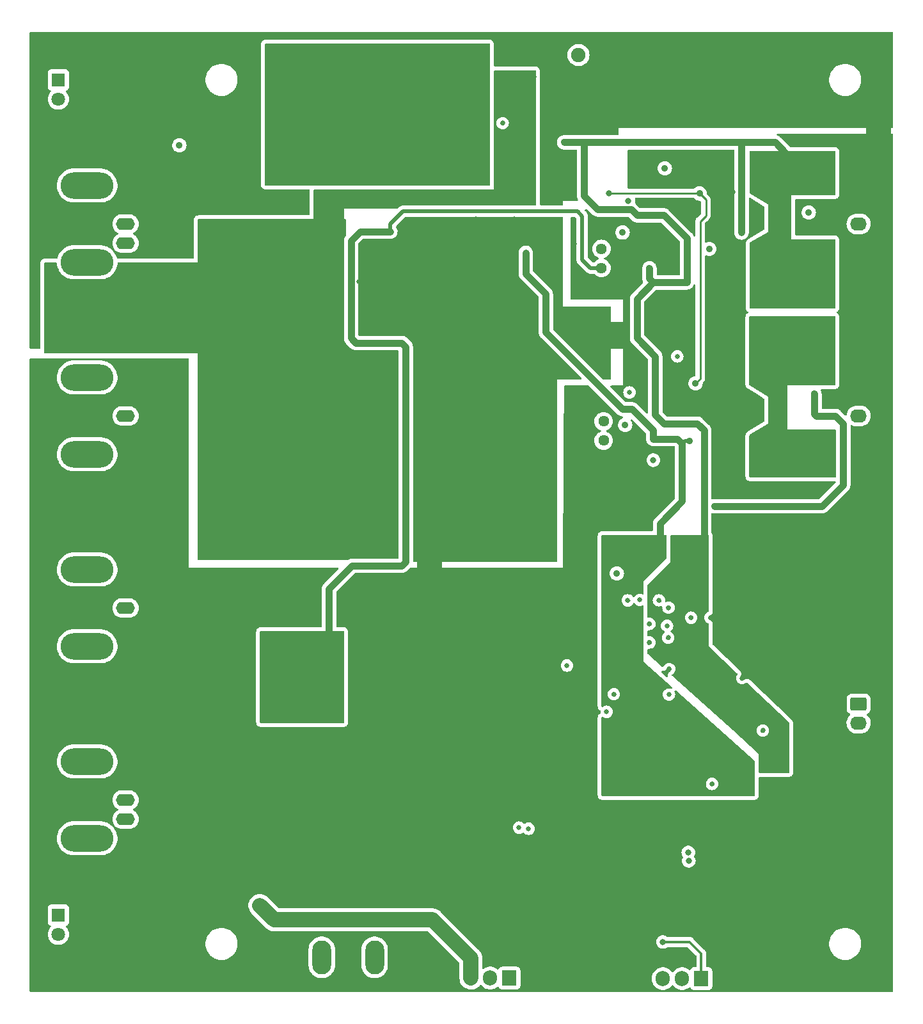
<source format=gbr>
%TF.GenerationSoftware,KiCad,Pcbnew,7.0.1*%
%TF.CreationDate,2023-05-04T18:56:47-04:00*%
%TF.ProjectId,Combined (new),436f6d62-696e-4656-9420-286e6577292e,rev?*%
%TF.SameCoordinates,Original*%
%TF.FileFunction,Copper,L4,Bot*%
%TF.FilePolarity,Positive*%
%FSLAX46Y46*%
G04 Gerber Fmt 4.6, Leading zero omitted, Abs format (unit mm)*
G04 Created by KiCad (PCBNEW 7.0.1) date 2023-05-04 18:56:47*
%MOMM*%
%LPD*%
G01*
G04 APERTURE LIST*
G04 Aperture macros list*
%AMRoundRect*
0 Rectangle with rounded corners*
0 $1 Rounding radius*
0 $2 $3 $4 $5 $6 $7 $8 $9 X,Y pos of 4 corners*
0 Add a 4 corners polygon primitive as box body*
4,1,4,$2,$3,$4,$5,$6,$7,$8,$9,$2,$3,0*
0 Add four circle primitives for the rounded corners*
1,1,$1+$1,$2,$3*
1,1,$1+$1,$4,$5*
1,1,$1+$1,$6,$7*
1,1,$1+$1,$8,$9*
0 Add four rect primitives between the rounded corners*
20,1,$1+$1,$2,$3,$4,$5,0*
20,1,$1+$1,$4,$5,$6,$7,0*
20,1,$1+$1,$6,$7,$8,$9,0*
20,1,$1+$1,$8,$9,$2,$3,0*%
G04 Aperture macros list end*
%TA.AperFunction,ComponentPad*%
%ADD10C,0.355600*%
%TD*%
%TA.AperFunction,SMDPad,CuDef*%
%ADD11R,2.540000X3.556000*%
%TD*%
%TA.AperFunction,ComponentPad*%
%ADD12R,1.905000X2.000000*%
%TD*%
%TA.AperFunction,ComponentPad*%
%ADD13O,1.905000X2.000000*%
%TD*%
%TA.AperFunction,ComponentPad*%
%ADD14RoundRect,0.250000X-0.845000X0.620000X-0.845000X-0.620000X0.845000X-0.620000X0.845000X0.620000X0*%
%TD*%
%TA.AperFunction,ComponentPad*%
%ADD15O,2.190000X1.740000*%
%TD*%
%TA.AperFunction,ComponentPad*%
%ADD16O,2.500000X4.500000*%
%TD*%
%TA.AperFunction,ComponentPad*%
%ADD17R,1.800000X1.800000*%
%TD*%
%TA.AperFunction,ComponentPad*%
%ADD18C,1.800000*%
%TD*%
%TA.AperFunction,ComponentPad*%
%ADD19C,1.440000*%
%TD*%
%TA.AperFunction,ComponentPad*%
%ADD20O,2.500000X1.600000*%
%TD*%
%TA.AperFunction,ComponentPad*%
%ADD21O,7.000000X3.500000*%
%TD*%
%TA.AperFunction,ViaPad*%
%ADD22C,0.635000*%
%TD*%
%TA.AperFunction,ViaPad*%
%ADD23C,0.889000*%
%TD*%
%TA.AperFunction,ViaPad*%
%ADD24C,0.800000*%
%TD*%
%TA.AperFunction,ViaPad*%
%ADD25C,1.651000*%
%TD*%
%TA.AperFunction,ViaPad*%
%ADD26C,1.905000*%
%TD*%
%TA.AperFunction,Conductor*%
%ADD27C,0.508000*%
%TD*%
%TA.AperFunction,Conductor*%
%ADD28C,0.250000*%
%TD*%
%TA.AperFunction,Conductor*%
%ADD29C,0.889000*%
%TD*%
%TA.AperFunction,Conductor*%
%ADD30C,0.304800*%
%TD*%
%TA.AperFunction,Conductor*%
%ADD31C,2.032000*%
%TD*%
G04 APERTURE END LIST*
D10*
%TO.P,U8,9,EP*%
%TO.N,-15V*%
X161636824Y-48491039D03*
X161636824Y-50015039D03*
X161636824Y-51539039D03*
X162081324Y-49253039D03*
X162081324Y-50777039D03*
X162525824Y-48491039D03*
X162525824Y-50015039D03*
D11*
X162525824Y-50015039D03*
D10*
X162525824Y-51539039D03*
X162970324Y-49253039D03*
X162970324Y-50777039D03*
X163414824Y-48491039D03*
X163414824Y-50015039D03*
X163414824Y-51539039D03*
%TD*%
D12*
%TO.P,U12,1,ADJ*%
%TO.N,Net-(U12-ADJ)*%
X152400000Y-150640058D03*
D13*
%TO.P,U12,2,VI*%
%TO.N,Net-(U12-VI)*%
X149860000Y-150640058D03*
%TO.P,U12,3,VO*%
%TO.N,V-*%
X147320000Y-150640058D03*
%TD*%
D14*
%TO.P,J7,1,Pin_1*%
%TO.N,GND*%
X173228000Y-48260000D03*
D15*
%TO.P,J7,2,Pin_2*%
%TO.N,Net-(J7-Pin_2)*%
X173228000Y-50800000D03*
%TD*%
D16*
%TO.P,P1,1,Pin_1*%
%TO.N,+24V*%
X102164000Y-147828000D03*
%TO.P,P1,2,Pin_2*%
%TO.N,GND*%
X105664000Y-147828000D03*
%TO.P,P1,3,Pin_3*%
%TO.N,-24V*%
X109164000Y-147828000D03*
%TD*%
D17*
%TO.P,D6,1,K*%
%TO.N,Net-(D6-K)*%
X67310000Y-31750000D03*
D18*
%TO.P,D6,2,A*%
%TO.N,Net-(D6-A)*%
X67310000Y-34290000D03*
%TD*%
D19*
%TO.P,RV1,1,1*%
%TO.N,GND*%
X139197249Y-51558848D03*
%TO.P,RV1,2,2*%
%TO.N,Net-(R13-Pad2)*%
X139197249Y-54098848D03*
%TO.P,RV1,3,3*%
%TO.N,-5V*%
X139197249Y-56638848D03*
%TD*%
D14*
%TO.P,J8,1,Pin_1*%
%TO.N,GND*%
X173228000Y-73660000D03*
D15*
%TO.P,J8,2,Pin_2*%
%TO.N,Net-(J8-Pin_2)*%
X173228000Y-76200000D03*
%TD*%
D20*
%TO.P,J1,1,In*%
%TO.N,Net-(J1-In)*%
X76200000Y-101600000D03*
%TO.P,J1,2,Ext*%
%TO.N,GND*%
X76200000Y-104140000D03*
D21*
%TO.P,J1,3*%
%TO.N,N/C*%
X71120000Y-106680000D03*
X71120000Y-96520000D03*
%TD*%
D20*
%TO.P,J2,1,In*%
%TO.N,Net-(J2-In)*%
X76200000Y-127000000D03*
%TO.P,J2,2,Ext*%
%TO.N,Net-(J2-Ext)*%
X76200000Y-129540000D03*
D21*
%TO.P,J2,3*%
%TO.N,N/C*%
X71120000Y-132080000D03*
X71120000Y-121920000D03*
%TD*%
D10*
%TO.P,U7,9,EP*%
%TO.N,V-*%
X161618527Y-73858822D03*
X161618527Y-75382822D03*
X161618527Y-76906822D03*
X162063027Y-74620822D03*
X162063027Y-76144822D03*
X162507527Y-73858822D03*
X162507527Y-75382822D03*
D11*
X162507527Y-75382822D03*
D10*
X162507527Y-76906822D03*
X162952027Y-74620822D03*
X162952027Y-76144822D03*
X163396527Y-73858822D03*
X163396527Y-75382822D03*
X163396527Y-76906822D03*
%TD*%
D12*
%TO.P,U11,1,ADJ*%
%TO.N,Net-(U11-ADJ)*%
X127000000Y-150561586D03*
D13*
%TO.P,U11,2,VO*%
%TO.N,V+*%
X124460000Y-150561586D03*
%TO.P,U11,3,VI*%
%TO.N,Net-(U11-VI)*%
X121920000Y-150561586D03*
%TD*%
D19*
%TO.P,RV2,1,1*%
%TO.N,GND*%
X139467129Y-81999056D03*
%TO.P,RV2,2,2*%
%TO.N,Net-(R15-Pad2)*%
X139467129Y-79459056D03*
%TO.P,RV2,3,3*%
%TO.N,+5V*%
X139467129Y-76919056D03*
%TD*%
D20*
%TO.P,J6,1,In*%
%TO.N,Net-(J6-In)*%
X76200000Y-50800000D03*
%TO.P,J6,2,Ext*%
%TO.N,Net-(J6-Ext)*%
X76200000Y-53340000D03*
D21*
%TO.P,J6,3*%
%TO.N,N/C*%
X71120000Y-55880000D03*
X71120000Y-45720000D03*
%TD*%
D14*
%TO.P,J9,1,Pin_1*%
%TO.N,POWER_GND_REF*%
X173228000Y-114300000D03*
D15*
%TO.P,J9,2,Pin_2*%
%TO.N,U2*%
X173228000Y-116840000D03*
%TD*%
D17*
%TO.P,D3,1,K*%
%TO.N,Net-(D3-K)*%
X67310000Y-142240000D03*
D18*
%TO.P,D3,2,A*%
%TO.N,+5V*%
X67310000Y-144780000D03*
%TD*%
D20*
%TO.P,J4,1,In*%
%TO.N,Net-(J4-In)*%
X76200000Y-76200000D03*
%TO.P,J4,2,Ext*%
%TO.N,GND*%
X76200000Y-78740000D03*
D21*
%TO.P,J4,3*%
%TO.N,N/C*%
X71120000Y-81280000D03*
X71120000Y-71120000D03*
%TD*%
D22*
%TO.N,GND*%
X146862800Y-133299200D03*
X144678400Y-135077200D03*
X141122400Y-140766800D03*
D23*
%TO.N,+15V*%
X150876000Y-79502000D03*
X167386000Y-73279000D03*
X154178000Y-88138000D03*
D24*
X129159000Y-54610000D03*
X129159000Y-57404000D03*
X157982938Y-125284119D03*
X142995702Y-106502801D03*
D23*
X142667004Y-103922803D03*
X149860000Y-87503000D03*
D24*
X129159000Y-56007000D03*
D22*
%TO.N,GND*%
X151055911Y-102890211D03*
D24*
X122936000Y-67056000D03*
D22*
X81915000Y-110490000D03*
X116840000Y-50800000D03*
X135639515Y-53399489D03*
D23*
X143718922Y-33172935D03*
X121920000Y-71628000D03*
D22*
X153840811Y-46610577D03*
X167640000Y-127508000D03*
D23*
X128016000Y-71628000D03*
D22*
X77470000Y-133985000D03*
X148155575Y-109675244D03*
X85090000Y-136093200D03*
X142277096Y-56650718D03*
X120015000Y-132715000D03*
X81280000Y-119380000D03*
D23*
X142448922Y-32537935D03*
D22*
X126111000Y-37465000D03*
X137109200Y-140716000D03*
X137354061Y-102901414D03*
X157811937Y-110882289D03*
X160552198Y-117820051D03*
X169723832Y-49236282D03*
X84454402Y-36967784D03*
D24*
X120650000Y-63246000D03*
D22*
X78105000Y-125095000D03*
X147522343Y-140457499D03*
X131653922Y-29997935D03*
D24*
X129540000Y-61722000D03*
D22*
X78740000Y-99060000D03*
X151071886Y-138957959D03*
D24*
X122682000Y-61468000D03*
D22*
X117602000Y-53340000D03*
X77381114Y-38388970D03*
X88265000Y-121285000D03*
D23*
X142448922Y-34442935D03*
D22*
X127381000Y-28321000D03*
D24*
X128524000Y-69088000D03*
D23*
X144988922Y-33807935D03*
X119380000Y-79756000D03*
D22*
X81280000Y-105410000D03*
X85852000Y-111252000D03*
D24*
X129540000Y-63754000D03*
D25*
X73676179Y-142129016D03*
D22*
X125291800Y-142258404D03*
D25*
X108458000Y-140154326D03*
D22*
X80010000Y-74295000D03*
X117583786Y-140126400D03*
D25*
X105664000Y-140154326D03*
D22*
X76200000Y-132080000D03*
X69568574Y-39676510D03*
D24*
X120650000Y-61468000D03*
D23*
X141178922Y-34442935D03*
X144988922Y-31267935D03*
D22*
X148269173Y-55369716D03*
X110490000Y-136093200D03*
D23*
X139908922Y-31902935D03*
D22*
X112395000Y-58420000D03*
X131013200Y-140716000D03*
D23*
X133604000Y-122936000D03*
D22*
X135331200Y-137464800D03*
X107315000Y-62357000D03*
X98425000Y-132715000D03*
X118364000Y-123444000D03*
X88900000Y-132715000D03*
X145538770Y-106172043D03*
X163140719Y-127231458D03*
X80645000Y-116205000D03*
D24*
X128016000Y-61468000D03*
D22*
X167640000Y-121412000D03*
X83185000Y-132715000D03*
D23*
X127000000Y-79756000D03*
D22*
X155211531Y-92643515D03*
X101600000Y-136144000D03*
D23*
X143718922Y-30632935D03*
D22*
X157833805Y-81084503D03*
D24*
X125222000Y-67310000D03*
D23*
X124460000Y-82296000D03*
D24*
X120650000Y-67056000D03*
X126492000Y-69088000D03*
D23*
X144988922Y-29997935D03*
D22*
X101600000Y-119380000D03*
X167640000Y-133604000D03*
D24*
X125730000Y-63500000D03*
D22*
X148599431Y-80747683D03*
X131653922Y-34569935D03*
X80645000Y-102870000D03*
D24*
X122682000Y-63500000D03*
D23*
X128016000Y-122936000D03*
D22*
X73660000Y-127635000D03*
X161425163Y-94616097D03*
X123825000Y-135890000D03*
X146794145Y-100592165D03*
X127635000Y-50165000D03*
D24*
X120650000Y-69088000D03*
D22*
X145409742Y-55392753D03*
D23*
X132588000Y-50292000D03*
D22*
X84455000Y-123190000D03*
X114935000Y-119380000D03*
X131445000Y-37465000D03*
X107061000Y-58420000D03*
X150164377Y-41343253D03*
X80010000Y-90170000D03*
X140864945Y-35966935D03*
D23*
X134112000Y-64008000D03*
D22*
X72096620Y-142240064D03*
D24*
X125984000Y-66040000D03*
D22*
X82550000Y-136525000D03*
X80010000Y-95885000D03*
D23*
X132080000Y-54356000D03*
X139908922Y-33807935D03*
D22*
X144226922Y-35966935D03*
X156517568Y-135080830D03*
X122555000Y-132715000D03*
X134366000Y-32385000D03*
D23*
X141178922Y-31267935D03*
D22*
X142736481Y-82010986D03*
D23*
X130048000Y-82296000D03*
D22*
X108712000Y-99822000D03*
X167640000Y-109728000D03*
X84449347Y-39624000D03*
X130175000Y-137160000D03*
X153830010Y-124876038D03*
X80010000Y-84455000D03*
X106019600Y-136144000D03*
X89535000Y-115570000D03*
D23*
X142448922Y-31267935D03*
X125476000Y-71628000D03*
D22*
X132080000Y-132715000D03*
X135255000Y-132715000D03*
X142675532Y-100597953D03*
D24*
X120650000Y-65278000D03*
D23*
X144988922Y-32537935D03*
D22*
X143926731Y-71066918D03*
X128905000Y-113030000D03*
X111125000Y-124460000D03*
X91440000Y-132715000D03*
D23*
X141178922Y-32537935D03*
D22*
X133604000Y-106172000D03*
X126365000Y-136525000D03*
X140716000Y-137160000D03*
D23*
X116332000Y-79756000D03*
D22*
X157819007Y-55746584D03*
X84455000Y-100965000D03*
X168656000Y-117856000D03*
X134162800Y-140766800D03*
X121920000Y-118110000D03*
X153622816Y-102880105D03*
D23*
X131064000Y-71628000D03*
D22*
X151993600Y-49123600D03*
D25*
X162052000Y-142240000D03*
D22*
X81915000Y-98425000D03*
X123190000Y-111760000D03*
X97790000Y-136144000D03*
X150188370Y-66297411D03*
X71897575Y-31752096D03*
D24*
X125222000Y-61214000D03*
D22*
X80010000Y-93345000D03*
X76835000Y-89535000D03*
X145767247Y-80745421D03*
X80645000Y-130175000D03*
X135890000Y-80264000D03*
D24*
X123444000Y-65278000D03*
D22*
X148065187Y-101568008D03*
X80010000Y-76835000D03*
X144226922Y-28600935D03*
D23*
X128939168Y-59656244D03*
D22*
X145538770Y-103709754D03*
X154155979Y-76067877D03*
X73025000Y-75565000D03*
X76200000Y-83185000D03*
D24*
X122428000Y-69088000D03*
D22*
X156571504Y-46611814D03*
X140864945Y-28641225D03*
X89001600Y-136144000D03*
X119814190Y-141668003D03*
D23*
X130048000Y-79756000D03*
D22*
X101600000Y-124460000D03*
D23*
X133096000Y-70104000D03*
X143718922Y-31902935D03*
X124460000Y-79756000D03*
D22*
X79375000Y-135890000D03*
X167740448Y-103501913D03*
D24*
X129540000Y-67818000D03*
D23*
X136144000Y-66040000D03*
X119380000Y-82296000D03*
D22*
X140828404Y-113010136D03*
D23*
X129540000Y-122936000D03*
D24*
X124460000Y-69088000D03*
D22*
X116840000Y-132715000D03*
X92710000Y-124460000D03*
D23*
X139908922Y-30632935D03*
D22*
X148826329Y-74335314D03*
X84512682Y-104767018D03*
D23*
X142448922Y-29997935D03*
X121412000Y-79756000D03*
D22*
X122555000Y-50165000D03*
X92075000Y-136144000D03*
X80010000Y-80645000D03*
X153674639Y-71788231D03*
X125095000Y-53340000D03*
D24*
X129540000Y-65532000D03*
D22*
X125095000Y-58674000D03*
X107950000Y-119380000D03*
X148300585Y-135503323D03*
X167741889Y-97313903D03*
X148027762Y-105540972D03*
D23*
X141178922Y-29997935D03*
D22*
X153967344Y-50834856D03*
X127000000Y-132715000D03*
X145288000Y-138582400D03*
X94615000Y-119380000D03*
D23*
X127000000Y-82296000D03*
D24*
X128016000Y-66802000D03*
D22*
X152908000Y-137160000D03*
D23*
X131826000Y-122936000D03*
D22*
X137292146Y-97380801D03*
D24*
X127762000Y-64516000D03*
D22*
X118745000Y-116840000D03*
X169672000Y-74676000D03*
X80010000Y-128270000D03*
X76835000Y-73660000D03*
D23*
X131572000Y-68072000D03*
X116332000Y-82296000D03*
X121412000Y-82296000D03*
D22*
X143881837Y-45847894D03*
X85090000Y-118110000D03*
X153960059Y-127979467D03*
X151518744Y-74329555D03*
X78740000Y-73660000D03*
X77470000Y-95885000D03*
D24*
%TO.N,-15V*%
X146801759Y-106241834D03*
D23*
X88392000Y-84328000D03*
X96520000Y-59055000D03*
X67564000Y-59436000D03*
X108204000Y-89916000D03*
X105156000Y-78740000D03*
X102616000Y-69088000D03*
X102870000Y-53340000D03*
X97028000Y-70612000D03*
X101600000Y-51435000D03*
X99060000Y-93472000D03*
X97155000Y-55245000D03*
X105156000Y-73660000D03*
X108204000Y-86868000D03*
X111760000Y-93472000D03*
X97790000Y-60325000D03*
X97028000Y-62484000D03*
X99060000Y-51435000D03*
X92964000Y-58928000D03*
X89916000Y-53848000D03*
X99568000Y-69088000D03*
X73660000Y-64516000D03*
X104140000Y-55245000D03*
X99060000Y-81788000D03*
X90424000Y-62484000D03*
X103505000Y-57150000D03*
X90424000Y-67564000D03*
D24*
X130165324Y-31323190D03*
D23*
X88392000Y-90932000D03*
X99568000Y-64008000D03*
X92964000Y-53848000D03*
X105156000Y-84328000D03*
X87376000Y-65024000D03*
X101600000Y-55245000D03*
X76708000Y-59436000D03*
X108204000Y-81788000D03*
X87376000Y-74168000D03*
X79756000Y-64516000D03*
X102616000Y-66548000D03*
X105156000Y-93472000D03*
X90424000Y-65024000D03*
X97028000Y-67564000D03*
X70612000Y-64516000D03*
D24*
X161596302Y-121547000D03*
D23*
X89916000Y-58928000D03*
X87376000Y-70612000D03*
X93472000Y-74168000D03*
X111760000Y-76200000D03*
X99060000Y-59055000D03*
X87376000Y-67564000D03*
X157734000Y-44196000D03*
X88392000Y-87376000D03*
X108204000Y-84328000D03*
X105156000Y-86868000D03*
X105156000Y-89916000D03*
X93472000Y-62484000D03*
X102108000Y-93472000D03*
X76708000Y-61976000D03*
X145542000Y-56642000D03*
X111760000Y-89916000D03*
X96520000Y-89916000D03*
X88392000Y-81788000D03*
X102108000Y-76708000D03*
X93472000Y-70612000D03*
X96520000Y-93472000D03*
X102108000Y-79248000D03*
X96520000Y-84328000D03*
X82804000Y-64516000D03*
X102616000Y-64008000D03*
X108204000Y-93472000D03*
X70612000Y-59436000D03*
X108204000Y-73660000D03*
X98425000Y-53340000D03*
X70612000Y-61976000D03*
X99695000Y-55245000D03*
X97028000Y-74168000D03*
X102108000Y-81788000D03*
X90424000Y-70612000D03*
X73660000Y-59436000D03*
X100330000Y-53340000D03*
X105156000Y-81788000D03*
X99568000Y-66548000D03*
X79756000Y-61976000D03*
X89916000Y-56388000D03*
X111760000Y-81788000D03*
X76708000Y-64516000D03*
X100965000Y-60325000D03*
X134239000Y-40005000D03*
X86868000Y-58928000D03*
D24*
X128782844Y-31333990D03*
D23*
X105156000Y-76200000D03*
X96520000Y-86868000D03*
X108204000Y-70612000D03*
X102108000Y-89916000D03*
D24*
X152364946Y-100855373D03*
D23*
X102108000Y-86868000D03*
X111760000Y-86868000D03*
X82804000Y-61976000D03*
D24*
X127238355Y-31366392D03*
D23*
X93472000Y-67564000D03*
X86868000Y-53848000D03*
X99060000Y-89916000D03*
X99060000Y-86868000D03*
X97155000Y-51435000D03*
X108204000Y-76200000D03*
X73660000Y-61976000D03*
X88392000Y-79248000D03*
X97790000Y-57150000D03*
X67564000Y-61976000D03*
X82804000Y-59436000D03*
X99060000Y-84328000D03*
X111760000Y-68072000D03*
X108204000Y-78740000D03*
X79756000Y-59436000D03*
X100965000Y-57150000D03*
X157734000Y-51943000D03*
X67564000Y-64516000D03*
X93472000Y-65024000D03*
X96520000Y-81788000D03*
X92964000Y-56388000D03*
X111760000Y-78740000D03*
X111760000Y-73660000D03*
X90424000Y-74168000D03*
X104140000Y-51435000D03*
X87376000Y-62484000D03*
X102235000Y-59055000D03*
X111760000Y-70612000D03*
X93472000Y-91948000D03*
X93472000Y-88392000D03*
X102108000Y-84328000D03*
X97028000Y-65024000D03*
X86868000Y-56388000D03*
X111760000Y-84328000D03*
X93472000Y-85344000D03*
X104140000Y-60325000D03*
D22*
%TO.N,-2V5*%
X134620000Y-109220000D03*
X148126800Y-113060317D03*
%TO.N,+2V5*%
X129540000Y-130810000D03*
X128270000Y-130659163D03*
X139878959Y-115338405D03*
D24*
%TO.N,-5V*%
X103632000Y-112268000D03*
X103632000Y-106172000D03*
X95504000Y-114808000D03*
X99568000Y-106172000D03*
X99568000Y-112776000D03*
X97028000Y-111760000D03*
X101092000Y-114808000D03*
X111252000Y-51816000D03*
X99568000Y-110236000D03*
X97028000Y-108712000D03*
X101600000Y-110744000D03*
X101600000Y-112776000D03*
X98044000Y-114808000D03*
X99568000Y-107696000D03*
X103632000Y-114808000D03*
X108204000Y-51816000D03*
X95504000Y-106172000D03*
X101600000Y-106172000D03*
X101600000Y-107696000D03*
X109728000Y-51816000D03*
X103632000Y-108204000D03*
X95504000Y-110236000D03*
X97536000Y-106172000D03*
X103632000Y-110236000D03*
D23*
%TO.N,V+*%
X147574000Y-43434000D03*
D26*
X136153500Y-28457500D03*
D23*
X166624000Y-49276000D03*
X153475627Y-54102000D03*
D22*
X149225000Y-68326000D03*
D23*
%TO.N,V-*%
X117475000Y-33655000D03*
X115570000Y-33655000D03*
X118745000Y-35560000D03*
X121285000Y-35560000D03*
X123825000Y-35560000D03*
X123190000Y-30480000D03*
X121285000Y-31750000D03*
X122555000Y-37465000D03*
X120015000Y-33655000D03*
X116840000Y-31750000D03*
X118745000Y-39370000D03*
X118110000Y-30480000D03*
X123190000Y-31750000D03*
X121920000Y-33655000D03*
X116205000Y-39370000D03*
X116840000Y-35560000D03*
D24*
X142748000Y-47752000D03*
D23*
X118745000Y-31750000D03*
X115570000Y-30480000D03*
X117475000Y-37465000D03*
D24*
X146050000Y-82042000D03*
D23*
X120650000Y-30480000D03*
D22*
X142890239Y-73079467D03*
D23*
X120015000Y-37465000D03*
X121285000Y-39370000D03*
D22*
%TO.N,Net-(J1-In)*%
X144270733Y-100531174D03*
D24*
%TO.N,Net-(J2-In)*%
X150683599Y-133942756D03*
%TO.N,Net-(J2-Ext)*%
X150745586Y-135058437D03*
D22*
%TO.N,Net-(J4-In)*%
X147867684Y-103956128D03*
D23*
%TO.N,Net-(J5-Pin_3)*%
X142326661Y-77386257D03*
X141224000Y-97028000D03*
X141992606Y-51924665D03*
%TO.N,Digital_control*%
X152163006Y-46769794D03*
X83312000Y-40386000D03*
D24*
X140208000Y-46736000D03*
D23*
X151638000Y-71882000D03*
D24*
%TO.N,Net-(U12-ADJ)*%
X147317096Y-145787623D03*
D26*
%TO.N,Net-(U11-VI)*%
X93980000Y-140970000D03*
%TD*%
D27*
%TO.N,-5V*%
X111252000Y-51816000D02*
X111252000Y-50800000D01*
X111252000Y-50800000D02*
X112928400Y-49123600D01*
X136652000Y-49784000D02*
X136652000Y-55537836D01*
X112928400Y-49123600D02*
X135991600Y-49123600D01*
X135991600Y-49123600D02*
X136652000Y-49784000D01*
X136652000Y-55537836D02*
X137753012Y-56638848D01*
X137753012Y-56638848D02*
X139197249Y-56638848D01*
D28*
%TO.N,Digital_control*%
X140208000Y-46736000D02*
X152129212Y-46736000D01*
X152129212Y-46736000D02*
X152163006Y-46769794D01*
X152163006Y-46769794D02*
X153009600Y-47616388D01*
X153009600Y-47616388D02*
X153009600Y-49682400D01*
X153009600Y-49682400D02*
X152252896Y-50439104D01*
X152252896Y-50439104D02*
X152252896Y-71267104D01*
X152252896Y-71267104D02*
X151638000Y-71882000D01*
D29*
%TO.N,+15V*%
X149860000Y-87503000D02*
X146939000Y-90424000D01*
X129159000Y-57404000D02*
X131826000Y-60071000D01*
X129159000Y-54610000D02*
X129159000Y-56007000D01*
X171196000Y-77216000D02*
X170180000Y-76200000D01*
X129159000Y-56007000D02*
X129159000Y-57404000D01*
D27*
X150876000Y-79502000D02*
X150241000Y-79502000D01*
D29*
X149860000Y-79883000D02*
X149860000Y-87503000D01*
X167640000Y-76200000D02*
X167386000Y-75946000D01*
X170180000Y-76200000D02*
X167640000Y-76200000D01*
X167386000Y-75946000D02*
X167386000Y-73279000D01*
X171196000Y-85344000D02*
X171196000Y-77216000D01*
X131826000Y-65151000D02*
X141986000Y-75311000D01*
X154178000Y-88138000D02*
X168402000Y-88138000D01*
X141986000Y-75311000D02*
X143256000Y-75311000D01*
X146050000Y-78105000D02*
X146050000Y-79248000D01*
X143256000Y-75311000D02*
X146050000Y-78105000D01*
X131826000Y-60071000D02*
X131826000Y-65151000D01*
X146050000Y-79248000D02*
X149225000Y-79248000D01*
X149225000Y-79248000D02*
X149860000Y-79883000D01*
D27*
X150241000Y-79502000D02*
X149860000Y-79883000D01*
D29*
X168402000Y-88138000D02*
X171196000Y-85344000D01*
X146939000Y-90424000D02*
X146939000Y-92456000D01*
%TO.N,-15V*%
X143129000Y-48895000D02*
X143891000Y-49657000D01*
X136906000Y-47117000D02*
X138684000Y-48895000D01*
X143891000Y-49657000D02*
X147447000Y-49657000D01*
X152781000Y-78105000D02*
X152781000Y-93599000D01*
X157734000Y-44196000D02*
X157734000Y-51943000D01*
X145542000Y-58039000D02*
X145542000Y-56642000D01*
X157734000Y-40005000D02*
X162179000Y-40005000D01*
X136906000Y-40005000D02*
X136906000Y-47117000D01*
X151892000Y-77216000D02*
X152781000Y-78105000D01*
X143891000Y-60706000D02*
X143891000Y-65913000D01*
X138684000Y-48895000D02*
X143129000Y-48895000D01*
X157734000Y-40005000D02*
X157734000Y-44196000D01*
X150241000Y-77216000D02*
X151892000Y-77216000D01*
X147447000Y-49657000D02*
X150495000Y-52705000D01*
X146304000Y-76073000D02*
X147447000Y-77216000D01*
X143891000Y-65913000D02*
X146304000Y-68326000D01*
X163576000Y-41402000D02*
X163576000Y-41910000D01*
X134239000Y-40005000D02*
X136906000Y-40005000D01*
X136906000Y-40005000D02*
X157734000Y-40005000D01*
X146050000Y-58547000D02*
X143891000Y-60706000D01*
X146050000Y-58547000D02*
X145542000Y-58039000D01*
X147447000Y-77216000D02*
X150241000Y-77216000D01*
X150495000Y-58547000D02*
X146050000Y-58547000D01*
X146304000Y-68326000D02*
X146304000Y-76073000D01*
X162179000Y-40005000D02*
X163576000Y-41402000D01*
X150495000Y-52705000D02*
X150495000Y-58547000D01*
%TO.N,-5V*%
X108204000Y-51816000D02*
X107268735Y-51816000D01*
X103124000Y-99060000D02*
X103124000Y-106680000D01*
X107268735Y-51816000D02*
X106043217Y-53041518D01*
X109728000Y-51816000D02*
X108204000Y-51816000D01*
X112776000Y-66548000D02*
X113284000Y-67056000D01*
X113284000Y-95504000D02*
X112776000Y-96012000D01*
X106680000Y-66548000D02*
X112776000Y-66548000D01*
X111252000Y-51816000D02*
X109728000Y-51816000D01*
X106172000Y-96012000D02*
X103124000Y-99060000D01*
X106043217Y-65911217D02*
X106680000Y-66548000D01*
X112776000Y-96012000D02*
X106172000Y-96012000D01*
X106043217Y-53041518D02*
X106043217Y-65911217D01*
X113284000Y-67056000D02*
X113284000Y-95504000D01*
D30*
%TO.N,Net-(U12-ADJ)*%
X147317096Y-145787623D02*
X150867623Y-145787623D01*
X152400000Y-147320000D02*
X152400000Y-150640058D01*
X150867623Y-145787623D02*
X152400000Y-147320000D01*
D31*
%TO.N,Net-(U11-VI)*%
X95885000Y-142875000D02*
X116840000Y-142875000D01*
X116840000Y-142875000D02*
X121920000Y-147955000D01*
X121920000Y-147955000D02*
X121920000Y-150561586D01*
X93980000Y-140970000D02*
X95885000Y-142875000D01*
%TD*%
%TA.AperFunction,Conductor*%
%TO.N,-15V*%
G36*
X170118000Y-41147124D02*
G01*
X170163387Y-41192511D01*
X170180000Y-41254511D01*
X170180000Y-46866000D01*
X170163387Y-46928000D01*
X170118000Y-46973387D01*
X170056000Y-46990000D01*
X164338000Y-46990000D01*
X164338000Y-52832000D01*
X170056000Y-52832000D01*
X170118000Y-52848613D01*
X170163387Y-52894000D01*
X170180000Y-52956000D01*
X170180000Y-61851810D01*
X170163355Y-61913865D01*
X170117890Y-61959260D01*
X170055810Y-61975809D01*
X158886856Y-61958700D01*
X158824938Y-61942025D01*
X158779629Y-61896646D01*
X158763048Y-61834701D01*
X158763048Y-53392718D01*
X158779143Y-53331623D01*
X158823251Y-53286389D01*
X161303048Y-51798512D01*
X161303048Y-48242511D01*
X161303047Y-48242510D01*
X159649849Y-47250592D01*
X158823250Y-46754632D01*
X158779143Y-46709399D01*
X158763048Y-46648304D01*
X158763048Y-41254511D01*
X158779661Y-41192511D01*
X158825048Y-41147124D01*
X158887048Y-41130511D01*
X170056000Y-41130511D01*
X170118000Y-41147124D01*
G37*
%TD.AperFunction*%
%TD*%
%TA.AperFunction,Conductor*%
%TO.N,GND*%
G36*
X134050000Y-49894713D02*
G01*
X134095387Y-49940100D01*
X134112000Y-50002100D01*
X134112000Y-61722000D01*
X140338000Y-61722000D01*
X140400000Y-61738613D01*
X140445387Y-61784000D01*
X140462000Y-61846000D01*
X140462000Y-63754000D01*
X139700000Y-63754000D01*
X139700000Y-67310000D01*
X140462000Y-67310000D01*
X140462000Y-71250000D01*
X140445387Y-71312000D01*
X140400000Y-71357387D01*
X140338000Y-71374000D01*
X139436794Y-71374000D01*
X139389341Y-71364561D01*
X139349113Y-71337681D01*
X132807319Y-64795888D01*
X132780439Y-64755660D01*
X132771000Y-64708207D01*
X132771000Y-60084544D01*
X132771040Y-60081403D01*
X132773131Y-59998877D01*
X132773130Y-59998876D01*
X132773131Y-59998873D01*
X132763341Y-59944257D01*
X132762039Y-59934972D01*
X132756429Y-59879792D01*
X132747955Y-59852784D01*
X132744218Y-59837557D01*
X132739224Y-59809694D01*
X132718643Y-59758171D01*
X132715498Y-59749337D01*
X132698893Y-59696412D01*
X132685160Y-59671671D01*
X132678429Y-59657497D01*
X132667930Y-59631212D01*
X132637408Y-59584900D01*
X132632529Y-59576847D01*
X132605621Y-59528368D01*
X132587189Y-59506897D01*
X132577748Y-59494376D01*
X132562167Y-59470735D01*
X132522951Y-59431519D01*
X132516545Y-59424607D01*
X132480431Y-59382538D01*
X132458057Y-59365220D01*
X132446276Y-59354844D01*
X130140319Y-57048888D01*
X130113439Y-57008660D01*
X130104000Y-56961207D01*
X130104000Y-54562082D01*
X130099101Y-54513905D01*
X130089429Y-54418792D01*
X130031893Y-54235412D01*
X129962204Y-54109856D01*
X129938621Y-54067367D01*
X129813431Y-53921538D01*
X129661451Y-53803897D01*
X129488896Y-53719255D01*
X129432310Y-53704604D01*
X129302837Y-53671081D01*
X129274839Y-53669661D01*
X129110888Y-53661345D01*
X128920911Y-53690449D01*
X128740681Y-53757199D01*
X128577576Y-53858862D01*
X128438277Y-53991277D01*
X128328482Y-54149024D01*
X128303528Y-54207175D01*
X128252689Y-54325643D01*
X128232525Y-54423761D01*
X128214000Y-54513905D01*
X128214000Y-57390474D01*
X128213960Y-57393616D01*
X128211868Y-57476127D01*
X128221651Y-57530708D01*
X128222960Y-57540037D01*
X128228571Y-57595208D01*
X128237045Y-57622219D01*
X128240784Y-57637455D01*
X128245777Y-57665307D01*
X128266343Y-57716798D01*
X128269501Y-57725667D01*
X128286107Y-57778588D01*
X128299843Y-57803337D01*
X128306570Y-57817500D01*
X128317071Y-57843788D01*
X128347588Y-57890094D01*
X128352464Y-57898141D01*
X128379379Y-57946633D01*
X128397810Y-57968102D01*
X128407253Y-57980625D01*
X128422833Y-58004265D01*
X128422835Y-58004266D01*
X128422835Y-58004267D01*
X128462048Y-58043480D01*
X128468453Y-58050391D01*
X128504568Y-58092460D01*
X128526940Y-58109777D01*
X128538721Y-58120153D01*
X130844681Y-60426113D01*
X130871561Y-60466341D01*
X130881000Y-60513794D01*
X130881000Y-65137474D01*
X130880960Y-65140616D01*
X130878868Y-65223127D01*
X130888651Y-65277708D01*
X130889960Y-65287037D01*
X130895571Y-65342208D01*
X130904045Y-65369219D01*
X130907784Y-65384455D01*
X130912777Y-65412307D01*
X130933343Y-65463798D01*
X130936501Y-65472667D01*
X130953107Y-65525588D01*
X130966843Y-65550337D01*
X130973570Y-65564500D01*
X130984071Y-65590788D01*
X131014588Y-65637094D01*
X131019464Y-65645141D01*
X131046379Y-65693633D01*
X131064810Y-65715102D01*
X131074253Y-65727625D01*
X131089833Y-65751265D01*
X131089835Y-65751266D01*
X131089835Y-65751267D01*
X131129048Y-65790480D01*
X131135453Y-65797391D01*
X131171568Y-65839460D01*
X131193940Y-65856777D01*
X131205721Y-65867153D01*
X136500887Y-71162319D01*
X136531137Y-71211682D01*
X136535679Y-71269398D01*
X136513524Y-71322885D01*
X136469501Y-71360485D01*
X136413206Y-71374000D01*
X133350000Y-71374000D01*
X133350000Y-95380000D01*
X133333387Y-95442000D01*
X133288000Y-95487387D01*
X133226000Y-95504000D01*
X118110000Y-95504000D01*
X118110000Y-93980000D01*
X114808000Y-93980000D01*
X114808000Y-95504000D01*
X114353000Y-95504000D01*
X114291000Y-95487387D01*
X114245613Y-95442000D01*
X114229000Y-95380000D01*
X114229000Y-67069504D01*
X114229040Y-67066363D01*
X114231130Y-66983876D01*
X114231129Y-66983875D01*
X114231130Y-66983873D01*
X114221343Y-66929275D01*
X114220040Y-66919978D01*
X114214429Y-66864792D01*
X114205956Y-66837789D01*
X114202215Y-66822543D01*
X114197224Y-66794696D01*
X114197223Y-66794693D01*
X114176647Y-66743183D01*
X114173494Y-66734323D01*
X114156893Y-66681412D01*
X114143158Y-66656667D01*
X114136426Y-66642490D01*
X114125930Y-66616214D01*
X114095415Y-66569912D01*
X114090534Y-66561854D01*
X114063622Y-66513369D01*
X114045187Y-66491895D01*
X114035736Y-66479360D01*
X114020166Y-66455735D01*
X113980957Y-66416526D01*
X113974551Y-66409614D01*
X113938431Y-66367538D01*
X113916053Y-66350217D01*
X113904272Y-66339841D01*
X113453803Y-65889372D01*
X113451610Y-65887123D01*
X113394721Y-65827276D01*
X113349196Y-65795590D01*
X113341684Y-65789926D01*
X113298708Y-65754883D01*
X113298706Y-65754882D01*
X113298705Y-65754881D01*
X113273624Y-65741780D01*
X113260198Y-65733646D01*
X113236974Y-65717481D01*
X113186008Y-65695609D01*
X113177499Y-65691568D01*
X113128354Y-65665897D01*
X113101144Y-65658111D01*
X113086361Y-65652848D01*
X113079238Y-65649791D01*
X113060357Y-65641689D01*
X113006018Y-65630521D01*
X112996893Y-65628281D01*
X112943578Y-65613026D01*
X112915362Y-65610877D01*
X112899822Y-65608697D01*
X112872098Y-65603000D01*
X112872097Y-65603000D01*
X112816636Y-65603000D01*
X112807221Y-65602642D01*
X112788514Y-65601217D01*
X112751937Y-65598432D01*
X112751936Y-65598432D01*
X112723873Y-65602006D01*
X112708208Y-65603000D01*
X107122795Y-65603000D01*
X107075345Y-65593562D01*
X107035118Y-65566685D01*
X107024540Y-65556108D01*
X106997657Y-65515878D01*
X106988217Y-65468423D01*
X106988217Y-53484312D01*
X106997656Y-53436859D01*
X107024536Y-53396631D01*
X107623847Y-52797319D01*
X107664075Y-52770439D01*
X107711528Y-52761000D01*
X111299918Y-52761000D01*
X111299920Y-52761000D01*
X111443208Y-52746429D01*
X111626588Y-52688893D01*
X111794632Y-52595621D01*
X111940461Y-52470431D01*
X112058104Y-52318449D01*
X112142745Y-52145896D01*
X112190919Y-51959837D01*
X112200654Y-51767890D01*
X112196291Y-51739413D01*
X112171550Y-51577911D01*
X112104800Y-51397681D01*
X112025268Y-51270083D01*
X112006500Y-51204492D01*
X112006500Y-51163886D01*
X112015939Y-51116433D01*
X112042819Y-51076205D01*
X113204605Y-49914419D01*
X113244833Y-49887539D01*
X113292286Y-49878100D01*
X133988000Y-49878100D01*
X134050000Y-49894713D01*
G37*
%TD.AperFunction*%
%TA.AperFunction,Conductor*%
G36*
X177737500Y-25417113D02*
G01*
X177782887Y-25462500D01*
X177799500Y-25524500D01*
X177799500Y-37976000D01*
X177782887Y-38038000D01*
X177737500Y-38083387D01*
X177675500Y-38100000D01*
X177546000Y-38100000D01*
X177546000Y-36576000D01*
X174244000Y-36576000D01*
X174244000Y-38100000D01*
X141478000Y-38100000D01*
X141478000Y-38936000D01*
X141461387Y-38998000D01*
X141416000Y-39043387D01*
X141354000Y-39060000D01*
X137002097Y-39060000D01*
X136933083Y-39060000D01*
X136926802Y-39059841D01*
X136857890Y-39056345D01*
X136846047Y-39058160D01*
X136843371Y-39058570D01*
X136824595Y-39060000D01*
X134291513Y-39060000D01*
X134279359Y-39059403D01*
X134239000Y-39055428D01*
X134198641Y-39059403D01*
X134195369Y-39059563D01*
X134145169Y-39064667D01*
X134144785Y-39064706D01*
X134049234Y-39074118D01*
X133961018Y-39101796D01*
X133959895Y-39102142D01*
X133869484Y-39129569D01*
X133867434Y-39130429D01*
X133787783Y-39174638D01*
X133786062Y-39175575D01*
X133708706Y-39216924D01*
X133696751Y-39225050D01*
X133632427Y-39280268D01*
X133630325Y-39282032D01*
X133567399Y-39333675D01*
X133552644Y-39348761D01*
X133550538Y-39350568D01*
X133501036Y-39414518D01*
X133498836Y-39417278D01*
X133449461Y-39477442D01*
X133447967Y-39480238D01*
X133436681Y-39497660D01*
X133432896Y-39502550D01*
X133398778Y-39572103D01*
X133396810Y-39575945D01*
X133361708Y-39641617D01*
X133359804Y-39647895D01*
X133352474Y-39666502D01*
X133348254Y-39675104D01*
X133329686Y-39746818D01*
X133328306Y-39751730D01*
X133307672Y-39819751D01*
X133306695Y-39829672D01*
X133303336Y-39848587D01*
X133300081Y-39861159D01*
X133296498Y-39931779D01*
X133296060Y-39937647D01*
X133289427Y-40004998D01*
X133290738Y-40018305D01*
X133291176Y-40036733D01*
X133290346Y-40053110D01*
X133300538Y-40119645D01*
X133301371Y-40126265D01*
X133307674Y-40190252D01*
X133312543Y-40206304D01*
X133316452Y-40223521D01*
X133319449Y-40243088D01*
X133341655Y-40303047D01*
X133344033Y-40310114D01*
X133361709Y-40368384D01*
X133371222Y-40386181D01*
X133378145Y-40401569D01*
X133386199Y-40423318D01*
X133418222Y-40474693D01*
X133422348Y-40481832D01*
X133449458Y-40532551D01*
X133464415Y-40550777D01*
X133473794Y-40563851D01*
X133487863Y-40586424D01*
X133527234Y-40627841D01*
X133533215Y-40634610D01*
X133567551Y-40676449D01*
X133588404Y-40693563D01*
X133599611Y-40703982D01*
X133620278Y-40725723D01*
X133664400Y-40756433D01*
X133672221Y-40762349D01*
X133711446Y-40794540D01*
X133738250Y-40808867D01*
X133750601Y-40816430D01*
X133778025Y-40835518D01*
X133824318Y-40855384D01*
X133833842Y-40859962D01*
X133875615Y-40882290D01*
X133875617Y-40882290D01*
X133875618Y-40882291D01*
X133907920Y-40892089D01*
X133920827Y-40896799D01*
X133935416Y-40903059D01*
X133954643Y-40911311D01*
X134000670Y-40920769D01*
X134011677Y-40923563D01*
X134053748Y-40936326D01*
X134090729Y-40939967D01*
X134103525Y-40941906D01*
X134142903Y-40950000D01*
X134186487Y-40950000D01*
X134198641Y-40950597D01*
X134239000Y-40954572D01*
X134279358Y-40950597D01*
X134291513Y-40950000D01*
X135837000Y-40950000D01*
X135899000Y-40966613D01*
X135944387Y-41012000D01*
X135961000Y-41074000D01*
X135961000Y-47103474D01*
X135960960Y-47106616D01*
X135958868Y-47189127D01*
X135968651Y-47243708D01*
X135969960Y-47253037D01*
X135975571Y-47308208D01*
X135984045Y-47335219D01*
X135987784Y-47350455D01*
X135992777Y-47378307D01*
X136013343Y-47429798D01*
X136016501Y-47438667D01*
X136033107Y-47491588D01*
X136046843Y-47516337D01*
X136053570Y-47530500D01*
X136064071Y-47556788D01*
X136064072Y-47556789D01*
X136066032Y-47559763D01*
X136086374Y-47622503D01*
X136071669Y-47686799D01*
X136026076Y-47734459D01*
X135962496Y-47752000D01*
X134112000Y-47752000D01*
X134112000Y-48245100D01*
X134095387Y-48307100D01*
X134050000Y-48352487D01*
X133988000Y-48369100D01*
X131185500Y-48369100D01*
X131123500Y-48352487D01*
X131078113Y-48307100D01*
X131061500Y-48245100D01*
X131061500Y-31895525D01*
X169322500Y-31895525D01*
X169362131Y-32183862D01*
X169362132Y-32183864D01*
X169440656Y-32464121D01*
X169556611Y-32731075D01*
X169707835Y-32979754D01*
X169891513Y-33205524D01*
X169891514Y-33205525D01*
X170104224Y-33404183D01*
X170341998Y-33572023D01*
X170342002Y-33572025D01*
X170600421Y-33705927D01*
X170874666Y-33803393D01*
X171159629Y-33862609D01*
X171377327Y-33877500D01*
X171522672Y-33877500D01*
X171522673Y-33877500D01*
X171740371Y-33862609D01*
X172025334Y-33803393D01*
X172299579Y-33705927D01*
X172557998Y-33572025D01*
X172795777Y-33404182D01*
X173008486Y-33205525D01*
X173192165Y-32979754D01*
X173343389Y-32731075D01*
X173459344Y-32464121D01*
X173537868Y-32183864D01*
X173577500Y-31895525D01*
X173577500Y-31604475D01*
X173537868Y-31316136D01*
X173459344Y-31035879D01*
X173343389Y-30768925D01*
X173192165Y-30520246D01*
X173008486Y-30294475D01*
X172795777Y-30095818D01*
X172795775Y-30095816D01*
X172558001Y-29927976D01*
X172299575Y-29794071D01*
X172025333Y-29696606D01*
X171740375Y-29637391D01*
X171566212Y-29625478D01*
X171522673Y-29622500D01*
X171377327Y-29622500D01*
X171341044Y-29624981D01*
X171159624Y-29637391D01*
X170874666Y-29696606D01*
X170600424Y-29794071D01*
X170341998Y-29927976D01*
X170104224Y-30095816D01*
X169891514Y-30294474D01*
X169707834Y-30520247D01*
X169556611Y-30768924D01*
X169440657Y-31035876D01*
X169362131Y-31316137D01*
X169322500Y-31604475D01*
X169322500Y-31895525D01*
X131061500Y-31895525D01*
X131061500Y-31418024D01*
X131062179Y-31405063D01*
X131070784Y-31323190D01*
X131062178Y-31241315D01*
X131061500Y-31228356D01*
X131061500Y-30603999D01*
X131044275Y-30473169D01*
X131044275Y-30473166D01*
X131027662Y-30411166D01*
X130977163Y-30289250D01*
X130977162Y-30289249D01*
X130896829Y-30184557D01*
X130851442Y-30139170D01*
X130746749Y-30058836D01*
X130624838Y-30008339D01*
X130562830Y-29991724D01*
X130432001Y-29974500D01*
X130432000Y-29974500D01*
X125092000Y-29974500D01*
X125089500Y-29974500D01*
X125027500Y-29957887D01*
X124982113Y-29912500D01*
X124965500Y-29850500D01*
X124965500Y-28457500D01*
X134695519Y-28457500D01*
X134715404Y-28697471D01*
X134715404Y-28697474D01*
X134715405Y-28697476D01*
X134774517Y-28930905D01*
X134871245Y-29151422D01*
X135002949Y-29353010D01*
X135166037Y-29530171D01*
X135356061Y-29678072D01*
X135567836Y-29792679D01*
X135795587Y-29870866D01*
X136033101Y-29910500D01*
X136273899Y-29910500D01*
X136511413Y-29870866D01*
X136739164Y-29792679D01*
X136950939Y-29678072D01*
X137140963Y-29530171D01*
X137304051Y-29353010D01*
X137435755Y-29151422D01*
X137532483Y-28930905D01*
X137591595Y-28697476D01*
X137611480Y-28457500D01*
X137591595Y-28217524D01*
X137532483Y-27984095D01*
X137435755Y-27763578D01*
X137304051Y-27561990D01*
X137140963Y-27384829D01*
X136950939Y-27236928D01*
X136739164Y-27122321D01*
X136739160Y-27122319D01*
X136739159Y-27122319D01*
X136511415Y-27044134D01*
X136273899Y-27004500D01*
X136033101Y-27004500D01*
X135795584Y-27044134D01*
X135567840Y-27122319D01*
X135356059Y-27236929D01*
X135166036Y-27384829D01*
X135002948Y-27561991D01*
X134871245Y-27763577D01*
X134774517Y-27984093D01*
X134715404Y-28217528D01*
X134695519Y-28457500D01*
X124965500Y-28457500D01*
X124965500Y-27047999D01*
X124948275Y-26917169D01*
X124948275Y-26917166D01*
X124931662Y-26855166D01*
X124881163Y-26733250D01*
X124800829Y-26628557D01*
X124755442Y-26583170D01*
X124650749Y-26502836D01*
X124528838Y-26452339D01*
X124466830Y-26435724D01*
X124336001Y-26418500D01*
X124336000Y-26418500D01*
X94739000Y-26418500D01*
X94738999Y-26418500D01*
X94608169Y-26435724D01*
X94546161Y-26452339D01*
X94424250Y-26502836D01*
X94319557Y-26583170D01*
X94274170Y-26628557D01*
X94193836Y-26733250D01*
X94143339Y-26855161D01*
X94126724Y-26917169D01*
X94109500Y-27047999D01*
X94109500Y-45596001D01*
X94126724Y-45726830D01*
X94143339Y-45788838D01*
X94193836Y-45910749D01*
X94274170Y-46015442D01*
X94319557Y-46060829D01*
X94424249Y-46141162D01*
X94424250Y-46141163D01*
X94546166Y-46191662D01*
X94608166Y-46208275D01*
X94706291Y-46221193D01*
X94738999Y-46225500D01*
X94739000Y-46225500D01*
X100462500Y-46225500D01*
X100524500Y-46242113D01*
X100569887Y-46287500D01*
X100586500Y-46349500D01*
X100586500Y-49535500D01*
X100569887Y-49597500D01*
X100524500Y-49642887D01*
X100462500Y-49659500D01*
X85848999Y-49659500D01*
X85718169Y-49676724D01*
X85656161Y-49693339D01*
X85534250Y-49743836D01*
X85429557Y-49824170D01*
X85384170Y-49869557D01*
X85303836Y-49974250D01*
X85253339Y-50096161D01*
X85236724Y-50158169D01*
X85219500Y-50288999D01*
X85219500Y-55250500D01*
X85202887Y-55312500D01*
X85157500Y-55357887D01*
X85095500Y-55374500D01*
X75241681Y-55374500D01*
X75229617Y-55376054D01*
X75178987Y-55382576D01*
X75119438Y-55375634D01*
X75070106Y-55341566D01*
X75042523Y-55288337D01*
X75033416Y-55250124D01*
X75024269Y-55211739D01*
X74957115Y-55037377D01*
X74915978Y-54930567D01*
X74771175Y-54666335D01*
X74592445Y-54423761D01*
X74382979Y-54207175D01*
X74146514Y-54020441D01*
X73971445Y-53916748D01*
X73887270Y-53866891D01*
X73697676Y-53786496D01*
X73609868Y-53749262D01*
X73319275Y-53669661D01*
X73319274Y-53669660D01*
X73319271Y-53669660D01*
X73020653Y-53629500D01*
X69294756Y-53629500D01*
X69294754Y-53629500D01*
X69069364Y-53644587D01*
X68774098Y-53704603D01*
X68489459Y-53803441D01*
X68220546Y-53939328D01*
X67972127Y-54109858D01*
X67748668Y-54311966D01*
X67554135Y-54542061D01*
X67392005Y-54796032D01*
X67265179Y-55069337D01*
X67194804Y-55296202D01*
X67165824Y-55345336D01*
X67117915Y-55376297D01*
X67061214Y-55382532D01*
X66995990Y-55374500D01*
X65529000Y-55374500D01*
X65528999Y-55374500D01*
X65398169Y-55391724D01*
X65336161Y-55408339D01*
X65214250Y-55458836D01*
X65109557Y-55539170D01*
X65064170Y-55584557D01*
X64983836Y-55689250D01*
X64933339Y-55811161D01*
X64916724Y-55873169D01*
X64899500Y-56003999D01*
X64899500Y-67186000D01*
X64882887Y-67248000D01*
X64837500Y-67293387D01*
X64775500Y-67310000D01*
X63624500Y-67310000D01*
X63562500Y-67293387D01*
X63517113Y-67248000D01*
X63500500Y-67186000D01*
X63500500Y-53339999D01*
X74444531Y-53339999D01*
X74464364Y-53566689D01*
X74523261Y-53786497D01*
X74619432Y-53992735D01*
X74749953Y-54179140D01*
X74910859Y-54340046D01*
X75097264Y-54470567D01*
X75097265Y-54470567D01*
X75097266Y-54470568D01*
X75303504Y-54566739D01*
X75523308Y-54625635D01*
X75608262Y-54633067D01*
X75693214Y-54640500D01*
X75693216Y-54640500D01*
X76706784Y-54640500D01*
X76706786Y-54640500D01*
X76774747Y-54634554D01*
X76876692Y-54625635D01*
X77096496Y-54566739D01*
X77302734Y-54470568D01*
X77489139Y-54340047D01*
X77650047Y-54179139D01*
X77780568Y-53992734D01*
X77876739Y-53786496D01*
X77935635Y-53566692D01*
X77955468Y-53340000D01*
X77935635Y-53113308D01*
X77876739Y-52893504D01*
X77780568Y-52687266D01*
X77776905Y-52682035D01*
X77650046Y-52500859D01*
X77489140Y-52339953D01*
X77302733Y-52209431D01*
X77244725Y-52182382D01*
X77192549Y-52136625D01*
X77173129Y-52070000D01*
X77192549Y-52003375D01*
X77244725Y-51957618D01*
X77302734Y-51930568D01*
X77489139Y-51800047D01*
X77650047Y-51639139D01*
X77780568Y-51452734D01*
X77876739Y-51246496D01*
X77935635Y-51026692D01*
X77955468Y-50800000D01*
X77935635Y-50573308D01*
X77876739Y-50353504D01*
X77780568Y-50147266D01*
X77745281Y-50096871D01*
X77650046Y-49960859D01*
X77489140Y-49799953D01*
X77302735Y-49669432D01*
X77096497Y-49573261D01*
X76876689Y-49514364D01*
X76706786Y-49499500D01*
X76706784Y-49499500D01*
X75693216Y-49499500D01*
X75693214Y-49499500D01*
X75523310Y-49514364D01*
X75303502Y-49573261D01*
X75097264Y-49669432D01*
X74910859Y-49799953D01*
X74749953Y-49960859D01*
X74619432Y-50147264D01*
X74523261Y-50353502D01*
X74464364Y-50573310D01*
X74444531Y-50799999D01*
X74464364Y-51026689D01*
X74523261Y-51246497D01*
X74619432Y-51452735D01*
X74749953Y-51639140D01*
X74910859Y-51800046D01*
X75097263Y-51930566D01*
X75097266Y-51930568D01*
X75155275Y-51957618D01*
X75207450Y-52003375D01*
X75226869Y-52070000D01*
X75207450Y-52136625D01*
X75155275Y-52182382D01*
X75097263Y-52209433D01*
X74910859Y-52339953D01*
X74749953Y-52500859D01*
X74619432Y-52687264D01*
X74523261Y-52893502D01*
X74464364Y-53113310D01*
X74444531Y-53339999D01*
X63500500Y-53339999D01*
X63500500Y-45795372D01*
X67115723Y-45795372D01*
X67145881Y-46095160D01*
X67215731Y-46388262D01*
X67324021Y-46669432D01*
X67463669Y-46924257D01*
X67468825Y-46933665D01*
X67647554Y-47176238D01*
X67857020Y-47392824D01*
X68093485Y-47579558D01*
X68352730Y-47733109D01*
X68630128Y-47850736D01*
X68630129Y-47850736D01*
X68630131Y-47850737D01*
X68694179Y-47868281D01*
X68920729Y-47930340D01*
X69219347Y-47970500D01*
X72945244Y-47970500D01*
X72945246Y-47970500D01*
X73170635Y-47955412D01*
X73293994Y-47930338D01*
X73465903Y-47895396D01*
X73750537Y-47796560D01*
X74019459Y-47660668D01*
X74267869Y-47490144D01*
X74491333Y-47288032D01*
X74685865Y-47057939D01*
X74847993Y-46803970D01*
X74974823Y-46530658D01*
X75064093Y-46242879D01*
X75114209Y-45945770D01*
X75124277Y-45644631D01*
X75094118Y-45344838D01*
X75024269Y-45051739D01*
X74969425Y-44909339D01*
X74915978Y-44770567D01*
X74771175Y-44506335D01*
X74771174Y-44506334D01*
X74592446Y-44263762D01*
X74382980Y-44047176D01*
X74259744Y-43949858D01*
X74146514Y-43860441D01*
X74009568Y-43779328D01*
X73887270Y-43706891D01*
X73680592Y-43619252D01*
X73609868Y-43589262D01*
X73319275Y-43509661D01*
X73319274Y-43509660D01*
X73319271Y-43509660D01*
X73020653Y-43469500D01*
X69294756Y-43469500D01*
X69294754Y-43469500D01*
X69069364Y-43484587D01*
X68774098Y-43544603D01*
X68489459Y-43643441D01*
X68220546Y-43779328D01*
X67972127Y-43949858D01*
X67748668Y-44151966D01*
X67554135Y-44382061D01*
X67392005Y-44636032D01*
X67265178Y-44909339D01*
X67221006Y-45051737D01*
X67175907Y-45197121D01*
X67125791Y-45494230D01*
X67115942Y-45788834D01*
X67115723Y-45795372D01*
X63500500Y-45795372D01*
X63500500Y-40385999D01*
X82362428Y-40385999D01*
X82380673Y-40571248D01*
X82380673Y-40571250D01*
X82380674Y-40571252D01*
X82434710Y-40749385D01*
X82522460Y-40913554D01*
X82566004Y-40966613D01*
X82640550Y-41057449D01*
X82712498Y-41116494D01*
X82784446Y-41175540D01*
X82948615Y-41263290D01*
X83126748Y-41317326D01*
X83312000Y-41335572D01*
X83497252Y-41317326D01*
X83675385Y-41263290D01*
X83839554Y-41175540D01*
X83983449Y-41057449D01*
X84101540Y-40913554D01*
X84189290Y-40749385D01*
X84243326Y-40571252D01*
X84261572Y-40386000D01*
X84243326Y-40200748D01*
X84189290Y-40022615D01*
X84101540Y-39858446D01*
X84009930Y-39746818D01*
X83983449Y-39714550D01*
X83894576Y-39641615D01*
X83839554Y-39596460D01*
X83675385Y-39508710D01*
X83497252Y-39454674D01*
X83497250Y-39454673D01*
X83497248Y-39454673D01*
X83312000Y-39436428D01*
X83126751Y-39454673D01*
X83126747Y-39454674D01*
X83126748Y-39454674D01*
X82948615Y-39508710D01*
X82948611Y-39508711D01*
X82948611Y-39508712D01*
X82784447Y-39596459D01*
X82640550Y-39714550D01*
X82522459Y-39858447D01*
X82480126Y-39937647D01*
X82434710Y-40022615D01*
X82404274Y-40122949D01*
X82380673Y-40200751D01*
X82362428Y-40385999D01*
X63500500Y-40385999D01*
X63500500Y-34290000D01*
X65904699Y-34290000D01*
X65923865Y-34521299D01*
X65923865Y-34521301D01*
X65923866Y-34521305D01*
X65980843Y-34746300D01*
X66074076Y-34958849D01*
X66201021Y-35153153D01*
X66358216Y-35323913D01*
X66541374Y-35466470D01*
X66745497Y-35576936D01*
X66855257Y-35614616D01*
X66965015Y-35652297D01*
X66965017Y-35652297D01*
X66965019Y-35652298D01*
X67193951Y-35690500D01*
X67426048Y-35690500D01*
X67426049Y-35690500D01*
X67654981Y-35652298D01*
X67874503Y-35576936D01*
X68078626Y-35466470D01*
X68261784Y-35323913D01*
X68418979Y-35153153D01*
X68545924Y-34958849D01*
X68639157Y-34746300D01*
X68696134Y-34521305D01*
X68715300Y-34290000D01*
X68696134Y-34058695D01*
X68639157Y-33833700D01*
X68545924Y-33621151D01*
X68418979Y-33426847D01*
X68324195Y-33323884D01*
X68295424Y-33271134D01*
X68294831Y-33211047D01*
X68322558Y-33157737D01*
X68372092Y-33123722D01*
X68452331Y-33093796D01*
X68567546Y-33007546D01*
X68653796Y-32892331D01*
X68704091Y-32757483D01*
X68710500Y-32697873D01*
X68710500Y-31895525D01*
X86772500Y-31895525D01*
X86812131Y-32183862D01*
X86812132Y-32183864D01*
X86890656Y-32464121D01*
X87006611Y-32731075D01*
X87157835Y-32979754D01*
X87341514Y-33205525D01*
X87554224Y-33404183D01*
X87791998Y-33572023D01*
X87792002Y-33572025D01*
X88050421Y-33705927D01*
X88324666Y-33803393D01*
X88609629Y-33862609D01*
X88827327Y-33877500D01*
X88972672Y-33877500D01*
X88972673Y-33877500D01*
X89190371Y-33862609D01*
X89475334Y-33803393D01*
X89749579Y-33705927D01*
X90007998Y-33572025D01*
X90245777Y-33404182D01*
X90458486Y-33205525D01*
X90642165Y-32979754D01*
X90793389Y-32731075D01*
X90909344Y-32464121D01*
X90987868Y-32183864D01*
X91027500Y-31895525D01*
X91027500Y-31604475D01*
X90987868Y-31316136D01*
X90909344Y-31035879D01*
X90793389Y-30768925D01*
X90642165Y-30520246D01*
X90458486Y-30294475D01*
X90245777Y-30095818D01*
X90245775Y-30095816D01*
X90008001Y-29927976D01*
X89749575Y-29794071D01*
X89475333Y-29696606D01*
X89190375Y-29637391D01*
X89016212Y-29625478D01*
X88972673Y-29622500D01*
X88827327Y-29622500D01*
X88791043Y-29624981D01*
X88609624Y-29637391D01*
X88324666Y-29696606D01*
X88050424Y-29794071D01*
X87791998Y-29927976D01*
X87554224Y-30095816D01*
X87341514Y-30294474D01*
X87157834Y-30520247D01*
X87006611Y-30768924D01*
X86890657Y-31035876D01*
X86812131Y-31316137D01*
X86772500Y-31604475D01*
X86772500Y-31895525D01*
X68710500Y-31895525D01*
X68710499Y-30802128D01*
X68704091Y-30742517D01*
X68653796Y-30607669D01*
X68567546Y-30492454D01*
X68452331Y-30406204D01*
X68317483Y-30355909D01*
X68257873Y-30349500D01*
X68257869Y-30349500D01*
X66362130Y-30349500D01*
X66302515Y-30355909D01*
X66167669Y-30406204D01*
X66052454Y-30492454D01*
X65966204Y-30607668D01*
X65915909Y-30742516D01*
X65909500Y-30802130D01*
X65909500Y-32697869D01*
X65913070Y-32731075D01*
X65915909Y-32757483D01*
X65966204Y-32892331D01*
X66052454Y-33007546D01*
X66167669Y-33093796D01*
X66247905Y-33123722D01*
X66297441Y-33157737D01*
X66325168Y-33211047D01*
X66324575Y-33271134D01*
X66295802Y-33323887D01*
X66201020Y-33426848D01*
X66074076Y-33621150D01*
X65980844Y-33833696D01*
X65923865Y-34058700D01*
X65904699Y-34290000D01*
X63500500Y-34290000D01*
X63500500Y-25524500D01*
X63517113Y-25462500D01*
X63562500Y-25417113D01*
X63624500Y-25400500D01*
X177675500Y-25400500D01*
X177737500Y-25417113D01*
G37*
%TD.AperFunction*%
%TA.AperFunction,Conductor*%
G36*
X126167102Y-37156841D02*
G01*
X126194158Y-37163018D01*
X126234261Y-37177050D01*
X126259271Y-37189094D01*
X126295250Y-37211701D01*
X126316957Y-37229013D01*
X126346982Y-37259038D01*
X126364294Y-37280746D01*
X126386902Y-37316726D01*
X126398950Y-37341744D01*
X126412978Y-37381833D01*
X126419156Y-37408902D01*
X126419158Y-37408908D01*
X126423913Y-37451118D01*
X126423913Y-37478880D01*
X126419158Y-37521089D01*
X126412978Y-37548165D01*
X126398947Y-37588261D01*
X126386901Y-37613274D01*
X126364301Y-37649243D01*
X126346987Y-37670954D01*
X126316954Y-37700987D01*
X126295243Y-37718301D01*
X126259274Y-37740901D01*
X126234262Y-37752946D01*
X126194167Y-37766977D01*
X126167092Y-37773157D01*
X126142174Y-37775964D01*
X126124880Y-37777913D01*
X126097118Y-37777913D01*
X126054906Y-37773157D01*
X126027834Y-37766978D01*
X125987740Y-37752948D01*
X125962724Y-37740901D01*
X125926753Y-37718299D01*
X125905048Y-37700991D01*
X125875007Y-37670950D01*
X125857698Y-37649245D01*
X125835096Y-37613274D01*
X125823051Y-37588261D01*
X125809017Y-37548156D01*
X125802841Y-37521100D01*
X125798084Y-37478872D01*
X125798084Y-37451126D01*
X125802842Y-37408894D01*
X125809017Y-37381841D01*
X125823052Y-37341733D01*
X125835095Y-37316726D01*
X125857704Y-37280743D01*
X125875009Y-37259044D01*
X125905044Y-37229009D01*
X125926743Y-37211704D01*
X125962729Y-37189092D01*
X125987732Y-37177052D01*
X126027843Y-37163017D01*
X126054895Y-37156842D01*
X126097126Y-37152084D01*
X126124872Y-37152084D01*
X126167102Y-37156841D01*
G37*
%TD.AperFunction*%
%TD*%
%TA.AperFunction,Conductor*%
%TO.N,GND*%
G36*
X174244000Y-40132000D02*
G01*
X177546000Y-40132000D01*
X177546000Y-38862000D01*
X177675500Y-38862000D01*
X177737500Y-38878613D01*
X177782887Y-38924000D01*
X177799500Y-38986000D01*
X177799500Y-152275500D01*
X177782887Y-152337500D01*
X177737500Y-152382887D01*
X177675500Y-152399500D01*
X63624500Y-152399500D01*
X63562500Y-152382887D01*
X63517113Y-152337500D01*
X63500500Y-152275500D01*
X63500500Y-148893499D01*
X100413500Y-148893499D01*
X100428197Y-149089627D01*
X100486580Y-149345418D01*
X100560034Y-149532575D01*
X100582432Y-149589643D01*
X100713614Y-149816857D01*
X100877195Y-150021981D01*
X100877197Y-150021983D01*
X100877198Y-150021984D01*
X101069514Y-150200428D01*
X101069520Y-150200432D01*
X101069521Y-150200433D01*
X101286296Y-150348228D01*
X101522677Y-150462063D01*
X101773385Y-150539396D01*
X102032818Y-150578500D01*
X102295182Y-150578500D01*
X102554615Y-150539396D01*
X102805323Y-150462063D01*
X103041704Y-150348228D01*
X103258479Y-150200433D01*
X103258482Y-150200429D01*
X103258485Y-150200428D01*
X103346080Y-150119151D01*
X103450805Y-150021981D01*
X103614386Y-149816857D01*
X103745568Y-149589643D01*
X103841420Y-149345416D01*
X103899802Y-149089630D01*
X103914500Y-148893499D01*
X107413500Y-148893499D01*
X107428197Y-149089627D01*
X107486580Y-149345418D01*
X107560034Y-149532575D01*
X107582432Y-149589643D01*
X107713614Y-149816857D01*
X107877195Y-150021981D01*
X107877197Y-150021983D01*
X107877198Y-150021984D01*
X108069514Y-150200428D01*
X108069520Y-150200432D01*
X108069521Y-150200433D01*
X108286296Y-150348228D01*
X108522677Y-150462063D01*
X108773385Y-150539396D01*
X109032818Y-150578500D01*
X109295182Y-150578500D01*
X109554615Y-150539396D01*
X109805323Y-150462063D01*
X110041704Y-150348228D01*
X110258479Y-150200433D01*
X110258482Y-150200429D01*
X110258485Y-150200428D01*
X110346080Y-150119151D01*
X110450805Y-150021981D01*
X110614386Y-149816857D01*
X110745568Y-149589643D01*
X110841420Y-149345416D01*
X110899802Y-149089630D01*
X110914500Y-148893494D01*
X110914500Y-146762506D01*
X110899802Y-146566370D01*
X110841420Y-146310584D01*
X110745568Y-146066357D01*
X110614386Y-145839143D01*
X110450805Y-145634019D01*
X110431532Y-145616136D01*
X110258485Y-145455571D01*
X110205341Y-145419338D01*
X110041704Y-145307772D01*
X109805323Y-145193937D01*
X109554615Y-145116604D01*
X109295182Y-145077500D01*
X109032818Y-145077500D01*
X108773385Y-145116604D01*
X108522677Y-145193937D01*
X108286296Y-145307772D01*
X108272292Y-145317320D01*
X108069514Y-145455571D01*
X107877198Y-145634015D01*
X107713613Y-145839143D01*
X107582431Y-146066358D01*
X107486580Y-146310581D01*
X107428197Y-146566372D01*
X107413500Y-146762501D01*
X107413500Y-148893499D01*
X103914500Y-148893499D01*
X103914500Y-148893494D01*
X103914500Y-146762506D01*
X103899802Y-146566370D01*
X103841420Y-146310584D01*
X103745568Y-146066357D01*
X103614386Y-145839143D01*
X103450805Y-145634019D01*
X103431532Y-145616136D01*
X103258485Y-145455571D01*
X103205341Y-145419338D01*
X103041704Y-145307772D01*
X102805323Y-145193937D01*
X102554615Y-145116604D01*
X102295182Y-145077500D01*
X102032818Y-145077500D01*
X101773385Y-145116604D01*
X101522677Y-145193937D01*
X101286296Y-145307772D01*
X101272292Y-145317320D01*
X101069514Y-145455571D01*
X100877198Y-145634015D01*
X100713613Y-145839143D01*
X100582431Y-146066358D01*
X100486580Y-146310581D01*
X100428197Y-146566372D01*
X100413500Y-146762501D01*
X100413500Y-148893499D01*
X63500500Y-148893499D01*
X63500500Y-146195525D01*
X86772500Y-146195525D01*
X86812131Y-146483862D01*
X86836763Y-146571774D01*
X86890656Y-146764121D01*
X87006611Y-147031075D01*
X87157835Y-147279754D01*
X87315225Y-147473211D01*
X87341514Y-147505525D01*
X87554224Y-147704183D01*
X87791998Y-147872023D01*
X87792002Y-147872025D01*
X88050421Y-148005927D01*
X88324666Y-148103393D01*
X88609629Y-148162609D01*
X88827327Y-148177500D01*
X88972672Y-148177500D01*
X88972673Y-148177500D01*
X89190371Y-148162609D01*
X89475334Y-148103393D01*
X89749579Y-148005927D01*
X90007998Y-147872025D01*
X90245777Y-147704182D01*
X90458486Y-147505525D01*
X90642165Y-147279754D01*
X90793389Y-147031075D01*
X90909344Y-146764121D01*
X90987868Y-146483864D01*
X91027500Y-146195525D01*
X91027500Y-145904475D01*
X90987868Y-145616136D01*
X90909344Y-145335879D01*
X90793389Y-145068925D01*
X90642165Y-144820246D01*
X90458486Y-144594475D01*
X90245777Y-144395818D01*
X90245775Y-144395816D01*
X90008001Y-144227976D01*
X89749575Y-144094071D01*
X89475333Y-143996606D01*
X89190375Y-143937391D01*
X89016212Y-143925478D01*
X88972673Y-143922500D01*
X88827327Y-143922500D01*
X88791043Y-143924981D01*
X88609624Y-143937391D01*
X88324666Y-143996606D01*
X88050424Y-144094071D01*
X87791998Y-144227976D01*
X87554224Y-144395816D01*
X87341514Y-144594474D01*
X87157834Y-144820247D01*
X87006611Y-145068924D01*
X86890657Y-145335876D01*
X86812131Y-145616137D01*
X86772500Y-145904475D01*
X86772500Y-146195525D01*
X63500500Y-146195525D01*
X63500500Y-144780000D01*
X65904699Y-144780000D01*
X65923865Y-145011299D01*
X65923865Y-145011301D01*
X65923866Y-145011305D01*
X65971815Y-145200648D01*
X65980844Y-145236303D01*
X66038674Y-145368141D01*
X66074076Y-145448849D01*
X66201021Y-145643153D01*
X66358216Y-145813913D01*
X66541374Y-145956470D01*
X66745497Y-146066936D01*
X66855257Y-146104616D01*
X66965015Y-146142297D01*
X66965017Y-146142297D01*
X66965019Y-146142298D01*
X67193951Y-146180500D01*
X67426048Y-146180500D01*
X67426049Y-146180500D01*
X67654981Y-146142298D01*
X67874503Y-146066936D01*
X68078626Y-145956470D01*
X68261784Y-145813913D01*
X68418979Y-145643153D01*
X68545924Y-145448849D01*
X68639157Y-145236300D01*
X68696134Y-145011305D01*
X68715300Y-144780000D01*
X68696134Y-144548695D01*
X68639157Y-144323700D01*
X68545924Y-144111151D01*
X68431246Y-143935623D01*
X68418980Y-143916848D01*
X68412237Y-143909523D01*
X68324195Y-143813884D01*
X68295424Y-143761134D01*
X68294831Y-143701047D01*
X68322558Y-143647737D01*
X68372092Y-143613722D01*
X68452331Y-143583796D01*
X68567546Y-143497546D01*
X68653796Y-143382331D01*
X68704091Y-143247483D01*
X68710500Y-143187873D01*
X68710499Y-141292128D01*
X68704091Y-141232517D01*
X68653796Y-141097669D01*
X68626991Y-141061862D01*
X92461342Y-141061862D01*
X92495744Y-141304285D01*
X92561054Y-141513872D01*
X92568587Y-141538045D01*
X92667545Y-141736190D01*
X92677985Y-141757095D01*
X92821107Y-141955763D01*
X94800968Y-143935623D01*
X94802716Y-143937406D01*
X94876102Y-144013809D01*
X94934338Y-144057571D01*
X94940187Y-144062250D01*
X94995682Y-144109454D01*
X94995686Y-144109456D01*
X94995688Y-144109458D01*
X95029733Y-144130039D01*
X95040045Y-144137004D01*
X95071846Y-144160901D01*
X95071850Y-144160903D01*
X95136348Y-144194755D01*
X95142868Y-144198432D01*
X95205225Y-144236128D01*
X95242124Y-144250978D01*
X95253440Y-144256209D01*
X95267152Y-144263405D01*
X95288646Y-144274687D01*
X95288649Y-144274688D01*
X95357768Y-144297763D01*
X95364786Y-144300345D01*
X95432363Y-144327543D01*
X95432365Y-144327543D01*
X95432369Y-144327545D01*
X95471179Y-144336285D01*
X95483161Y-144339625D01*
X95520897Y-144352224D01*
X95592799Y-144363909D01*
X95600152Y-144365333D01*
X95625439Y-144371027D01*
X95671235Y-144381342D01*
X95710947Y-144383744D01*
X95723312Y-144385119D01*
X95762575Y-144391500D01*
X95835424Y-144391500D01*
X95842910Y-144391726D01*
X95915638Y-144396125D01*
X95955200Y-144392127D01*
X95967664Y-144391500D01*
X116160483Y-144391500D01*
X116207936Y-144400939D01*
X116248164Y-144427819D01*
X120367181Y-148546836D01*
X120394061Y-148587064D01*
X120403500Y-148634517D01*
X120403500Y-150622704D01*
X120418268Y-150805640D01*
X120476865Y-151043378D01*
X120572836Y-151268631D01*
X120572837Y-151268632D01*
X120703701Y-151475576D01*
X120866066Y-151658848D01*
X121055727Y-151813702D01*
X121267773Y-151936126D01*
X121496710Y-152022951D01*
X121736611Y-152071927D01*
X121818161Y-152075213D01*
X121981258Y-152081786D01*
X121981258Y-152081785D01*
X121981262Y-152081786D01*
X122224326Y-152052273D01*
X122459508Y-151984152D01*
X122680717Y-151879186D01*
X122882224Y-151740096D01*
X123058810Y-151570483D01*
X123109684Y-151502781D01*
X123155237Y-151465445D01*
X123212882Y-151453341D01*
X123269610Y-151469201D01*
X123300909Y-151498490D01*
X123302490Y-151497036D01*
X123309447Y-151504594D01*
X123309449Y-151504596D01*
X123472537Y-151681757D01*
X123662561Y-151829658D01*
X123874336Y-151944265D01*
X124102087Y-152022452D01*
X124339601Y-152062086D01*
X124580399Y-152062086D01*
X124817913Y-152022452D01*
X125045664Y-151944265D01*
X125257439Y-151829658D01*
X125399930Y-151718752D01*
X125452358Y-151694899D01*
X125509907Y-151697306D01*
X125560160Y-151725454D01*
X125592273Y-151773271D01*
X125603702Y-151803914D01*
X125603703Y-151803916D01*
X125603704Y-151803917D01*
X125689954Y-151919132D01*
X125805169Y-152005382D01*
X125940017Y-152055677D01*
X125999627Y-152062086D01*
X128000372Y-152062085D01*
X128059983Y-152055677D01*
X128194831Y-152005382D01*
X128310046Y-151919132D01*
X128396296Y-151803917D01*
X128446591Y-151669069D01*
X128453000Y-151609459D01*
X128453000Y-150747664D01*
X145867000Y-150747664D01*
X145881904Y-150927529D01*
X145941017Y-151160964D01*
X145988245Y-151268632D01*
X146037745Y-151381480D01*
X146169449Y-151583068D01*
X146332537Y-151760229D01*
X146522561Y-151908130D01*
X146734336Y-152022737D01*
X146962087Y-152100924D01*
X147199601Y-152140558D01*
X147440399Y-152140558D01*
X147677913Y-152100924D01*
X147905664Y-152022737D01*
X148117439Y-151908130D01*
X148307463Y-151760229D01*
X148470551Y-151583068D01*
X148486191Y-151559128D01*
X148530982Y-151517895D01*
X148590000Y-151502950D01*
X148649018Y-151517895D01*
X148693808Y-151559128D01*
X148709449Y-151583068D01*
X148872537Y-151760229D01*
X149062561Y-151908130D01*
X149274336Y-152022737D01*
X149502087Y-152100924D01*
X149739601Y-152140558D01*
X149980399Y-152140558D01*
X150217913Y-152100924D01*
X150445664Y-152022737D01*
X150657439Y-151908130D01*
X150799930Y-151797224D01*
X150852358Y-151773371D01*
X150909907Y-151775778D01*
X150960160Y-151803926D01*
X150992273Y-151851743D01*
X151003702Y-151882386D01*
X151003703Y-151882388D01*
X151003704Y-151882389D01*
X151089954Y-151997604D01*
X151205169Y-152083854D01*
X151340017Y-152134149D01*
X151399627Y-152140558D01*
X153400372Y-152140557D01*
X153459983Y-152134149D01*
X153594831Y-152083854D01*
X153710046Y-151997604D01*
X153796296Y-151882389D01*
X153846591Y-151747541D01*
X153853000Y-151687931D01*
X153852999Y-149592186D01*
X153846591Y-149532575D01*
X153796296Y-149397727D01*
X153710046Y-149282512D01*
X153594831Y-149196262D01*
X153459983Y-149145967D01*
X153400373Y-149139558D01*
X153400369Y-149139558D01*
X153176900Y-149139558D01*
X153114900Y-149122945D01*
X153069513Y-149077558D01*
X153052900Y-149015558D01*
X153052900Y-147405767D01*
X153055248Y-147384496D01*
X153055167Y-147381933D01*
X153055168Y-147381931D01*
X153052960Y-147311709D01*
X153052900Y-147307815D01*
X153052900Y-147278931D01*
X153052900Y-147278925D01*
X153052341Y-147274505D01*
X153051425Y-147262864D01*
X153049986Y-147217052D01*
X153044033Y-147196563D01*
X153040088Y-147177517D01*
X153037414Y-147156340D01*
X153020535Y-147113710D01*
X153016750Y-147102653D01*
X153003964Y-147058640D01*
X152993103Y-147040275D01*
X152984541Y-147022798D01*
X152976688Y-147002964D01*
X152976688Y-147002963D01*
X152949735Y-146965865D01*
X152943328Y-146956111D01*
X152919993Y-146916653D01*
X152915610Y-146912270D01*
X152904900Y-146901560D01*
X152892268Y-146886769D01*
X152879728Y-146869509D01*
X152879726Y-146869507D01*
X152844391Y-146840275D01*
X152835763Y-146832423D01*
X152198865Y-146195525D01*
X169322500Y-146195525D01*
X169362131Y-146483862D01*
X169386763Y-146571774D01*
X169440656Y-146764121D01*
X169556611Y-147031075D01*
X169707835Y-147279754D01*
X169865225Y-147473211D01*
X169891514Y-147505525D01*
X170104224Y-147704183D01*
X170341998Y-147872023D01*
X170342002Y-147872025D01*
X170600421Y-148005927D01*
X170874666Y-148103393D01*
X171159629Y-148162609D01*
X171377327Y-148177500D01*
X171522672Y-148177500D01*
X171522673Y-148177500D01*
X171740371Y-148162609D01*
X172025334Y-148103393D01*
X172299579Y-148005927D01*
X172557998Y-147872025D01*
X172795777Y-147704182D01*
X173008486Y-147505525D01*
X173192165Y-147279754D01*
X173343389Y-147031075D01*
X173459344Y-146764121D01*
X173537868Y-146483864D01*
X173577500Y-146195525D01*
X173577500Y-145904475D01*
X173537868Y-145616136D01*
X173459344Y-145335879D01*
X173343389Y-145068925D01*
X173192165Y-144820246D01*
X173008486Y-144594475D01*
X172795777Y-144395818D01*
X172795775Y-144395816D01*
X172558001Y-144227976D01*
X172299575Y-144094071D01*
X172025333Y-143996606D01*
X171740375Y-143937391D01*
X171566212Y-143925478D01*
X171522673Y-143922500D01*
X171377327Y-143922500D01*
X171341043Y-143924981D01*
X171159624Y-143937391D01*
X170874666Y-143996606D01*
X170600424Y-144094071D01*
X170341998Y-144227976D01*
X170104224Y-144395816D01*
X169891514Y-144594474D01*
X169707834Y-144820247D01*
X169556611Y-145068924D01*
X169440657Y-145335876D01*
X169362131Y-145616137D01*
X169322500Y-145904475D01*
X169322500Y-146195525D01*
X152198865Y-146195525D01*
X151389941Y-145386601D01*
X151376558Y-145369896D01*
X151323458Y-145320032D01*
X151320691Y-145317351D01*
X151300249Y-145296909D01*
X151300248Y-145296908D01*
X151300243Y-145296903D01*
X151296736Y-145294183D01*
X151287852Y-145286596D01*
X151254435Y-145255215D01*
X151235736Y-145244935D01*
X151219476Y-145234254D01*
X151202618Y-145221178D01*
X151160543Y-145202970D01*
X151150053Y-145197831D01*
X151109881Y-145175746D01*
X151089209Y-145170438D01*
X151070807Y-145164138D01*
X151051224Y-145155664D01*
X151051222Y-145155663D01*
X151051221Y-145155663D01*
X151005944Y-145148492D01*
X150994504Y-145146123D01*
X150950104Y-145134723D01*
X150950103Y-145134723D01*
X150928762Y-145134723D01*
X150909364Y-145133196D01*
X150901340Y-145131925D01*
X150888295Y-145129859D01*
X150888294Y-145129859D01*
X150842655Y-145134173D01*
X150830988Y-145134723D01*
X147990768Y-145134723D01*
X147952450Y-145128654D01*
X147917884Y-145111042D01*
X147769826Y-145003472D01*
X147769825Y-145003471D01*
X147769823Y-145003470D01*
X147596898Y-144926478D01*
X147411744Y-144887123D01*
X147411742Y-144887123D01*
X147222450Y-144887123D01*
X147222448Y-144887123D01*
X147037293Y-144926478D01*
X146864365Y-145003471D01*
X146711225Y-145114733D01*
X146584562Y-145255406D01*
X146489916Y-145419338D01*
X146431422Y-145599365D01*
X146411636Y-145787623D01*
X146431422Y-145975880D01*
X146489916Y-146155907D01*
X146584562Y-146319839D01*
X146711225Y-146460512D01*
X146864365Y-146571774D01*
X147037293Y-146648767D01*
X147222448Y-146688123D01*
X147222450Y-146688123D01*
X147411742Y-146688123D01*
X147411744Y-146688123D01*
X147535180Y-146661885D01*
X147596899Y-146648767D01*
X147769826Y-146571774D01*
X147917884Y-146464203D01*
X147952450Y-146446592D01*
X147990768Y-146440523D01*
X150545821Y-146440523D01*
X150593274Y-146449962D01*
X150633502Y-146476842D01*
X151710781Y-147554121D01*
X151737661Y-147594349D01*
X151747100Y-147641802D01*
X151747100Y-149015559D01*
X151730487Y-149077559D01*
X151685100Y-149122946D01*
X151623100Y-149139559D01*
X151399628Y-149139559D01*
X151369822Y-149142763D01*
X151340015Y-149145967D01*
X151205169Y-149196262D01*
X151089954Y-149282512D01*
X151003703Y-149397728D01*
X150992273Y-149428373D01*
X150960159Y-149476189D01*
X150909907Y-149504337D01*
X150852358Y-149506744D01*
X150799930Y-149482891D01*
X150791319Y-149476189D01*
X150657439Y-149371986D01*
X150445664Y-149257379D01*
X150445660Y-149257377D01*
X150445659Y-149257377D01*
X150217915Y-149179192D01*
X149980399Y-149139558D01*
X149739601Y-149139558D01*
X149502084Y-149179192D01*
X149274340Y-149257377D01*
X149274336Y-149257378D01*
X149274336Y-149257379D01*
X149207563Y-149293515D01*
X149062559Y-149371987D01*
X148872536Y-149519887D01*
X148709448Y-149697049D01*
X148693808Y-149720988D01*
X148649017Y-149762220D01*
X148590000Y-149777165D01*
X148530983Y-149762220D01*
X148486192Y-149720988D01*
X148482649Y-149715566D01*
X148470551Y-149697048D01*
X148307463Y-149519887D01*
X148117439Y-149371986D01*
X147905664Y-149257379D01*
X147905660Y-149257377D01*
X147905659Y-149257377D01*
X147677915Y-149179192D01*
X147440399Y-149139558D01*
X147199601Y-149139558D01*
X146962084Y-149179192D01*
X146734340Y-149257377D01*
X146734336Y-149257378D01*
X146734336Y-149257379D01*
X146667563Y-149293515D01*
X146522559Y-149371987D01*
X146332536Y-149519887D01*
X146169448Y-149697049D01*
X146037745Y-149898635D01*
X145941017Y-150119151D01*
X145881904Y-150352586D01*
X145867000Y-150532452D01*
X145867000Y-150747664D01*
X128453000Y-150747664D01*
X128452999Y-149513714D01*
X128446591Y-149454103D01*
X128396296Y-149319255D01*
X128310046Y-149204040D01*
X128194831Y-149117790D01*
X128059983Y-149067495D01*
X128000373Y-149061086D01*
X128000369Y-149061086D01*
X125999630Y-149061086D01*
X125940015Y-149067495D01*
X125805169Y-149117790D01*
X125689954Y-149204040D01*
X125603703Y-149319256D01*
X125592273Y-149349901D01*
X125560159Y-149397717D01*
X125509907Y-149425865D01*
X125452358Y-149428272D01*
X125399930Y-149404419D01*
X125391333Y-149397728D01*
X125257439Y-149293514D01*
X125045664Y-149178907D01*
X125045660Y-149178905D01*
X125045659Y-149178905D01*
X124817915Y-149100720D01*
X124580399Y-149061086D01*
X124339601Y-149061086D01*
X124102084Y-149100720D01*
X123874340Y-149178905D01*
X123874336Y-149178906D01*
X123874336Y-149178907D01*
X123806129Y-149215819D01*
X123662559Y-149293515D01*
X123652393Y-149301427D01*
X123636660Y-149313672D01*
X123573292Y-149339157D01*
X123506040Y-149327220D01*
X123455312Y-149281481D01*
X123436500Y-149215819D01*
X123436500Y-147971548D01*
X123436525Y-147969052D01*
X123436540Y-147968270D01*
X123438658Y-147863138D01*
X123428419Y-147790988D01*
X123427596Y-147783586D01*
X123421732Y-147710945D01*
X123412215Y-147672332D01*
X123409842Y-147660079D01*
X123404256Y-147620719D01*
X123404256Y-147620717D01*
X123382577Y-147551150D01*
X123380571Y-147543951D01*
X123371100Y-147505525D01*
X123363136Y-147473211D01*
X123347547Y-147436625D01*
X123343241Y-147424914D01*
X123331413Y-147386954D01*
X123298862Y-147321777D01*
X123295718Y-147314976D01*
X123267162Y-147247951D01*
X123245910Y-147214346D01*
X123239786Y-147203490D01*
X123222015Y-147167905D01*
X123179431Y-147108794D01*
X123175241Y-147102590D01*
X123136298Y-147041009D01*
X123109929Y-147011243D01*
X123102137Y-147001501D01*
X123078894Y-146969239D01*
X123027379Y-146917724D01*
X123022262Y-146912289D01*
X122973934Y-146857738D01*
X122943124Y-146832582D01*
X122933868Y-146824213D01*
X117924030Y-141814375D01*
X117922282Y-141812592D01*
X117868976Y-141757095D01*
X117848897Y-141736190D01*
X117790654Y-141692422D01*
X117784814Y-141687751D01*
X117729313Y-141640543D01*
X117729312Y-141640542D01*
X117695277Y-141619967D01*
X117684936Y-141612982D01*
X117653154Y-141589099D01*
X117588661Y-141555250D01*
X117582139Y-141551572D01*
X117559754Y-141538040D01*
X117519775Y-141513872D01*
X117519772Y-141513871D01*
X117519771Y-141513870D01*
X117482877Y-141499021D01*
X117471556Y-141493788D01*
X117455627Y-141485428D01*
X117436348Y-141475310D01*
X117367245Y-141452240D01*
X117360232Y-141449661D01*
X117292631Y-141422455D01*
X117292628Y-141422454D01*
X117292625Y-141422453D01*
X117253835Y-141413716D01*
X117241819Y-141410367D01*
X117241091Y-141410124D01*
X117204103Y-141397776D01*
X117132189Y-141386088D01*
X117124838Y-141384664D01*
X117053768Y-141368658D01*
X117014068Y-141366256D01*
X117001672Y-141364877D01*
X116962425Y-141358500D01*
X116889576Y-141358500D01*
X116882090Y-141358274D01*
X116861198Y-141357010D01*
X116809362Y-141353875D01*
X116809361Y-141353875D01*
X116769800Y-141357872D01*
X116757336Y-141358500D01*
X96564517Y-141358500D01*
X96517064Y-141349061D01*
X96476836Y-141322181D01*
X95009114Y-139854458D01*
X94869312Y-139735542D01*
X94659773Y-139608871D01*
X94432630Y-139517454D01*
X94193767Y-139463658D01*
X94071563Y-139456266D01*
X93949362Y-139448875D01*
X93949361Y-139448875D01*
X93705756Y-139473486D01*
X93469248Y-139536859D01*
X93245970Y-139637348D01*
X93041703Y-139772352D01*
X92861735Y-139938377D01*
X92710734Y-140131116D01*
X92592602Y-140345586D01*
X92510409Y-140576220D01*
X92466272Y-140817063D01*
X92461342Y-141061862D01*
X68626991Y-141061862D01*
X68567546Y-140982454D01*
X68452331Y-140896204D01*
X68317483Y-140845909D01*
X68257873Y-140839500D01*
X68257869Y-140839500D01*
X66362130Y-140839500D01*
X66302515Y-140845909D01*
X66167669Y-140896204D01*
X66052454Y-140982454D01*
X65966204Y-141097668D01*
X65915909Y-141232516D01*
X65909500Y-141292130D01*
X65909500Y-143187869D01*
X65915909Y-143247483D01*
X65966204Y-143382331D01*
X66052454Y-143497546D01*
X66167669Y-143583796D01*
X66247905Y-143613722D01*
X66297441Y-143647737D01*
X66325168Y-143701047D01*
X66324575Y-143761134D01*
X66295802Y-143813887D01*
X66201020Y-143916848D01*
X66074076Y-144111150D01*
X65980844Y-144323696D01*
X65923865Y-144548700D01*
X65904699Y-144780000D01*
X63500500Y-144780000D01*
X63500500Y-132155372D01*
X67115723Y-132155372D01*
X67145881Y-132455160D01*
X67215731Y-132748262D01*
X67324021Y-133029432D01*
X67468824Y-133293664D01*
X67468825Y-133293665D01*
X67647554Y-133536238D01*
X67857020Y-133752824D01*
X68093485Y-133939558D01*
X68352730Y-134093109D01*
X68630128Y-134210736D01*
X68630129Y-134210736D01*
X68630131Y-134210737D01*
X68694179Y-134228281D01*
X68920729Y-134290340D01*
X69219347Y-134330500D01*
X72945244Y-134330500D01*
X72945246Y-134330500D01*
X73170635Y-134315412D01*
X73293994Y-134290338D01*
X73465903Y-134255396D01*
X73750537Y-134156560D01*
X74019459Y-134020668D01*
X74132957Y-133942756D01*
X149778139Y-133942756D01*
X149797925Y-134131013D01*
X149856419Y-134311040D01*
X149957582Y-134486259D01*
X149956375Y-134486955D01*
X149972362Y-134514649D01*
X149977750Y-134565927D01*
X149961817Y-134614963D01*
X149918406Y-134690152D01*
X149859912Y-134870179D01*
X149840126Y-135058436D01*
X149859912Y-135246694D01*
X149918406Y-135426721D01*
X150013052Y-135590653D01*
X150139715Y-135731326D01*
X150292855Y-135842588D01*
X150465783Y-135919581D01*
X150650938Y-135958937D01*
X150650940Y-135958937D01*
X150840232Y-135958937D01*
X150840234Y-135958937D01*
X150963669Y-135932699D01*
X151025389Y-135919581D01*
X151198316Y-135842588D01*
X151351457Y-135731325D01*
X151478119Y-135590653D01*
X151572765Y-135426721D01*
X151631260Y-135246693D01*
X151651046Y-135058437D01*
X151631260Y-134870181D01*
X151572765Y-134690153D01*
X151572765Y-134690152D01*
X151471603Y-134514934D01*
X151472809Y-134514237D01*
X151456822Y-134486543D01*
X151451434Y-134435265D01*
X151467365Y-134386231D01*
X151510778Y-134311040D01*
X151569273Y-134131012D01*
X151589059Y-133942756D01*
X151569273Y-133754500D01*
X151510778Y-133574472D01*
X151510778Y-133574471D01*
X151416132Y-133410539D01*
X151289469Y-133269866D01*
X151136329Y-133158604D01*
X150963401Y-133081611D01*
X150778247Y-133042256D01*
X150778245Y-133042256D01*
X150588953Y-133042256D01*
X150588951Y-133042256D01*
X150403796Y-133081611D01*
X150230868Y-133158604D01*
X150077728Y-133269866D01*
X149951065Y-133410539D01*
X149856419Y-133574471D01*
X149797925Y-133754498D01*
X149778139Y-133942756D01*
X74132957Y-133942756D01*
X74267869Y-133850144D01*
X74491333Y-133648032D01*
X74685865Y-133417939D01*
X74847993Y-133163970D01*
X74974823Y-132890658D01*
X75064093Y-132602879D01*
X75114209Y-132305770D01*
X75124277Y-132004631D01*
X75094118Y-131704838D01*
X75024269Y-131411739D01*
X74969425Y-131269339D01*
X74915978Y-131130567D01*
X74771175Y-130866335D01*
X74626932Y-130670567D01*
X74592446Y-130623762D01*
X74382980Y-130407176D01*
X74347477Y-130379140D01*
X74146514Y-130220441D01*
X73997624Y-130132254D01*
X73887270Y-130066891D01*
X73697676Y-129986496D01*
X73609868Y-129949262D01*
X73319275Y-129869661D01*
X73319274Y-129869660D01*
X73319271Y-129869660D01*
X73020653Y-129829500D01*
X69294756Y-129829500D01*
X69294754Y-129829500D01*
X69069364Y-129844587D01*
X68774098Y-129904603D01*
X68489459Y-130003441D01*
X68220546Y-130139328D01*
X67972127Y-130309858D01*
X67748668Y-130511966D01*
X67554135Y-130742061D01*
X67392005Y-130996032D01*
X67265178Y-131269339D01*
X67175907Y-131557120D01*
X67125791Y-131854230D01*
X67115723Y-132155372D01*
X63500500Y-132155372D01*
X63500500Y-129540000D01*
X74444531Y-129540000D01*
X74464364Y-129766689D01*
X74523261Y-129986497D01*
X74619432Y-130192735D01*
X74749953Y-130379140D01*
X74910859Y-130540046D01*
X75097264Y-130670567D01*
X75097265Y-130670567D01*
X75097266Y-130670568D01*
X75303504Y-130766739D01*
X75523308Y-130825635D01*
X75608261Y-130833067D01*
X75693214Y-130840500D01*
X75693216Y-130840500D01*
X76706784Y-130840500D01*
X76706786Y-130840500D01*
X76774747Y-130834553D01*
X76876692Y-130825635D01*
X77096496Y-130766739D01*
X77302734Y-130670568D01*
X77319022Y-130659163D01*
X127446823Y-130659163D01*
X127467462Y-130842334D01*
X127528344Y-131016326D01*
X127626416Y-131172407D01*
X127756755Y-131302746D01*
X127756757Y-131302747D01*
X127756758Y-131302748D01*
X127912837Y-131400819D01*
X128086826Y-131461700D01*
X128270000Y-131482339D01*
X128453174Y-131461700D01*
X128627163Y-131400819D01*
X128756430Y-131319594D01*
X128808516Y-131301369D01*
X128863355Y-131307547D01*
X128910079Y-131336906D01*
X129026758Y-131453585D01*
X129182837Y-131551656D01*
X129356826Y-131612537D01*
X129540000Y-131633176D01*
X129723174Y-131612537D01*
X129897163Y-131551656D01*
X130053242Y-131453585D01*
X130183585Y-131323242D01*
X130281656Y-131167163D01*
X130342537Y-130993174D01*
X130363176Y-130810000D01*
X130358301Y-130766738D01*
X130355521Y-130742061D01*
X130342537Y-130626826D01*
X130281656Y-130452837D01*
X130183585Y-130296758D01*
X130183584Y-130296757D01*
X130183583Y-130296755D01*
X130053244Y-130166416D01*
X129897163Y-130068344D01*
X129723171Y-130007462D01*
X129540000Y-129986823D01*
X129356828Y-130007462D01*
X129182836Y-130068344D01*
X129053571Y-130149567D01*
X129001482Y-130167793D01*
X128946644Y-130161614D01*
X128899919Y-130132255D01*
X128783242Y-130015578D01*
X128783241Y-130015577D01*
X128627163Y-129917507D01*
X128453171Y-129856625D01*
X128270000Y-129835986D01*
X128086828Y-129856625D01*
X127912836Y-129917507D01*
X127756755Y-130015579D01*
X127626416Y-130145918D01*
X127528344Y-130301999D01*
X127467462Y-130475991D01*
X127446823Y-130659163D01*
X77319022Y-130659163D01*
X77489139Y-130540047D01*
X77650047Y-130379139D01*
X77780568Y-130192734D01*
X77876739Y-129986496D01*
X77935635Y-129766692D01*
X77955468Y-129540000D01*
X77935635Y-129313308D01*
X77876739Y-129093504D01*
X77780568Y-128887266D01*
X77650047Y-128700861D01*
X77650046Y-128700859D01*
X77489140Y-128539953D01*
X77302733Y-128409431D01*
X77244725Y-128382382D01*
X77192549Y-128336625D01*
X77173129Y-128270000D01*
X77192549Y-128203375D01*
X77244725Y-128157618D01*
X77302734Y-128130568D01*
X77489139Y-128000047D01*
X77650047Y-127839139D01*
X77780568Y-127652734D01*
X77876739Y-127446496D01*
X77935635Y-127226692D01*
X77955468Y-127000000D01*
X77935635Y-126773308D01*
X77876739Y-126553504D01*
X77780568Y-126347266D01*
X77650047Y-126160861D01*
X77650046Y-126160859D01*
X77489140Y-125999953D01*
X77302735Y-125869432D01*
X77096497Y-125773261D01*
X76876689Y-125714364D01*
X76706786Y-125699500D01*
X76706784Y-125699500D01*
X75693216Y-125699500D01*
X75693214Y-125699500D01*
X75523310Y-125714364D01*
X75303502Y-125773261D01*
X75097264Y-125869432D01*
X74910859Y-125999953D01*
X74749953Y-126160859D01*
X74619432Y-126347264D01*
X74523261Y-126553502D01*
X74464364Y-126773310D01*
X74444531Y-126999999D01*
X74464364Y-127226689D01*
X74523261Y-127446497D01*
X74619432Y-127652735D01*
X74749953Y-127839140D01*
X74910859Y-128000046D01*
X75097266Y-128130568D01*
X75155273Y-128157617D01*
X75207449Y-128203373D01*
X75226869Y-128269997D01*
X75207451Y-128336622D01*
X75155276Y-128382380D01*
X75097266Y-128409431D01*
X74910859Y-128539953D01*
X74749953Y-128700859D01*
X74619432Y-128887264D01*
X74523261Y-129093502D01*
X74464364Y-129313310D01*
X74444531Y-129540000D01*
X63500500Y-129540000D01*
X63500500Y-121995372D01*
X67115723Y-121995372D01*
X67145881Y-122295160D01*
X67215731Y-122588262D01*
X67324021Y-122869432D01*
X67468824Y-123133664D01*
X67606118Y-123320001D01*
X67647554Y-123376238D01*
X67857020Y-123592824D01*
X68093485Y-123779558D01*
X68352730Y-123933109D01*
X68630128Y-124050736D01*
X68630129Y-124050736D01*
X68630131Y-124050737D01*
X68694179Y-124068281D01*
X68920729Y-124130340D01*
X69219347Y-124170500D01*
X72945244Y-124170500D01*
X72945246Y-124170500D01*
X73170635Y-124155412D01*
X73293994Y-124130338D01*
X73465903Y-124095396D01*
X73750537Y-123996560D01*
X74019459Y-123860668D01*
X74267869Y-123690144D01*
X74491333Y-123488032D01*
X74685865Y-123257939D01*
X74847993Y-123003970D01*
X74974823Y-122730658D01*
X75064093Y-122442879D01*
X75114209Y-122145770D01*
X75124277Y-121844631D01*
X75094118Y-121544838D01*
X75024269Y-121251739D01*
X74969425Y-121109339D01*
X74915978Y-120970567D01*
X74771175Y-120706335D01*
X74592445Y-120463761D01*
X74382979Y-120247175D01*
X74146514Y-120060441D01*
X74009568Y-119979328D01*
X73887270Y-119906891D01*
X73705671Y-119829886D01*
X73609868Y-119789262D01*
X73319275Y-119709661D01*
X73319274Y-119709660D01*
X73319271Y-119709660D01*
X73020653Y-119669500D01*
X69294756Y-119669500D01*
X69294754Y-119669500D01*
X69069364Y-119684587D01*
X68774098Y-119744603D01*
X68489459Y-119843441D01*
X68220546Y-119979328D01*
X67972127Y-120149858D01*
X67748668Y-120351966D01*
X67554135Y-120582061D01*
X67392005Y-120836032D01*
X67265178Y-121109339D01*
X67175907Y-121397120D01*
X67125791Y-121694230D01*
X67115723Y-121995372D01*
X63500500Y-121995372D01*
X63500500Y-106755372D01*
X67115723Y-106755372D01*
X67145881Y-107055160D01*
X67215731Y-107348262D01*
X67324021Y-107629432D01*
X67397750Y-107763970D01*
X67468825Y-107893665D01*
X67647554Y-108136238D01*
X67857020Y-108352824D01*
X68093485Y-108539558D01*
X68352730Y-108693109D01*
X68630128Y-108810736D01*
X68630129Y-108810736D01*
X68630131Y-108810737D01*
X68694179Y-108828281D01*
X68920729Y-108890340D01*
X69219347Y-108930500D01*
X72945244Y-108930500D01*
X72945246Y-108930500D01*
X73170635Y-108915412D01*
X73293994Y-108890338D01*
X73465903Y-108855396D01*
X73750537Y-108756560D01*
X74019459Y-108620668D01*
X74267869Y-108450144D01*
X74491333Y-108248032D01*
X74685865Y-108017939D01*
X74847993Y-107763970D01*
X74974823Y-107490658D01*
X75064093Y-107202879D01*
X75114209Y-106905770D01*
X75124277Y-106604631D01*
X75094118Y-106304838D01*
X75024269Y-106011739D01*
X74985441Y-105910924D01*
X74915978Y-105730567D01*
X74771175Y-105466335D01*
X74735349Y-105417712D01*
X74592446Y-105223762D01*
X74382980Y-105007176D01*
X74259744Y-104909858D01*
X74146514Y-104820441D01*
X74009568Y-104739328D01*
X73887270Y-104666891D01*
X73705671Y-104589886D01*
X73609868Y-104549262D01*
X73319275Y-104469661D01*
X73319274Y-104469660D01*
X73319271Y-104469660D01*
X73020653Y-104429500D01*
X69294756Y-104429500D01*
X69294754Y-104429500D01*
X69069364Y-104444587D01*
X68774098Y-104504603D01*
X68489459Y-104603441D01*
X68220546Y-104739328D01*
X67972127Y-104909858D01*
X67748668Y-105111966D01*
X67554135Y-105342061D01*
X67392005Y-105596032D01*
X67267699Y-105863907D01*
X67265177Y-105869342D01*
X67252278Y-105910924D01*
X67175907Y-106157120D01*
X67125791Y-106454230D01*
X67115723Y-106755372D01*
X63500500Y-106755372D01*
X63500500Y-101600000D01*
X74444531Y-101600000D01*
X74464364Y-101826689D01*
X74523261Y-102046497D01*
X74619432Y-102252735D01*
X74749953Y-102439140D01*
X74910859Y-102600046D01*
X75097264Y-102730567D01*
X75097265Y-102730567D01*
X75097266Y-102730568D01*
X75303504Y-102826739D01*
X75523308Y-102885635D01*
X75608261Y-102893067D01*
X75693214Y-102900500D01*
X75693216Y-102900500D01*
X76706784Y-102900500D01*
X76706786Y-102900500D01*
X76781262Y-102893984D01*
X76876692Y-102885635D01*
X77096496Y-102826739D01*
X77302734Y-102730568D01*
X77489139Y-102600047D01*
X77650047Y-102439139D01*
X77780568Y-102252734D01*
X77876739Y-102046496D01*
X77935635Y-101826692D01*
X77955468Y-101600000D01*
X77935635Y-101373308D01*
X77876739Y-101153504D01*
X77780568Y-100947266D01*
X77751751Y-100906111D01*
X77650046Y-100760859D01*
X77489140Y-100599953D01*
X77302735Y-100469432D01*
X77096497Y-100373261D01*
X76876689Y-100314364D01*
X76706786Y-100299500D01*
X76706784Y-100299500D01*
X75693216Y-100299500D01*
X75693214Y-100299500D01*
X75523310Y-100314364D01*
X75303502Y-100373261D01*
X75097264Y-100469432D01*
X74910859Y-100599953D01*
X74749953Y-100760859D01*
X74619432Y-100947264D01*
X74523261Y-101153502D01*
X74464364Y-101373310D01*
X74444531Y-101600000D01*
X63500500Y-101600000D01*
X63500500Y-96595372D01*
X67115723Y-96595372D01*
X67145881Y-96895160D01*
X67215731Y-97188262D01*
X67324021Y-97469432D01*
X67397750Y-97603970D01*
X67468825Y-97733665D01*
X67647554Y-97976238D01*
X67857020Y-98192824D01*
X68093485Y-98379558D01*
X68352730Y-98533109D01*
X68630128Y-98650736D01*
X68630129Y-98650736D01*
X68630131Y-98650737D01*
X68694179Y-98668281D01*
X68920729Y-98730340D01*
X69219347Y-98770500D01*
X72945244Y-98770500D01*
X72945246Y-98770500D01*
X73170635Y-98755412D01*
X73293994Y-98730338D01*
X73465903Y-98695396D01*
X73750537Y-98596560D01*
X74019459Y-98460668D01*
X74267869Y-98290144D01*
X74491333Y-98088032D01*
X74685865Y-97857939D01*
X74847993Y-97603970D01*
X74974823Y-97330658D01*
X75064093Y-97042879D01*
X75114209Y-96745770D01*
X75124277Y-96444631D01*
X75094118Y-96144838D01*
X75024269Y-95851739D01*
X74954881Y-95671577D01*
X74915978Y-95570567D01*
X74771175Y-95306335D01*
X74592445Y-95063761D01*
X74382979Y-94847175D01*
X74146514Y-94660441D01*
X74009568Y-94579328D01*
X73887270Y-94506891D01*
X73705671Y-94429886D01*
X73609868Y-94389262D01*
X73319275Y-94309661D01*
X73319274Y-94309660D01*
X73319271Y-94309660D01*
X73020653Y-94269500D01*
X69294756Y-94269500D01*
X69294754Y-94269500D01*
X69069364Y-94284587D01*
X68774098Y-94344603D01*
X68489459Y-94443441D01*
X68220546Y-94579328D01*
X67972127Y-94749858D01*
X67748668Y-94951966D01*
X67554135Y-95182061D01*
X67392005Y-95436032D01*
X67265178Y-95709339D01*
X67175907Y-95997120D01*
X67125791Y-96294230D01*
X67115723Y-96595372D01*
X63500500Y-96595372D01*
X63500500Y-81355372D01*
X67115723Y-81355372D01*
X67145881Y-81655160D01*
X67215731Y-81948262D01*
X67324021Y-82229432D01*
X67397750Y-82363970D01*
X67468825Y-82493665D01*
X67647554Y-82736238D01*
X67857020Y-82952824D01*
X68093485Y-83139558D01*
X68352730Y-83293109D01*
X68630128Y-83410736D01*
X68630129Y-83410736D01*
X68630131Y-83410737D01*
X68694179Y-83428281D01*
X68920729Y-83490340D01*
X69219347Y-83530500D01*
X72945244Y-83530500D01*
X72945246Y-83530500D01*
X73170635Y-83515412D01*
X73293994Y-83490338D01*
X73465903Y-83455396D01*
X73750537Y-83356560D01*
X74019459Y-83220668D01*
X74267869Y-83050144D01*
X74491333Y-82848032D01*
X74685865Y-82617939D01*
X74847993Y-82363970D01*
X74974823Y-82090658D01*
X75064093Y-81802879D01*
X75114209Y-81505770D01*
X75124277Y-81204631D01*
X75094118Y-80904838D01*
X75024269Y-80611739D01*
X74962582Y-80451572D01*
X74915978Y-80330567D01*
X74771175Y-80066335D01*
X74729623Y-80009940D01*
X74592446Y-79823762D01*
X74382980Y-79607176D01*
X74311587Y-79550798D01*
X74146514Y-79420441D01*
X73936601Y-79296110D01*
X73887270Y-79266891D01*
X73705671Y-79189886D01*
X73609868Y-79149262D01*
X73319275Y-79069661D01*
X73319274Y-79069660D01*
X73319271Y-79069660D01*
X73020653Y-79029500D01*
X69294756Y-79029500D01*
X69294754Y-79029500D01*
X69069364Y-79044587D01*
X68774098Y-79104603D01*
X68489459Y-79203441D01*
X68220546Y-79339328D01*
X67972127Y-79509858D01*
X67748668Y-79711966D01*
X67554135Y-79942061D01*
X67392005Y-80196032D01*
X67265178Y-80469339D01*
X67175907Y-80757120D01*
X67125791Y-81054230D01*
X67115723Y-81355372D01*
X63500500Y-81355372D01*
X63500500Y-76200000D01*
X74444531Y-76200000D01*
X74464364Y-76426689D01*
X74523261Y-76646497D01*
X74619432Y-76852735D01*
X74749953Y-77039140D01*
X74910859Y-77200046D01*
X75097264Y-77330567D01*
X75097265Y-77330567D01*
X75097266Y-77330568D01*
X75303504Y-77426739D01*
X75523308Y-77485635D01*
X75608262Y-77493067D01*
X75693214Y-77500500D01*
X75693216Y-77500500D01*
X76706784Y-77500500D01*
X76706786Y-77500500D01*
X76774747Y-77494553D01*
X76876692Y-77485635D01*
X77096496Y-77426739D01*
X77302734Y-77330568D01*
X77489139Y-77200047D01*
X77650047Y-77039139D01*
X77780568Y-76852734D01*
X77876739Y-76646496D01*
X77935635Y-76426692D01*
X77955468Y-76200000D01*
X77935635Y-75973308D01*
X77876739Y-75753504D01*
X77780568Y-75547266D01*
X77774866Y-75539123D01*
X77650046Y-75360859D01*
X77489140Y-75199953D01*
X77302735Y-75069432D01*
X77096497Y-74973261D01*
X76876689Y-74914364D01*
X76706786Y-74899500D01*
X76706784Y-74899500D01*
X75693216Y-74899500D01*
X75693214Y-74899500D01*
X75523310Y-74914364D01*
X75303502Y-74973261D01*
X75097264Y-75069432D01*
X74910859Y-75199953D01*
X74749953Y-75360859D01*
X74619432Y-75547264D01*
X74523261Y-75753502D01*
X74464364Y-75973310D01*
X74444531Y-76200000D01*
X63500500Y-76200000D01*
X63500500Y-71195372D01*
X67115723Y-71195372D01*
X67145881Y-71495160D01*
X67215731Y-71788262D01*
X67324021Y-72069432D01*
X67468824Y-72333664D01*
X67576498Y-72479800D01*
X67647554Y-72576238D01*
X67857020Y-72792824D01*
X68093485Y-72979558D01*
X68352730Y-73133109D01*
X68630128Y-73250736D01*
X68630129Y-73250736D01*
X68630131Y-73250737D01*
X68673577Y-73262638D01*
X68920729Y-73330340D01*
X69219347Y-73370500D01*
X72945244Y-73370500D01*
X72945246Y-73370500D01*
X73170635Y-73355412D01*
X73293994Y-73330338D01*
X73465903Y-73295396D01*
X73750537Y-73196560D01*
X74019459Y-73060668D01*
X74267869Y-72890144D01*
X74491333Y-72688032D01*
X74685865Y-72457939D01*
X74847993Y-72203970D01*
X74974823Y-71930658D01*
X75064093Y-71642879D01*
X75114209Y-71345770D01*
X75124277Y-71044631D01*
X75094118Y-70744838D01*
X75024269Y-70451739D01*
X74969425Y-70309339D01*
X74915978Y-70170567D01*
X74771175Y-69906335D01*
X74592445Y-69663761D01*
X74382979Y-69447175D01*
X74146514Y-69260441D01*
X73958661Y-69149176D01*
X73887270Y-69106891D01*
X73705671Y-69029886D01*
X73609868Y-68989262D01*
X73319275Y-68909661D01*
X73319274Y-68909660D01*
X73319271Y-68909660D01*
X73020653Y-68869500D01*
X69294756Y-68869500D01*
X69294754Y-68869500D01*
X69069364Y-68884587D01*
X68774098Y-68944603D01*
X68489459Y-69043441D01*
X68220546Y-69179328D01*
X67972127Y-69349858D01*
X67748668Y-69551966D01*
X67554135Y-69782061D01*
X67392005Y-70036032D01*
X67265178Y-70309339D01*
X67175907Y-70597120D01*
X67125791Y-70894230D01*
X67115723Y-71195372D01*
X63500500Y-71195372D01*
X63500500Y-68704000D01*
X63517113Y-68642000D01*
X63562500Y-68596613D01*
X63624500Y-68580000D01*
X84458000Y-68580000D01*
X84520000Y-68596613D01*
X84565387Y-68642000D01*
X84582000Y-68704000D01*
X84582000Y-96266000D01*
X104282206Y-96266000D01*
X104338501Y-96279515D01*
X104382524Y-96317115D01*
X104404679Y-96370602D01*
X104400137Y-96428318D01*
X104369887Y-96477681D01*
X102465370Y-98382197D01*
X102463123Y-98384388D01*
X102403275Y-98441279D01*
X102371591Y-98486800D01*
X102365921Y-98494320D01*
X102330882Y-98537293D01*
X102317779Y-98562375D01*
X102309650Y-98575792D01*
X102293483Y-98599020D01*
X102271612Y-98649985D01*
X102267572Y-98658493D01*
X102241896Y-98707648D01*
X102234113Y-98734849D01*
X102228850Y-98749634D01*
X102217688Y-98775644D01*
X102206525Y-98829961D01*
X102204281Y-98839106D01*
X102189026Y-98892424D01*
X102186877Y-98920637D01*
X102184697Y-98936177D01*
X102179000Y-98963902D01*
X102179000Y-99019364D01*
X102178642Y-99028779D01*
X102174432Y-99084064D01*
X102178006Y-99112127D01*
X102179000Y-99127792D01*
X102179000Y-104018500D01*
X102162387Y-104080500D01*
X102117000Y-104125887D01*
X102055000Y-104142500D01*
X94103999Y-104142500D01*
X93973169Y-104159724D01*
X93911161Y-104176339D01*
X93789250Y-104226836D01*
X93684557Y-104307170D01*
X93639170Y-104352557D01*
X93558836Y-104457250D01*
X93508339Y-104579161D01*
X93491724Y-104641169D01*
X93474500Y-104771999D01*
X93474500Y-116716001D01*
X93491724Y-116846830D01*
X93508339Y-116908838D01*
X93558836Y-117030749D01*
X93639170Y-117135442D01*
X93684557Y-117180829D01*
X93765276Y-117242767D01*
X93789250Y-117261163D01*
X93911166Y-117311662D01*
X93973166Y-117328275D01*
X94071291Y-117341193D01*
X94103999Y-117345500D01*
X94104000Y-117345500D01*
X105032000Y-117345500D01*
X105032001Y-117345500D01*
X105058166Y-117342054D01*
X105162834Y-117328275D01*
X105224834Y-117311662D01*
X105346750Y-117261163D01*
X105451442Y-117180829D01*
X105496829Y-117135442D01*
X105577163Y-117030750D01*
X105627662Y-116908834D01*
X105644275Y-116846834D01*
X105661500Y-116716000D01*
X105661500Y-109219999D01*
X133796823Y-109219999D01*
X133817462Y-109403171D01*
X133878344Y-109577163D01*
X133976416Y-109733244D01*
X134106755Y-109863583D01*
X134106757Y-109863584D01*
X134106758Y-109863585D01*
X134262837Y-109961656D01*
X134436826Y-110022537D01*
X134620000Y-110043176D01*
X134803174Y-110022537D01*
X134977163Y-109961656D01*
X135133242Y-109863585D01*
X135263585Y-109733242D01*
X135361656Y-109577163D01*
X135422537Y-109403174D01*
X135443176Y-109220000D01*
X135422537Y-109036826D01*
X135361656Y-108862837D01*
X135263585Y-108706758D01*
X135263584Y-108706757D01*
X135263583Y-108706755D01*
X135133244Y-108576416D01*
X134977163Y-108478344D01*
X134977162Y-108478343D01*
X134803174Y-108417463D01*
X134803173Y-108417462D01*
X134803171Y-108417462D01*
X134619999Y-108396823D01*
X134436828Y-108417462D01*
X134262836Y-108478344D01*
X134106755Y-108576416D01*
X133976416Y-108706755D01*
X133878344Y-108862836D01*
X133817462Y-109036828D01*
X133796823Y-109219999D01*
X105661500Y-109219999D01*
X105661500Y-104772000D01*
X105644275Y-104641166D01*
X105627662Y-104579166D01*
X105577163Y-104457250D01*
X105567446Y-104444587D01*
X105496829Y-104352557D01*
X105451442Y-104307170D01*
X105346749Y-104226836D01*
X105224838Y-104176339D01*
X105162830Y-104159724D01*
X105032001Y-104142500D01*
X105032000Y-104142500D01*
X104193000Y-104142500D01*
X104131000Y-104125887D01*
X104085613Y-104080500D01*
X104069000Y-104018500D01*
X104069000Y-99502794D01*
X104078439Y-99455341D01*
X104105319Y-99415113D01*
X106527113Y-96993319D01*
X106567341Y-96966439D01*
X106614794Y-96957000D01*
X112762474Y-96957000D01*
X112765614Y-96957039D01*
X112848127Y-96959131D01*
X112848127Y-96959130D01*
X112848129Y-96959131D01*
X112902712Y-96949347D01*
X112912039Y-96948038D01*
X112967208Y-96942429D01*
X112994217Y-96933954D01*
X113009451Y-96930215D01*
X113037306Y-96925223D01*
X113088811Y-96904649D01*
X113097648Y-96901502D01*
X113150588Y-96884893D01*
X113175331Y-96871158D01*
X113189505Y-96864427D01*
X113215788Y-96853929D01*
X113262114Y-96823396D01*
X113270125Y-96818543D01*
X113318632Y-96791621D01*
X113340102Y-96773188D01*
X113352628Y-96763743D01*
X113376265Y-96748167D01*
X113415504Y-96708926D01*
X113422392Y-96702545D01*
X113464461Y-96666431D01*
X113481780Y-96644054D01*
X113492147Y-96632283D01*
X113822112Y-96302318D01*
X113862340Y-96275439D01*
X113909793Y-96266000D01*
X114808000Y-96266000D01*
X114808000Y-97536000D01*
X118110000Y-97536000D01*
X118110000Y-96266000D01*
X134112000Y-96266000D01*
X134182111Y-82042000D01*
X145144540Y-82042000D01*
X145164326Y-82230257D01*
X145222820Y-82410284D01*
X145317466Y-82574216D01*
X145444129Y-82714889D01*
X145597269Y-82826151D01*
X145770197Y-82903144D01*
X145955352Y-82942500D01*
X145955354Y-82942500D01*
X146144646Y-82942500D01*
X146144648Y-82942500D01*
X146268083Y-82916262D01*
X146329803Y-82903144D01*
X146502730Y-82826151D01*
X146655871Y-82714888D01*
X146782533Y-82574216D01*
X146877179Y-82410284D01*
X146935674Y-82230256D01*
X146955460Y-82042000D01*
X146935674Y-81853744D01*
X146877179Y-81673716D01*
X146877179Y-81673715D01*
X146782533Y-81509783D01*
X146655870Y-81369110D01*
X146502730Y-81257848D01*
X146329802Y-81180855D01*
X146144648Y-81141500D01*
X146144646Y-81141500D01*
X145955354Y-81141500D01*
X145955352Y-81141500D01*
X145770197Y-81180855D01*
X145597269Y-81257848D01*
X145444129Y-81369110D01*
X145317466Y-81509783D01*
X145222820Y-81673715D01*
X145164326Y-81853742D01*
X145144540Y-82042000D01*
X134182111Y-82042000D01*
X134194842Y-79459055D01*
X138241966Y-79459055D01*
X138260579Y-79671800D01*
X138315853Y-79878087D01*
X138406108Y-80071638D01*
X138528600Y-80246576D01*
X138679608Y-80397584D01*
X138854546Y-80520076D01*
X138854547Y-80520076D01*
X138854548Y-80520077D01*
X139048099Y-80610332D01*
X139254382Y-80665605D01*
X139396213Y-80678013D01*
X139467128Y-80684218D01*
X139467128Y-80684217D01*
X139467129Y-80684218D01*
X139679876Y-80665605D01*
X139886159Y-80610332D01*
X140079710Y-80520077D01*
X140254648Y-80397585D01*
X140405658Y-80246575D01*
X140528150Y-80071637D01*
X140618405Y-79878086D01*
X140673678Y-79671803D01*
X140692291Y-79459056D01*
X140673678Y-79246309D01*
X140618405Y-79040026D01*
X140528150Y-78846475D01*
X140516999Y-78830550D01*
X140405657Y-78671535D01*
X140254649Y-78520527D01*
X140079711Y-78398035D01*
X139876327Y-78303195D01*
X139877173Y-78301378D01*
X139834494Y-78276739D01*
X139802399Y-78221150D01*
X139802399Y-78156962D01*
X139834494Y-78101373D01*
X139877173Y-78076733D01*
X139876327Y-78074917D01*
X139966489Y-78032873D01*
X140079710Y-77980077D01*
X140254648Y-77857585D01*
X140405658Y-77706575D01*
X140528150Y-77531637D01*
X140618405Y-77338086D01*
X140673678Y-77131803D01*
X140692291Y-76919056D01*
X140673678Y-76706309D01*
X140618405Y-76500026D01*
X140528150Y-76306475D01*
X140521012Y-76296281D01*
X140405657Y-76131535D01*
X140254649Y-75980527D01*
X140079711Y-75858035D01*
X139886160Y-75767780D01*
X139679873Y-75712506D01*
X139467129Y-75693893D01*
X139254384Y-75712506D01*
X139048097Y-75767780D01*
X138854546Y-75858035D01*
X138679608Y-75980527D01*
X138528600Y-76131535D01*
X138406108Y-76306473D01*
X138315853Y-76500024D01*
X138260579Y-76706311D01*
X138241966Y-76919056D01*
X138260579Y-77131800D01*
X138315853Y-77338087D01*
X138406108Y-77531638D01*
X138528600Y-77706576D01*
X138679608Y-77857584D01*
X138854546Y-77980076D01*
X139057931Y-78074917D01*
X139057084Y-78076732D01*
X139099765Y-78101375D01*
X139131858Y-78156963D01*
X139131858Y-78221149D01*
X139099765Y-78276737D01*
X139057084Y-78301379D01*
X139057931Y-78303195D01*
X138854546Y-78398035D01*
X138679608Y-78520527D01*
X138528600Y-78671535D01*
X138406108Y-78846473D01*
X138315853Y-79040024D01*
X138260579Y-79246311D01*
X138241966Y-79459055D01*
X134194842Y-79459055D01*
X134230123Y-72301168D01*
X134246925Y-72239451D01*
X134292251Y-72194318D01*
X134354040Y-72177780D01*
X137462896Y-72175767D01*
X137510389Y-72185191D01*
X137550654Y-72212086D01*
X141308214Y-75969646D01*
X141310407Y-75971895D01*
X141367278Y-76031723D01*
X141412790Y-76063401D01*
X141420311Y-76069072D01*
X141463289Y-76104115D01*
X141463290Y-76104115D01*
X141463292Y-76104117D01*
X141488377Y-76117219D01*
X141501788Y-76125344D01*
X141525025Y-76141518D01*
X141538921Y-76147481D01*
X141575989Y-76163388D01*
X141584489Y-76167424D01*
X141633645Y-76193102D01*
X141660845Y-76200884D01*
X141675632Y-76206149D01*
X141678331Y-76207307D01*
X141701643Y-76217311D01*
X141755971Y-76228475D01*
X141765095Y-76230714D01*
X141818424Y-76245974D01*
X141846637Y-76248122D01*
X141862164Y-76250299D01*
X141889903Y-76256000D01*
X141945364Y-76256000D01*
X141954775Y-76256358D01*
X141965434Y-76257169D01*
X141967479Y-76257325D01*
X142031141Y-76280785D01*
X142072926Y-76334238D01*
X142080326Y-76401680D01*
X142051125Y-76462921D01*
X141994065Y-76499627D01*
X141963275Y-76508967D01*
X141799108Y-76596716D01*
X141655211Y-76714807D01*
X141537120Y-76858704D01*
X141449373Y-77022868D01*
X141449371Y-77022872D01*
X141410939Y-77149567D01*
X141395334Y-77201008D01*
X141377089Y-77386257D01*
X141395334Y-77571505D01*
X141395334Y-77571507D01*
X141395335Y-77571509D01*
X141449371Y-77749642D01*
X141537121Y-77913811D01*
X141582374Y-77968952D01*
X141655211Y-78057706D01*
X141708423Y-78101375D01*
X141799107Y-78175797D01*
X141963276Y-78263547D01*
X142141409Y-78317583D01*
X142326661Y-78335829D01*
X142511913Y-78317583D01*
X142690046Y-78263547D01*
X142854215Y-78175797D01*
X142998110Y-78057706D01*
X143116201Y-77913811D01*
X143203951Y-77749642D01*
X143257987Y-77571509D01*
X143276233Y-77386257D01*
X143257987Y-77201005D01*
X143203951Y-77022872D01*
X143116201Y-76858703D01*
X143110754Y-76852066D01*
X143084611Y-76795600D01*
X143089189Y-76733543D01*
X143123335Y-76681524D01*
X143178451Y-76652641D01*
X143240657Y-76654168D01*
X143294289Y-76685721D01*
X145068681Y-78460113D01*
X145095561Y-78500341D01*
X145105000Y-78547794D01*
X145105000Y-79220917D01*
X145104841Y-79227198D01*
X145101345Y-79296111D01*
X145111793Y-79364312D01*
X145112586Y-79370540D01*
X145119570Y-79439207D01*
X145123969Y-79453228D01*
X145128224Y-79471564D01*
X145130449Y-79486086D01*
X145154416Y-79550798D01*
X145156448Y-79556743D01*
X145177106Y-79622587D01*
X145184237Y-79635434D01*
X145192098Y-79652543D01*
X145197200Y-79666320D01*
X145233700Y-79724879D01*
X145236886Y-79730291D01*
X145265972Y-79782693D01*
X145270379Y-79790632D01*
X145279948Y-79801779D01*
X145291088Y-79816950D01*
X145298863Y-79829424D01*
X145346411Y-79879444D01*
X145350622Y-79884105D01*
X145395567Y-79936460D01*
X145402322Y-79941688D01*
X145407185Y-79945452D01*
X145421155Y-79958074D01*
X145431280Y-79968725D01*
X145487921Y-80008148D01*
X145492987Y-80011868D01*
X145547549Y-80054103D01*
X145560737Y-80060572D01*
X145576966Y-80070125D01*
X145589025Y-80078518D01*
X145652448Y-80105734D01*
X145658146Y-80108353D01*
X145720104Y-80138745D01*
X145734327Y-80142427D01*
X145752144Y-80148518D01*
X145765640Y-80154310D01*
X145765641Y-80154310D01*
X145765643Y-80154311D01*
X145833271Y-80168208D01*
X145839347Y-80169618D01*
X145906163Y-80186919D01*
X145920832Y-80187662D01*
X145939509Y-80190042D01*
X145953902Y-80193000D01*
X145953903Y-80193000D01*
X146022917Y-80193000D01*
X146029198Y-80193159D01*
X146098109Y-80196654D01*
X146098109Y-80196653D01*
X146098110Y-80196654D01*
X146112628Y-80194429D01*
X146131405Y-80193000D01*
X148782206Y-80193000D01*
X148829659Y-80202439D01*
X148869887Y-80229319D01*
X148878681Y-80238113D01*
X148905561Y-80278341D01*
X148915000Y-80325794D01*
X148915000Y-87060206D01*
X148905561Y-87107659D01*
X148878681Y-87147887D01*
X146280370Y-89746197D01*
X146278123Y-89748388D01*
X146218275Y-89805279D01*
X146186591Y-89850800D01*
X146180921Y-89858320D01*
X146145882Y-89901293D01*
X146132779Y-89926375D01*
X146124650Y-89939792D01*
X146108483Y-89963020D01*
X146086612Y-90013985D01*
X146082572Y-90022493D01*
X146056896Y-90071648D01*
X146049113Y-90098849D01*
X146043850Y-90113634D01*
X146032688Y-90139644D01*
X146021525Y-90193961D01*
X146019281Y-90203106D01*
X146004026Y-90256424D01*
X146001877Y-90284637D01*
X145999697Y-90300177D01*
X145994000Y-90327902D01*
X145994000Y-90383364D01*
X145993642Y-90392779D01*
X145989432Y-90448064D01*
X145993006Y-90476127D01*
X145994000Y-90491792D01*
X145994000Y-91318500D01*
X145977387Y-91380500D01*
X145932000Y-91425887D01*
X145870000Y-91442500D01*
X139315999Y-91442500D01*
X139185169Y-91459724D01*
X139123161Y-91476339D01*
X139001250Y-91526836D01*
X138896557Y-91607170D01*
X138851170Y-91652557D01*
X138770836Y-91757250D01*
X138720339Y-91879161D01*
X138703724Y-91941169D01*
X138686500Y-92071999D01*
X138686500Y-114579613D01*
X138704340Y-114712720D01*
X138721538Y-114775725D01*
X138773803Y-114899445D01*
X138829271Y-114970008D01*
X138856802Y-115005032D01*
X138903624Y-115050559D01*
X139011500Y-115130566D01*
X139011503Y-115130567D01*
X139016632Y-115134371D01*
X139056477Y-115184515D01*
X139065985Y-115247852D01*
X139055782Y-115338404D01*
X139065985Y-115428956D01*
X139056477Y-115492293D01*
X139016632Y-115542437D01*
X138903625Y-115626249D01*
X138856803Y-115671776D01*
X138773803Y-115777364D01*
X138721538Y-115901084D01*
X138704340Y-115964089D01*
X138686500Y-116097197D01*
X138686500Y-126368001D01*
X138703724Y-126498830D01*
X138720339Y-126560838D01*
X138770836Y-126682749D01*
X138851170Y-126787442D01*
X138896557Y-126832829D01*
X139001250Y-126913163D01*
X139123166Y-126963662D01*
X139185166Y-126980275D01*
X139283291Y-126993193D01*
X139315999Y-126997500D01*
X139316000Y-126997500D01*
X159388000Y-126997500D01*
X159388001Y-126997500D01*
X159414166Y-126994054D01*
X159518834Y-126980275D01*
X159580834Y-126963662D01*
X159702750Y-126913163D01*
X159807442Y-126832829D01*
X159852829Y-126787442D01*
X159933163Y-126682750D01*
X159983662Y-126560834D01*
X160000275Y-126498834D01*
X160017500Y-126368000D01*
X160017500Y-124073500D01*
X160034113Y-124011500D01*
X160079500Y-123966113D01*
X160141500Y-123949500D01*
X163960001Y-123949500D01*
X163986166Y-123946054D01*
X164090834Y-123932275D01*
X164152834Y-123915662D01*
X164274750Y-123865163D01*
X164379442Y-123784829D01*
X164424829Y-123739442D01*
X164505163Y-123634750D01*
X164555662Y-123512834D01*
X164572275Y-123450834D01*
X164589500Y-123320000D01*
X164589500Y-116893143D01*
X164584796Y-116846830D01*
X164579178Y-116791510D01*
X164579177Y-116791504D01*
X164577150Y-116781627D01*
X171628784Y-116781627D01*
X171638685Y-117014704D01*
X171687836Y-117242767D01*
X171774819Y-117459231D01*
X171774821Y-117459235D01*
X171897138Y-117657891D01*
X171990489Y-117763959D01*
X172051270Y-117833019D01*
X172232776Y-117979576D01*
X172436448Y-118093354D01*
X172656418Y-118171074D01*
X172886351Y-118210500D01*
X172886353Y-118210500D01*
X173511216Y-118210500D01*
X173511220Y-118210500D01*
X173627374Y-118200613D01*
X173685453Y-118195670D01*
X173835963Y-118156480D01*
X173911220Y-118136885D01*
X174017510Y-118088838D01*
X174123802Y-118040792D01*
X174317088Y-117910153D01*
X174485516Y-117748728D01*
X174624240Y-117561161D01*
X174729270Y-117352847D01*
X174797583Y-117129780D01*
X174827216Y-116898376D01*
X174817314Y-116665293D01*
X174768164Y-116437235D01*
X174681179Y-116220765D01*
X174558862Y-116022109D01*
X174404731Y-115846982D01*
X174365230Y-115815087D01*
X174326897Y-115761807D01*
X174321131Y-115696423D01*
X174349549Y-115637256D01*
X174381994Y-115615657D01*
X174379999Y-115612422D01*
X174392334Y-115604814D01*
X174541656Y-115512712D01*
X174665712Y-115388656D01*
X174757814Y-115239334D01*
X174812999Y-115072797D01*
X174823500Y-114970009D01*
X174823499Y-113629992D01*
X174812999Y-113527203D01*
X174757814Y-113360666D01*
X174668641Y-113216092D01*
X174665711Y-113211342D01*
X174541657Y-113087288D01*
X174392334Y-112995186D01*
X174225797Y-112940000D01*
X174123009Y-112929500D01*
X172332991Y-112929500D01*
X172230203Y-112940000D01*
X172063665Y-112995186D01*
X171914342Y-113087288D01*
X171790288Y-113211342D01*
X171698186Y-113360665D01*
X171643000Y-113527202D01*
X171632500Y-113629990D01*
X171632500Y-114970008D01*
X171643000Y-115072796D01*
X171698186Y-115239334D01*
X171790288Y-115388657D01*
X171914342Y-115512711D01*
X172076001Y-115612422D01*
X172074186Y-115615364D01*
X172104952Y-115635396D01*
X172134041Y-115691369D01*
X172131829Y-115754410D01*
X172098888Y-115808206D01*
X171970483Y-115931271D01*
X171831760Y-116118838D01*
X171726730Y-116327152D01*
X171658417Y-116550219D01*
X171628784Y-116781627D01*
X164577150Y-116781627D01*
X164569151Y-116742658D01*
X164538601Y-116645170D01*
X164489074Y-116555814D01*
X164489072Y-116555810D01*
X164474025Y-116534160D01*
X164460617Y-116514867D01*
X164424352Y-116472552D01*
X164394137Y-116437296D01*
X158878454Y-111184266D01*
X158848740Y-111155967D01*
X158743920Y-111079197D01*
X158720920Y-111066534D01*
X158688543Y-111048708D01*
X158567615Y-111001191D01*
X158438573Y-110986069D01*
X158438570Y-110986069D01*
X158400643Y-110986532D01*
X158375357Y-110986841D01*
X158246720Y-111005111D01*
X158126988Y-111055567D01*
X158097237Y-111072907D01*
X158094272Y-111073954D01*
X158081075Y-111082247D01*
X158077553Y-111084380D01*
X158070779Y-111088328D01*
X158065129Y-111092268D01*
X157960212Y-111158190D01*
X157935199Y-111170235D01*
X157895104Y-111184266D01*
X157868029Y-111190446D01*
X157843111Y-111193253D01*
X157825817Y-111195202D01*
X157798055Y-111195202D01*
X157755843Y-111190446D01*
X157728771Y-111184267D01*
X157688677Y-111170237D01*
X157663661Y-111158190D01*
X157627690Y-111135588D01*
X157605985Y-111118280D01*
X157575944Y-111088239D01*
X157558635Y-111066534D01*
X157547434Y-111048708D01*
X157536031Y-111030560D01*
X157523987Y-111005550D01*
X157509955Y-110965447D01*
X157503778Y-110938391D01*
X157499021Y-110896160D01*
X157499022Y-110868404D01*
X157502306Y-110839264D01*
X157503777Y-110826199D01*
X157509955Y-110799132D01*
X157523990Y-110759022D01*
X157536039Y-110734003D01*
X157587788Y-110651645D01*
X157637573Y-110547725D01*
X157637572Y-110547725D01*
X157637575Y-110547721D01*
X157655910Y-110494631D01*
X157680867Y-110382128D01*
X157679696Y-110266896D01*
X157672727Y-110211163D01*
X157645488Y-110099192D01*
X157593598Y-109996299D01*
X157562755Y-109949358D01*
X157506648Y-109882140D01*
X157488910Y-109860889D01*
X153959983Y-106500007D01*
X153931526Y-106459060D01*
X153921500Y-106410214D01*
X153921500Y-103762353D01*
X153914638Y-103695871D01*
X153910844Y-103659106D01*
X153900498Y-103609519D01*
X153868976Y-103510619D01*
X153817917Y-103420243D01*
X153788604Y-103378931D01*
X153720165Y-103300892D01*
X153720164Y-103300891D01*
X153637228Y-103238476D01*
X153593844Y-103212336D01*
X153499907Y-103168175D01*
X153499551Y-103168051D01*
X153495815Y-103166252D01*
X153494135Y-103165462D01*
X153494142Y-103165446D01*
X153474536Y-103156004D01*
X153438569Y-103133404D01*
X153416865Y-103116097D01*
X153386822Y-103086054D01*
X153369517Y-103064354D01*
X153346909Y-103028373D01*
X153334868Y-103003368D01*
X153320835Y-102963265D01*
X153314658Y-102936201D01*
X153309901Y-102893983D01*
X153309901Y-102866218D01*
X153314657Y-102824007D01*
X153320831Y-102796953D01*
X153334869Y-102756833D01*
X153346908Y-102731834D01*
X153369520Y-102695848D01*
X153386825Y-102674149D01*
X153416860Y-102644114D01*
X153438563Y-102626806D01*
X153474535Y-102604204D01*
X153494144Y-102594762D01*
X153494137Y-102594746D01*
X153495897Y-102593918D01*
X153499566Y-102592152D01*
X153499915Y-102592030D01*
X153593835Y-102547878D01*
X153637221Y-102521737D01*
X153720162Y-102459321D01*
X153788604Y-102381279D01*
X153817917Y-102339967D01*
X153868976Y-102249591D01*
X153900498Y-102150691D01*
X153910844Y-102101104D01*
X153921500Y-101997858D01*
X153921500Y-92072000D01*
X153904275Y-91941166D01*
X153887662Y-91879166D01*
X153837163Y-91757250D01*
X153837162Y-91757249D01*
X153751882Y-91646110D01*
X153753508Y-91644861D01*
X153735439Y-91617819D01*
X153726000Y-91570366D01*
X153726000Y-89160518D01*
X153740827Y-89101720D01*
X153781761Y-89056983D01*
X153839014Y-89037006D01*
X153880895Y-89043691D01*
X153881290Y-89041772D01*
X153893640Y-89044310D01*
X153893643Y-89044311D01*
X153939670Y-89053769D01*
X153950677Y-89056563D01*
X153992748Y-89069326D01*
X154029729Y-89072967D01*
X154042525Y-89074906D01*
X154081903Y-89083000D01*
X154125487Y-89083000D01*
X154137641Y-89083597D01*
X154178000Y-89087572D01*
X154218358Y-89083597D01*
X154230513Y-89083000D01*
X168388474Y-89083000D01*
X168391614Y-89083039D01*
X168474127Y-89085131D01*
X168474127Y-89085130D01*
X168474129Y-89085131D01*
X168528712Y-89075347D01*
X168538039Y-89074038D01*
X168593208Y-89068429D01*
X168620217Y-89059954D01*
X168635451Y-89056215D01*
X168663306Y-89051223D01*
X168714811Y-89030649D01*
X168723648Y-89027502D01*
X168776588Y-89010893D01*
X168801331Y-88997158D01*
X168815505Y-88990427D01*
X168841788Y-88979929D01*
X168888114Y-88949396D01*
X168896125Y-88944543D01*
X168944632Y-88917621D01*
X168966102Y-88899188D01*
X168978628Y-88889743D01*
X169002265Y-88874167D01*
X169041504Y-88834926D01*
X169048392Y-88828545D01*
X169090461Y-88792431D01*
X169107780Y-88770054D01*
X169118147Y-88758283D01*
X171854685Y-86021745D01*
X171856816Y-86019666D01*
X171916724Y-85962721D01*
X171948412Y-85917192D01*
X171954070Y-85909689D01*
X171989117Y-85866708D01*
X172002223Y-85841615D01*
X172010345Y-85828209D01*
X172026518Y-85804975D01*
X172048392Y-85753999D01*
X172052427Y-85745505D01*
X172078102Y-85696355D01*
X172085887Y-85669143D01*
X172091147Y-85654370D01*
X172102311Y-85628357D01*
X172113474Y-85574035D01*
X172115717Y-85564891D01*
X172130974Y-85511576D01*
X172133122Y-85483361D01*
X172135298Y-85467837D01*
X172141000Y-85440097D01*
X172141000Y-85384636D01*
X172141358Y-85375221D01*
X172141624Y-85371720D01*
X172145568Y-85319937D01*
X172141994Y-85291873D01*
X172141000Y-85276208D01*
X172141000Y-77499614D01*
X172157394Y-77437994D01*
X172202242Y-77392668D01*
X172263684Y-77375621D01*
X172325473Y-77391359D01*
X172370546Y-77416539D01*
X172436448Y-77453354D01*
X172656418Y-77531074D01*
X172886351Y-77570500D01*
X172886353Y-77570500D01*
X173511216Y-77570500D01*
X173511220Y-77570500D01*
X173627373Y-77560613D01*
X173685453Y-77555670D01*
X173881071Y-77504735D01*
X173911220Y-77496885D01*
X174066400Y-77426739D01*
X174123802Y-77400792D01*
X174317088Y-77270153D01*
X174485516Y-77108728D01*
X174624240Y-76921161D01*
X174729270Y-76712847D01*
X174797583Y-76489780D01*
X174827216Y-76258376D01*
X174817314Y-76025293D01*
X174768164Y-75797235D01*
X174750591Y-75753504D01*
X174681180Y-75580768D01*
X174681179Y-75580765D01*
X174558862Y-75382109D01*
X174404731Y-75206982D01*
X174387415Y-75193000D01*
X174223223Y-75060423D01*
X174019551Y-74946645D01*
X173799581Y-74868925D01*
X173569649Y-74829500D01*
X173569647Y-74829500D01*
X172944784Y-74829500D01*
X172944780Y-74829500D01*
X172770548Y-74844329D01*
X172544779Y-74903114D01*
X172332198Y-74999207D01*
X172138912Y-75129846D01*
X171970483Y-75291272D01*
X171831760Y-75478838D01*
X171726730Y-75687152D01*
X171658417Y-75910219D01*
X171641484Y-76042446D01*
X171614549Y-76105106D01*
X171558554Y-76144044D01*
X171490437Y-76147481D01*
X171430807Y-76114376D01*
X170857803Y-75541372D01*
X170855610Y-75539123D01*
X170798721Y-75479276D01*
X170753196Y-75447590D01*
X170745684Y-75441926D01*
X170702708Y-75406883D01*
X170702706Y-75406882D01*
X170702705Y-75406881D01*
X170677624Y-75393780D01*
X170664198Y-75385646D01*
X170659116Y-75382109D01*
X170640975Y-75369482D01*
X170640976Y-75369482D01*
X170640974Y-75369481D01*
X170590008Y-75347609D01*
X170581499Y-75343568D01*
X170532354Y-75317897D01*
X170505144Y-75310111D01*
X170490361Y-75304848D01*
X170483238Y-75301791D01*
X170464357Y-75293689D01*
X170410018Y-75282521D01*
X170400893Y-75280281D01*
X170347578Y-75265026D01*
X170319362Y-75262877D01*
X170303822Y-75260697D01*
X170276098Y-75255000D01*
X170276097Y-75255000D01*
X170220636Y-75255000D01*
X170211221Y-75254642D01*
X170192514Y-75253217D01*
X170155937Y-75250432D01*
X170155936Y-75250432D01*
X170127873Y-75254006D01*
X170112208Y-75255000D01*
X168455000Y-75255000D01*
X168393000Y-75238387D01*
X168347613Y-75193000D01*
X168331000Y-75131000D01*
X168331000Y-73331513D01*
X168331597Y-73319359D01*
X168333957Y-73295396D01*
X168335572Y-73279000D01*
X168331597Y-73238641D01*
X168331436Y-73235374D01*
X168331000Y-73231086D01*
X168331000Y-73231080D01*
X168326300Y-73184862D01*
X168317326Y-73093748D01*
X168317324Y-73093742D01*
X168316880Y-73089232D01*
X168316429Y-73087795D01*
X168316429Y-73087792D01*
X168289151Y-73000856D01*
X168288827Y-72999803D01*
X168287262Y-72994643D01*
X168263290Y-72915615D01*
X168263288Y-72915612D01*
X168261419Y-72909449D01*
X168260582Y-72907455D01*
X168216359Y-72827780D01*
X168215418Y-72826053D01*
X168214294Y-72823950D01*
X168199691Y-72762454D01*
X168217297Y-72701750D01*
X168262535Y-72657609D01*
X168323654Y-72641500D01*
X170056001Y-72641500D01*
X170082166Y-72638055D01*
X170186834Y-72624275D01*
X170248834Y-72607662D01*
X170370750Y-72557163D01*
X170475442Y-72476829D01*
X170520829Y-72431442D01*
X170601163Y-72326750D01*
X170651662Y-72204834D01*
X170668275Y-72142834D01*
X170685500Y-72012000D01*
X170685500Y-63116000D01*
X170668275Y-62985166D01*
X170651662Y-62923166D01*
X170601163Y-62801250D01*
X170601162Y-62801249D01*
X170520829Y-62696557D01*
X170475442Y-62651170D01*
X170385608Y-62582237D01*
X170349870Y-62538680D01*
X170337095Y-62483805D01*
X170349920Y-62428943D01*
X170385698Y-62385418D01*
X170403110Y-62372082D01*
X170475057Y-62316978D01*
X170520522Y-62271583D01*
X170601000Y-62166841D01*
X170651596Y-62044826D01*
X170668241Y-61982771D01*
X170685500Y-61851810D01*
X170685500Y-52956000D01*
X170684390Y-52947572D01*
X170677113Y-52892298D01*
X170668275Y-52825166D01*
X170651662Y-52763166D01*
X170651010Y-52761593D01*
X170601163Y-52641250D01*
X170520829Y-52536557D01*
X170475442Y-52491170D01*
X170370749Y-52410836D01*
X170248838Y-52360339D01*
X170217833Y-52352031D01*
X170186834Y-52343725D01*
X170186833Y-52343724D01*
X170186830Y-52343724D01*
X170056001Y-52326500D01*
X170056000Y-52326500D01*
X164967500Y-52326500D01*
X164905500Y-52309887D01*
X164860113Y-52264500D01*
X164843500Y-52202500D01*
X164843500Y-50741627D01*
X171628784Y-50741627D01*
X171638685Y-50974704D01*
X171687836Y-51202767D01*
X171774819Y-51419231D01*
X171774821Y-51419235D01*
X171869963Y-51573756D01*
X171897139Y-51617892D01*
X172051270Y-51793019D01*
X172232776Y-51939576D01*
X172436448Y-52053354D01*
X172656418Y-52131074D01*
X172886351Y-52170500D01*
X172886353Y-52170500D01*
X173511216Y-52170500D01*
X173511220Y-52170500D01*
X173627373Y-52160613D01*
X173685453Y-52155670D01*
X173835963Y-52116480D01*
X173911220Y-52096885D01*
X174088965Y-52016539D01*
X174123802Y-52000792D01*
X174317088Y-51870153D01*
X174485516Y-51708728D01*
X174624240Y-51521161D01*
X174729270Y-51312847D01*
X174797583Y-51089780D01*
X174827216Y-50858376D01*
X174817314Y-50625293D01*
X174768164Y-50397235D01*
X174760323Y-50377723D01*
X174724671Y-50289000D01*
X174681179Y-50180765D01*
X174558862Y-49982109D01*
X174404731Y-49806982D01*
X174404729Y-49806980D01*
X174223223Y-49660423D01*
X174019551Y-49546645D01*
X173799581Y-49468925D01*
X173569649Y-49429500D01*
X173569647Y-49429500D01*
X172944784Y-49429500D01*
X172944780Y-49429500D01*
X172770548Y-49444329D01*
X172544779Y-49503114D01*
X172332198Y-49599207D01*
X172138912Y-49729846D01*
X171970483Y-49891272D01*
X171831760Y-50078838D01*
X171726730Y-50287152D01*
X171658671Y-50509388D01*
X171658417Y-50510220D01*
X171638997Y-50661875D01*
X171628784Y-50741627D01*
X164843500Y-50741627D01*
X164843500Y-49276000D01*
X165674428Y-49276000D01*
X165692673Y-49461248D01*
X165692673Y-49461250D01*
X165692674Y-49461252D01*
X165746710Y-49639385D01*
X165834460Y-49803554D01*
X165868119Y-49844568D01*
X165952550Y-49947449D01*
X166019144Y-50002100D01*
X166096446Y-50065540D01*
X166260615Y-50153290D01*
X166438748Y-50207326D01*
X166624000Y-50225572D01*
X166809252Y-50207326D01*
X166987385Y-50153290D01*
X167151554Y-50065540D01*
X167295449Y-49947449D01*
X167413540Y-49803554D01*
X167501290Y-49639385D01*
X167555326Y-49461252D01*
X167573572Y-49276000D01*
X167555326Y-49090748D01*
X167501290Y-48912615D01*
X167413540Y-48748446D01*
X167353824Y-48675681D01*
X167295449Y-48604550D01*
X167154567Y-48488933D01*
X167151554Y-48486460D01*
X166987385Y-48398710D01*
X166809252Y-48344674D01*
X166809250Y-48344673D01*
X166809248Y-48344673D01*
X166624000Y-48326428D01*
X166438751Y-48344673D01*
X166438747Y-48344674D01*
X166438748Y-48344674D01*
X166260615Y-48398710D01*
X166260611Y-48398711D01*
X166260611Y-48398712D01*
X166096447Y-48486459D01*
X165952550Y-48604550D01*
X165834459Y-48748447D01*
X165754032Y-48898916D01*
X165746710Y-48912615D01*
X165720696Y-48998372D01*
X165692673Y-49090751D01*
X165674428Y-49276000D01*
X164843500Y-49276000D01*
X164843500Y-47619500D01*
X164860113Y-47557500D01*
X164905500Y-47512113D01*
X164967500Y-47495500D01*
X170056001Y-47495500D01*
X170085714Y-47491588D01*
X170186834Y-47478275D01*
X170248834Y-47461662D01*
X170370750Y-47411163D01*
X170475442Y-47330829D01*
X170520829Y-47285442D01*
X170601163Y-47180750D01*
X170651662Y-47058834D01*
X170668275Y-46996834D01*
X170685500Y-46866000D01*
X170685500Y-41254511D01*
X170668275Y-41123677D01*
X170651662Y-41061677D01*
X170601163Y-40939761D01*
X170587468Y-40921914D01*
X170520829Y-40835068D01*
X170475442Y-40789681D01*
X170370749Y-40709347D01*
X170248838Y-40658850D01*
X170186830Y-40642235D01*
X170056001Y-40625011D01*
X170056000Y-40625011D01*
X164186805Y-40625011D01*
X164139352Y-40615572D01*
X164099124Y-40588692D01*
X162856803Y-39346372D01*
X162854610Y-39344123D01*
X162797721Y-39284276D01*
X162752196Y-39252590D01*
X162744684Y-39246926D01*
X162701708Y-39211883D01*
X162701706Y-39211882D01*
X162701705Y-39211881D01*
X162676624Y-39198780D01*
X162663198Y-39190646D01*
X162639974Y-39174481D01*
X162589008Y-39152609D01*
X162580499Y-39148568D01*
X162531354Y-39122897D01*
X162504144Y-39115111D01*
X162489362Y-39109848D01*
X162466300Y-39099952D01*
X162414147Y-39057867D01*
X162391509Y-38994791D01*
X162404998Y-38929147D01*
X162450675Y-38880109D01*
X162515197Y-38862000D01*
X174244000Y-38862000D01*
X174244000Y-40132000D01*
G37*
%TD.AperFunction*%
%TA.AperFunction,Conductor*%
G36*
X153886112Y-124567879D02*
G01*
X153913168Y-124574056D01*
X153953271Y-124588088D01*
X153978281Y-124600132D01*
X154014260Y-124622739D01*
X154035967Y-124640051D01*
X154065992Y-124670076D01*
X154083304Y-124691784D01*
X154105912Y-124727764D01*
X154117960Y-124752782D01*
X154131988Y-124792871D01*
X154138166Y-124819940D01*
X154138168Y-124819946D01*
X154142923Y-124862156D01*
X154142923Y-124889918D01*
X154138168Y-124932127D01*
X154131988Y-124959203D01*
X154117957Y-124999299D01*
X154105911Y-125024312D01*
X154083311Y-125060281D01*
X154065997Y-125081992D01*
X154035964Y-125112025D01*
X154014253Y-125129339D01*
X153978284Y-125151939D01*
X153953272Y-125163984D01*
X153913177Y-125178015D01*
X153886102Y-125184195D01*
X153861184Y-125187002D01*
X153843890Y-125188951D01*
X153816128Y-125188951D01*
X153773916Y-125184195D01*
X153746844Y-125178016D01*
X153706750Y-125163986D01*
X153681734Y-125151939D01*
X153645763Y-125129337D01*
X153624058Y-125112029D01*
X153594017Y-125081988D01*
X153576708Y-125060283D01*
X153554106Y-125024312D01*
X153542061Y-124999299D01*
X153528027Y-124959194D01*
X153521851Y-124932138D01*
X153517094Y-124889910D01*
X153517094Y-124862164D01*
X153521852Y-124819932D01*
X153528027Y-124792879D01*
X153542062Y-124752771D01*
X153554105Y-124727764D01*
X153576714Y-124691781D01*
X153594019Y-124670082D01*
X153624054Y-124640047D01*
X153645753Y-124622742D01*
X153681739Y-124600130D01*
X153706742Y-124588090D01*
X153746853Y-124574055D01*
X153773905Y-124567880D01*
X153816136Y-124563122D01*
X153843882Y-124563122D01*
X153886112Y-124567879D01*
G37*
%TD.AperFunction*%
%TA.AperFunction,Conductor*%
G36*
X160608298Y-117511892D02*
G01*
X160635354Y-117518068D01*
X160675459Y-117532102D01*
X160700469Y-117544145D01*
X160736448Y-117566752D01*
X160758155Y-117584064D01*
X160788180Y-117614089D01*
X160805492Y-117635797D01*
X160828100Y-117671777D01*
X160840148Y-117696795D01*
X160854176Y-117736884D01*
X160860354Y-117763953D01*
X160860356Y-117763959D01*
X160865111Y-117806169D01*
X160865111Y-117833931D01*
X160860356Y-117876140D01*
X160854176Y-117903216D01*
X160840145Y-117943312D01*
X160828099Y-117968325D01*
X160805499Y-118004294D01*
X160788185Y-118026005D01*
X160758152Y-118056038D01*
X160736441Y-118073352D01*
X160700472Y-118095952D01*
X160675460Y-118107997D01*
X160635365Y-118122028D01*
X160608290Y-118128208D01*
X160583372Y-118131015D01*
X160566078Y-118132964D01*
X160538316Y-118132964D01*
X160496104Y-118128208D01*
X160469032Y-118122029D01*
X160428938Y-118107999D01*
X160403922Y-118095952D01*
X160367951Y-118073350D01*
X160346246Y-118056042D01*
X160316205Y-118026001D01*
X160298896Y-118004296D01*
X160283363Y-117979576D01*
X160276292Y-117968322D01*
X160264249Y-117943312D01*
X160250215Y-117903207D01*
X160244039Y-117876151D01*
X160239282Y-117833923D01*
X160239282Y-117806177D01*
X160244040Y-117763945D01*
X160250215Y-117736892D01*
X160264250Y-117696784D01*
X160276293Y-117671777D01*
X160298902Y-117635794D01*
X160316207Y-117614095D01*
X160346242Y-117584060D01*
X160367941Y-117566755D01*
X160403927Y-117544143D01*
X160428931Y-117532103D01*
X160469039Y-117518068D01*
X160496092Y-117511893D01*
X160538324Y-117507135D01*
X160566070Y-117507135D01*
X160608298Y-117511892D01*
G37*
%TD.AperFunction*%
%TA.AperFunction,Conductor*%
G36*
X140884504Y-112701977D02*
G01*
X140911560Y-112708153D01*
X140951665Y-112722187D01*
X140976675Y-112734230D01*
X141012654Y-112756837D01*
X141034361Y-112774149D01*
X141064386Y-112804174D01*
X141081698Y-112825882D01*
X141104306Y-112861862D01*
X141116354Y-112886880D01*
X141130382Y-112926969D01*
X141136561Y-112954041D01*
X141141317Y-112996252D01*
X141141317Y-113024015D01*
X141137228Y-113060316D01*
X141137226Y-113060337D01*
X141136559Y-113066248D01*
X141130382Y-113093301D01*
X141116351Y-113133397D01*
X141104305Y-113158410D01*
X141081705Y-113194379D01*
X141064391Y-113216090D01*
X141034358Y-113246123D01*
X141012647Y-113263437D01*
X140976678Y-113286037D01*
X140951666Y-113298082D01*
X140911571Y-113312113D01*
X140884496Y-113318293D01*
X140859578Y-113321100D01*
X140842284Y-113323049D01*
X140814522Y-113323049D01*
X140772310Y-113318293D01*
X140745238Y-113312114D01*
X140705144Y-113298084D01*
X140680128Y-113286037D01*
X140644157Y-113263435D01*
X140622452Y-113246127D01*
X140592411Y-113216086D01*
X140575102Y-113194381D01*
X140552500Y-113158410D01*
X140540455Y-113133397D01*
X140526421Y-113093292D01*
X140520245Y-113066236D01*
X140515488Y-113024008D01*
X140515488Y-112996262D01*
X140520246Y-112954030D01*
X140526421Y-112926977D01*
X140540456Y-112886869D01*
X140552499Y-112861862D01*
X140575108Y-112825879D01*
X140592413Y-112804180D01*
X140622448Y-112774145D01*
X140644147Y-112756840D01*
X140680133Y-112734228D01*
X140705137Y-112722188D01*
X140745245Y-112708153D01*
X140772298Y-112701978D01*
X140814530Y-112697220D01*
X140842276Y-112697220D01*
X140884504Y-112701977D01*
G37*
%TD.AperFunction*%
%TA.AperFunction,Conductor*%
G36*
X148211675Y-109367085D02*
G01*
X148238731Y-109373261D01*
X148278836Y-109387295D01*
X148303846Y-109399338D01*
X148339825Y-109421945D01*
X148361532Y-109439257D01*
X148391557Y-109469282D01*
X148408869Y-109490990D01*
X148431477Y-109526970D01*
X148443525Y-109551988D01*
X148457553Y-109592077D01*
X148463731Y-109619146D01*
X148468319Y-109659864D01*
X148468488Y-109661362D01*
X148468488Y-109689124D01*
X148463733Y-109731334D01*
X148457552Y-109758411D01*
X148443521Y-109798506D01*
X148431476Y-109823518D01*
X148408876Y-109859487D01*
X148391562Y-109881198D01*
X148361532Y-109911228D01*
X148339824Y-109928540D01*
X148271434Y-109971513D01*
X148180503Y-110044536D01*
X148140590Y-110084998D01*
X148068822Y-110176902D01*
X148020020Y-110282816D01*
X148002352Y-110336820D01*
X147979116Y-110451107D01*
X147982690Y-110567678D01*
X147989850Y-110616285D01*
X147983937Y-110676098D01*
X147950590Y-110726104D01*
X147897645Y-110754553D01*
X147837540Y-110754762D01*
X147784398Y-110726682D01*
X147783753Y-110726104D01*
X147150294Y-110158175D01*
X147115939Y-110106544D01*
X147110882Y-110044734D01*
X147136389Y-109988205D01*
X147186081Y-109951098D01*
X147247524Y-109942694D01*
X147256258Y-109943719D01*
X147256259Y-109943718D01*
X147256260Y-109943719D01*
X147256997Y-109943714D01*
X147316564Y-109943357D01*
X147439397Y-109927445D01*
X147554674Y-109882141D01*
X147607677Y-109853372D01*
X147708474Y-109781396D01*
X147788743Y-109687070D01*
X147821906Y-109636699D01*
X147860513Y-109558659D01*
X147866659Y-109547678D01*
X147902276Y-109490993D01*
X147919585Y-109469287D01*
X147949619Y-109439253D01*
X147971318Y-109421948D01*
X148007304Y-109399336D01*
X148032308Y-109387296D01*
X148072416Y-109373261D01*
X148099469Y-109367086D01*
X148141701Y-109362328D01*
X148169447Y-109362328D01*
X148211675Y-109367085D01*
G37*
%TD.AperFunction*%
%TA.AperFunction,Conductor*%
G36*
X145594864Y-105863884D02*
G01*
X145621928Y-105870061D01*
X145662031Y-105884093D01*
X145687041Y-105896137D01*
X145723020Y-105918744D01*
X145744727Y-105936056D01*
X145774752Y-105966081D01*
X145792064Y-105987789D01*
X145814672Y-106023769D01*
X145826720Y-106048787D01*
X145840748Y-106088876D01*
X145846926Y-106115945D01*
X145851514Y-106156663D01*
X145851683Y-106158161D01*
X145851683Y-106185923D01*
X145846929Y-106228126D01*
X145846928Y-106228133D01*
X145840747Y-106255210D01*
X145826716Y-106295305D01*
X145814671Y-106320317D01*
X145792071Y-106356286D01*
X145774757Y-106377997D01*
X145744724Y-106408030D01*
X145723013Y-106425344D01*
X145687044Y-106447944D01*
X145662032Y-106459989D01*
X145621937Y-106474020D01*
X145594864Y-106480200D01*
X145552654Y-106484956D01*
X145524889Y-106484955D01*
X145482482Y-106480177D01*
X145397744Y-106482555D01*
X145340463Y-106470323D01*
X145295186Y-106433164D01*
X145272017Y-106379369D01*
X145271784Y-106377997D01*
X145271401Y-106375742D01*
X145250176Y-106293457D01*
X145236788Y-106255196D01*
X145230610Y-106228126D01*
X145225855Y-106185925D01*
X145225855Y-106158158D01*
X145230610Y-106115955D01*
X145236789Y-106088882D01*
X145236791Y-106088876D01*
X145250175Y-106050630D01*
X145271401Y-105968344D01*
X145272016Y-105964720D01*
X145295183Y-105910924D01*
X145340461Y-105873762D01*
X145397740Y-105861529D01*
X145482486Y-105863907D01*
X145524893Y-105859128D01*
X145552652Y-105859128D01*
X145594864Y-105863884D01*
G37*
%TD.AperFunction*%
%TA.AperFunction,Conductor*%
G36*
X148081011Y-105197429D02*
G01*
X148099790Y-105212841D01*
X148122248Y-105231272D01*
X148212013Y-105287674D01*
X148233720Y-105304986D01*
X148263744Y-105335010D01*
X148281056Y-105356718D01*
X148303664Y-105392698D01*
X148315712Y-105417716D01*
X148329740Y-105457805D01*
X148335918Y-105484874D01*
X148335920Y-105484881D01*
X148340675Y-105527090D01*
X148340675Y-105554852D01*
X148335920Y-105597061D01*
X148329740Y-105624137D01*
X148315709Y-105664233D01*
X148303663Y-105689246D01*
X148281063Y-105725215D01*
X148263749Y-105746926D01*
X148233716Y-105776959D01*
X148212005Y-105794273D01*
X148176036Y-105816873D01*
X148151023Y-105828919D01*
X148110927Y-105842950D01*
X148083853Y-105849129D01*
X148057054Y-105852148D01*
X148041642Y-105853885D01*
X148013880Y-105853885D01*
X148005285Y-105852916D01*
X147971666Y-105849129D01*
X147944595Y-105842950D01*
X147904502Y-105828920D01*
X147879486Y-105816873D01*
X147843515Y-105794271D01*
X147821810Y-105776963D01*
X147791769Y-105746922D01*
X147774460Y-105725217D01*
X147751858Y-105689246D01*
X147739812Y-105664233D01*
X147725780Y-105624130D01*
X147719603Y-105597074D01*
X147714846Y-105554844D01*
X147714846Y-105527098D01*
X147719604Y-105484867D01*
X147725779Y-105457815D01*
X147739814Y-105417704D01*
X147751857Y-105392698D01*
X147774464Y-105356718D01*
X147791765Y-105335023D01*
X147881840Y-105244951D01*
X147897092Y-105225072D01*
X147905317Y-105215420D01*
X147912213Y-105208120D01*
X147964113Y-105175322D01*
X148025386Y-105171441D01*
X148081011Y-105197429D01*
G37*
%TD.AperFunction*%
%TA.AperFunction,Conductor*%
G36*
X145594864Y-103401595D02*
G01*
X145621928Y-103407772D01*
X145662031Y-103421804D01*
X145687041Y-103433848D01*
X145723020Y-103456455D01*
X145744727Y-103473767D01*
X145774752Y-103503792D01*
X145792064Y-103525500D01*
X145814672Y-103561480D01*
X145826720Y-103586498D01*
X145840748Y-103626587D01*
X145846926Y-103653656D01*
X145846928Y-103653665D01*
X145851683Y-103695871D01*
X145851683Y-103723634D01*
X145846928Y-103765842D01*
X145840748Y-103792916D01*
X145826716Y-103833016D01*
X145814669Y-103858032D01*
X145792069Y-103894000D01*
X145774756Y-103915709D01*
X145744724Y-103945741D01*
X145723015Y-103963054D01*
X145687047Y-103985654D01*
X145662032Y-103997701D01*
X145621936Y-104011732D01*
X145594864Y-104017911D01*
X145552654Y-104022667D01*
X145524889Y-104022666D01*
X145482482Y-104017888D01*
X145397744Y-104020266D01*
X145340463Y-104008034D01*
X145295186Y-103970875D01*
X145272017Y-103917080D01*
X145271784Y-103915709D01*
X145271401Y-103913453D01*
X145250176Y-103831168D01*
X145236789Y-103792911D01*
X145230611Y-103765844D01*
X145225855Y-103723634D01*
X145225855Y-103695869D01*
X145229997Y-103659107D01*
X145230611Y-103653660D01*
X145236786Y-103626600D01*
X145250175Y-103588341D01*
X145271401Y-103506055D01*
X145272016Y-103502431D01*
X145295183Y-103448635D01*
X145340461Y-103411473D01*
X145397740Y-103399240D01*
X145482486Y-103401618D01*
X145524894Y-103396839D01*
X145552653Y-103396839D01*
X145594864Y-103401595D01*
G37*
%TD.AperFunction*%
%TA.AperFunction,Conductor*%
G36*
X151112011Y-102582052D02*
G01*
X151139067Y-102588228D01*
X151179172Y-102602262D01*
X151204182Y-102614305D01*
X151240161Y-102636912D01*
X151261868Y-102654224D01*
X151291893Y-102684249D01*
X151309205Y-102705957D01*
X151331813Y-102741937D01*
X151343861Y-102766955D01*
X151357889Y-102807044D01*
X151364067Y-102834113D01*
X151364069Y-102834120D01*
X151368824Y-102876329D01*
X151368824Y-102904091D01*
X151364069Y-102946301D01*
X151357888Y-102973378D01*
X151343857Y-103013473D01*
X151331812Y-103038485D01*
X151309212Y-103074454D01*
X151291898Y-103096165D01*
X151261865Y-103126198D01*
X151240154Y-103143512D01*
X151204185Y-103166112D01*
X151179173Y-103178157D01*
X151139078Y-103192188D01*
X151112003Y-103198368D01*
X151087085Y-103201175D01*
X151069791Y-103203124D01*
X151042029Y-103203124D01*
X150999817Y-103198368D01*
X150972745Y-103192189D01*
X150932651Y-103178159D01*
X150907635Y-103166112D01*
X150871664Y-103143510D01*
X150849959Y-103126202D01*
X150819918Y-103096161D01*
X150802609Y-103074456D01*
X150796258Y-103064349D01*
X150780005Y-103038482D01*
X150767961Y-103013472D01*
X150753929Y-102973369D01*
X150747752Y-102946313D01*
X150742995Y-102904083D01*
X150742995Y-102876337D01*
X150747753Y-102834106D01*
X150753928Y-102807054D01*
X150767963Y-102766943D01*
X150780006Y-102741937D01*
X150802615Y-102705954D01*
X150819920Y-102684255D01*
X150849955Y-102654220D01*
X150871654Y-102636915D01*
X150907640Y-102614303D01*
X150932644Y-102602263D01*
X150972752Y-102588228D01*
X150999805Y-102582053D01*
X151042037Y-102577295D01*
X151069783Y-102577295D01*
X151112011Y-102582052D01*
G37*
%TD.AperFunction*%
%TA.AperFunction,Conductor*%
G36*
X148121289Y-101259850D02*
G01*
X148148343Y-101266025D01*
X148188448Y-101280059D01*
X148213458Y-101292102D01*
X148249437Y-101314709D01*
X148271144Y-101332021D01*
X148301169Y-101362046D01*
X148318481Y-101383754D01*
X148341089Y-101419734D01*
X148353137Y-101444752D01*
X148367165Y-101484841D01*
X148373343Y-101511910D01*
X148376945Y-101543871D01*
X148378100Y-101554126D01*
X148378100Y-101581888D01*
X148373345Y-101624097D01*
X148367165Y-101651173D01*
X148353134Y-101691269D01*
X148341088Y-101716282D01*
X148318488Y-101752251D01*
X148301174Y-101773962D01*
X148271141Y-101803995D01*
X148249430Y-101821309D01*
X148213461Y-101843909D01*
X148188449Y-101855954D01*
X148148354Y-101869985D01*
X148121279Y-101876165D01*
X148096361Y-101878972D01*
X148079067Y-101880921D01*
X148051305Y-101880921D01*
X148009093Y-101876165D01*
X147982021Y-101869986D01*
X147941927Y-101855956D01*
X147916911Y-101843909D01*
X147880940Y-101821307D01*
X147859235Y-101803999D01*
X147829194Y-101773958D01*
X147811885Y-101752253D01*
X147789283Y-101716282D01*
X147777238Y-101691269D01*
X147763204Y-101651164D01*
X147757028Y-101624104D01*
X147752272Y-101581888D01*
X147752273Y-101554118D01*
X147753428Y-101543872D01*
X147752600Y-101484841D01*
X147751734Y-101423077D01*
X147763752Y-101368063D01*
X147798864Y-101324034D01*
X147849829Y-101300076D01*
X147921963Y-101284673D01*
X147939352Y-101280960D01*
X147982032Y-101266024D01*
X148009094Y-101259848D01*
X148051304Y-101255092D01*
X148079058Y-101255092D01*
X148121289Y-101259850D01*
G37*
%TD.AperFunction*%
%TA.AperFunction,Conductor*%
G36*
X142731632Y-100289794D02*
G01*
X142758688Y-100295970D01*
X142798793Y-100310004D01*
X142823803Y-100322047D01*
X142859782Y-100344654D01*
X142881489Y-100361966D01*
X142920935Y-100401412D01*
X142929107Y-100410427D01*
X142999882Y-100496665D01*
X143002264Y-100498917D01*
X143004046Y-100501739D01*
X143004853Y-100502722D01*
X143004730Y-100502822D01*
X143035043Y-100550815D01*
X143038916Y-100612075D01*
X143012932Y-100667687D01*
X142961097Y-100730849D01*
X142928829Y-100782202D01*
X142911518Y-100803908D01*
X142881486Y-100833940D01*
X142859775Y-100851254D01*
X142823806Y-100873854D01*
X142798794Y-100885899D01*
X142758699Y-100899930D01*
X142731624Y-100906110D01*
X142706706Y-100908917D01*
X142689412Y-100910866D01*
X142661650Y-100910866D01*
X142619438Y-100906110D01*
X142592366Y-100899931D01*
X142552272Y-100885901D01*
X142527256Y-100873854D01*
X142491285Y-100851252D01*
X142469580Y-100833944D01*
X142439539Y-100803903D01*
X142422230Y-100782198D01*
X142418593Y-100776410D01*
X142399626Y-100746224D01*
X142387582Y-100721214D01*
X142373550Y-100681111D01*
X142367373Y-100654055D01*
X142362616Y-100611825D01*
X142362616Y-100584079D01*
X142367374Y-100541848D01*
X142373549Y-100514796D01*
X142387584Y-100474685D01*
X142399624Y-100449682D01*
X142422236Y-100413696D01*
X142439541Y-100391997D01*
X142469576Y-100361962D01*
X142491275Y-100344657D01*
X142527261Y-100322045D01*
X142552265Y-100310005D01*
X142592373Y-100295970D01*
X142619426Y-100289795D01*
X142661658Y-100285037D01*
X142689404Y-100285037D01*
X142731632Y-100289794D01*
G37*
%TD.AperFunction*%
%TA.AperFunction,Conductor*%
G36*
X146850245Y-100284006D02*
G01*
X146877301Y-100290182D01*
X146917406Y-100304216D01*
X146942416Y-100316259D01*
X146978395Y-100338866D01*
X147000102Y-100356178D01*
X147030127Y-100386203D01*
X147047439Y-100407911D01*
X147070047Y-100443891D01*
X147082093Y-100468905D01*
X147093583Y-100501739D01*
X147096124Y-100509000D01*
X147102302Y-100536071D01*
X147107057Y-100578276D01*
X147107058Y-100606035D01*
X147105902Y-100616294D01*
X147107595Y-100737093D01*
X147095577Y-100792110D01*
X147060465Y-100836138D01*
X147009502Y-100860096D01*
X146919972Y-100879213D01*
X146877301Y-100894144D01*
X146850232Y-100900322D01*
X146808027Y-100905077D01*
X146780263Y-100905078D01*
X146738051Y-100900322D01*
X146710979Y-100894143D01*
X146670885Y-100880113D01*
X146645869Y-100868066D01*
X146609898Y-100845464D01*
X146588193Y-100828156D01*
X146558152Y-100798115D01*
X146540843Y-100776410D01*
X146518241Y-100740439D01*
X146506195Y-100715426D01*
X146492163Y-100675323D01*
X146485986Y-100648265D01*
X146481229Y-100606035D01*
X146481229Y-100578291D01*
X146485987Y-100536058D01*
X146492162Y-100509008D01*
X146506197Y-100468897D01*
X146518240Y-100443891D01*
X146540849Y-100407908D01*
X146558154Y-100386209D01*
X146588189Y-100356174D01*
X146609888Y-100338869D01*
X146645874Y-100316257D01*
X146670878Y-100304217D01*
X146710986Y-100290182D01*
X146738039Y-100284007D01*
X146780271Y-100279249D01*
X146808017Y-100279249D01*
X146850245Y-100284006D01*
G37*
%TD.AperFunction*%
%TA.AperFunction,Conductor*%
G36*
X156727000Y-40966613D02*
G01*
X156772387Y-41012000D01*
X156789000Y-41074000D01*
X156789000Y-44143487D01*
X156788403Y-44155641D01*
X156784428Y-44196000D01*
X156788403Y-44236359D01*
X156789000Y-44248513D01*
X156789000Y-51890487D01*
X156788403Y-51902641D01*
X156784428Y-51943000D01*
X156788403Y-51983359D01*
X156788563Y-51986630D01*
X156793659Y-52036751D01*
X156793564Y-52036760D01*
X156793699Y-52037137D01*
X156803118Y-52132765D01*
X156807238Y-52145896D01*
X156830144Y-52218903D01*
X156830805Y-52221008D01*
X156831153Y-52222134D01*
X156858575Y-52312535D01*
X156859424Y-52314557D01*
X156903625Y-52394192D01*
X156904564Y-52395915D01*
X156945930Y-52473305D01*
X156954043Y-52485240D01*
X156954378Y-52485630D01*
X156954379Y-52485632D01*
X156978554Y-52513792D01*
X157009241Y-52549538D01*
X157011009Y-52551644D01*
X157062683Y-52614610D01*
X157077767Y-52629362D01*
X157079569Y-52631461D01*
X157101949Y-52648784D01*
X157143525Y-52680967D01*
X157146288Y-52683169D01*
X157206446Y-52732540D01*
X157209219Y-52734022D01*
X157226665Y-52745323D01*
X157231548Y-52749102D01*
X157231551Y-52749104D01*
X157287221Y-52776411D01*
X157301112Y-52783225D01*
X157304940Y-52785186D01*
X157370615Y-52820290D01*
X157376895Y-52822195D01*
X157395501Y-52829524D01*
X157404104Y-52833745D01*
X157475851Y-52852321D01*
X157480736Y-52853694D01*
X157548748Y-52874326D01*
X157558670Y-52875302D01*
X157577592Y-52878663D01*
X157590163Y-52881919D01*
X157660798Y-52885501D01*
X157666615Y-52885934D01*
X157734000Y-52892572D01*
X157747310Y-52891260D01*
X157765734Y-52890823D01*
X157782110Y-52891654D01*
X157848661Y-52881457D01*
X157855272Y-52880626D01*
X157919252Y-52874326D01*
X157935310Y-52869454D01*
X157952511Y-52865548D01*
X157972088Y-52862550D01*
X158032070Y-52840334D01*
X158039090Y-52837972D01*
X158097385Y-52820290D01*
X158115173Y-52810781D01*
X158130566Y-52803856D01*
X158152316Y-52795801D01*
X158152315Y-52795801D01*
X158152319Y-52795800D01*
X158203720Y-52763759D01*
X158210813Y-52759659D01*
X158261554Y-52732540D01*
X158279780Y-52717581D01*
X158292851Y-52708206D01*
X158302143Y-52702414D01*
X158315423Y-52694137D01*
X158356863Y-52654743D01*
X158363591Y-52648799D01*
X158405449Y-52614449D01*
X158422570Y-52593586D01*
X158432979Y-52582390D01*
X158454724Y-52561721D01*
X158485439Y-52517589D01*
X158491345Y-52509782D01*
X158523540Y-52470554D01*
X158537862Y-52443757D01*
X158545443Y-52431380D01*
X158564518Y-52403975D01*
X158584387Y-52357673D01*
X158588959Y-52348162D01*
X158611290Y-52306385D01*
X158621094Y-52274060D01*
X158625797Y-52261173D01*
X158640311Y-52227357D01*
X158649767Y-52181338D01*
X158652569Y-52170304D01*
X158654976Y-52162371D01*
X158665326Y-52128252D01*
X158668967Y-52091271D01*
X158670907Y-52078471D01*
X158679000Y-52039097D01*
X158679000Y-51995513D01*
X158679597Y-51983359D01*
X158679749Y-51981813D01*
X158683572Y-51943000D01*
X158679597Y-51902641D01*
X158679000Y-51890487D01*
X158679000Y-47476599D01*
X158695875Y-47414148D01*
X158741905Y-47368694D01*
X158804564Y-47352609D01*
X158866796Y-47370269D01*
X160595040Y-48407215D01*
X160695121Y-48467263D01*
X160739229Y-48512497D01*
X160755324Y-48573592D01*
X160755324Y-51467427D01*
X160739229Y-51528522D01*
X160695122Y-51573756D01*
X158563172Y-52852927D01*
X158461329Y-52933481D01*
X158417226Y-52978710D01*
X158339257Y-53082562D01*
X158290321Y-53202844D01*
X158274225Y-53263942D01*
X158257548Y-53392718D01*
X158257548Y-61834702D01*
X158274739Y-61965409D01*
X158291319Y-62027352D01*
X158341722Y-62149169D01*
X158341723Y-62149171D01*
X158421911Y-62253812D01*
X158467220Y-62299191D01*
X158562037Y-62372082D01*
X158597711Y-62415621D01*
X158610462Y-62470445D01*
X158597662Y-62525258D01*
X158561949Y-62568765D01*
X158454557Y-62651170D01*
X158409170Y-62696557D01*
X158328836Y-62801250D01*
X158278339Y-62923161D01*
X158261724Y-62985169D01*
X158244500Y-63115999D01*
X158244500Y-72065793D01*
X158261177Y-72194568D01*
X158277273Y-72255666D01*
X158326209Y-72375948D01*
X158351438Y-72409552D01*
X158387764Y-72457938D01*
X158404178Y-72479800D01*
X158448281Y-72525030D01*
X158550126Y-72605586D01*
X159535085Y-73196560D01*
X160576023Y-73821122D01*
X160676824Y-73881602D01*
X160720932Y-73926836D01*
X160737027Y-73987931D01*
X160737027Y-76888065D01*
X160720932Y-76949160D01*
X160676825Y-76994394D01*
X158550124Y-78270416D01*
X158448281Y-78350970D01*
X158404178Y-78396199D01*
X158326209Y-78500051D01*
X158277273Y-78620333D01*
X158261177Y-78681431D01*
X158244500Y-78810207D01*
X158244500Y-84204001D01*
X158261724Y-84334830D01*
X158278339Y-84396838D01*
X158328836Y-84518749D01*
X158409170Y-84623442D01*
X158454557Y-84668829D01*
X158559249Y-84749162D01*
X158559250Y-84749163D01*
X158681166Y-84799662D01*
X158743166Y-84816275D01*
X158841291Y-84829193D01*
X158873999Y-84833500D01*
X170070706Y-84833500D01*
X170127001Y-84847015D01*
X170171024Y-84884615D01*
X170193179Y-84938102D01*
X170188637Y-84995818D01*
X170158387Y-85045181D01*
X168046888Y-87156681D01*
X168006660Y-87183561D01*
X167959207Y-87193000D01*
X154230513Y-87193000D01*
X154218359Y-87192403D01*
X154178000Y-87188428D01*
X154137641Y-87192403D01*
X154134369Y-87192563D01*
X154084169Y-87197667D01*
X154083785Y-87197706D01*
X153988234Y-87207118D01*
X153900018Y-87234796D01*
X153898905Y-87235139D01*
X153886007Y-87239053D01*
X153828810Y-87242572D01*
X153776138Y-87219997D01*
X153739242Y-87176151D01*
X153726000Y-87120396D01*
X153726000Y-78118526D01*
X153726040Y-78115384D01*
X153728131Y-78032876D01*
X153728130Y-78032875D01*
X153728131Y-78032873D01*
X153718341Y-77978257D01*
X153717039Y-77968972D01*
X153711429Y-77913792D01*
X153702955Y-77886784D01*
X153699218Y-77871557D01*
X153694224Y-77843694D01*
X153673643Y-77792171D01*
X153670498Y-77783337D01*
X153653893Y-77730412D01*
X153640160Y-77705671D01*
X153633429Y-77691497D01*
X153622930Y-77665212D01*
X153592408Y-77618900D01*
X153587529Y-77610847D01*
X153560621Y-77562368D01*
X153542189Y-77540897D01*
X153532748Y-77528376D01*
X153517167Y-77504735D01*
X153477951Y-77465519D01*
X153471545Y-77458607D01*
X153435431Y-77416538D01*
X153413057Y-77399220D01*
X153401276Y-77388844D01*
X152569801Y-76557369D01*
X152567608Y-76555120D01*
X152559192Y-76546267D01*
X152510721Y-76495276D01*
X152465196Y-76463590D01*
X152457684Y-76457926D01*
X152414708Y-76422883D01*
X152414706Y-76422882D01*
X152414705Y-76422881D01*
X152389624Y-76409780D01*
X152376198Y-76401646D01*
X152352974Y-76385481D01*
X152302008Y-76363609D01*
X152293499Y-76359568D01*
X152244354Y-76333897D01*
X152217144Y-76326111D01*
X152202361Y-76320848D01*
X152195238Y-76317791D01*
X152176357Y-76309689D01*
X152122018Y-76298521D01*
X152112893Y-76296281D01*
X152059578Y-76281026D01*
X152031362Y-76278877D01*
X152015822Y-76276697D01*
X151988098Y-76271000D01*
X151988097Y-76271000D01*
X151932636Y-76271000D01*
X151923221Y-76270642D01*
X151904514Y-76269217D01*
X151867937Y-76266432D01*
X151867936Y-76266432D01*
X151839873Y-76270006D01*
X151824208Y-76271000D01*
X150337097Y-76271000D01*
X147889794Y-76271000D01*
X147842341Y-76261561D01*
X147802113Y-76234681D01*
X147285319Y-75717888D01*
X147258439Y-75677660D01*
X147249000Y-75630207D01*
X147249000Y-68339504D01*
X147249040Y-68336363D01*
X147249303Y-68325999D01*
X148401823Y-68325999D01*
X148422462Y-68509171D01*
X148483344Y-68683163D01*
X148581416Y-68839244D01*
X148711755Y-68969583D01*
X148711757Y-68969584D01*
X148711758Y-68969585D01*
X148867837Y-69067656D01*
X149041826Y-69128537D01*
X149225000Y-69149176D01*
X149408174Y-69128537D01*
X149582163Y-69067656D01*
X149738242Y-68969585D01*
X149868585Y-68839242D01*
X149966656Y-68683163D01*
X150027537Y-68509174D01*
X150048176Y-68326000D01*
X150027537Y-68142826D01*
X149966656Y-67968837D01*
X149868585Y-67812758D01*
X149868584Y-67812757D01*
X149868583Y-67812755D01*
X149738244Y-67682416D01*
X149582163Y-67584344D01*
X149408171Y-67523462D01*
X149224999Y-67502823D01*
X149041828Y-67523462D01*
X148867836Y-67584344D01*
X148711755Y-67682416D01*
X148581416Y-67812755D01*
X148483344Y-67968836D01*
X148422462Y-68142828D01*
X148401823Y-68325999D01*
X147249303Y-68325999D01*
X147251130Y-68253876D01*
X147251129Y-68253875D01*
X147251130Y-68253873D01*
X147241343Y-68199275D01*
X147240040Y-68189978D01*
X147234429Y-68134792D01*
X147225956Y-68107789D01*
X147222215Y-68092543D01*
X147217224Y-68064696D01*
X147217223Y-68064693D01*
X147196647Y-68013183D01*
X147193494Y-68004323D01*
X147182360Y-67968837D01*
X147176893Y-67951412D01*
X147163158Y-67926667D01*
X147156426Y-67912490D01*
X147145929Y-67886211D01*
X147115410Y-67839903D01*
X147110528Y-67831845D01*
X147083623Y-67783371D01*
X147083622Y-67783369D01*
X147083621Y-67783368D01*
X147065185Y-67761893D01*
X147055742Y-67749367D01*
X147040167Y-67725734D01*
X147000951Y-67686519D01*
X146994544Y-67679606D01*
X146958431Y-67637538D01*
X146936057Y-67620220D01*
X146924276Y-67609844D01*
X144872319Y-65557888D01*
X144845439Y-65517660D01*
X144836000Y-65470207D01*
X144836000Y-61148794D01*
X144845439Y-61101341D01*
X144872319Y-61061113D01*
X146405112Y-59528319D01*
X146445340Y-59501439D01*
X146492793Y-59492000D01*
X150467917Y-59492000D01*
X150474198Y-59492159D01*
X150543109Y-59495654D01*
X150543109Y-59495653D01*
X150543110Y-59495654D01*
X150611329Y-59485202D01*
X150617547Y-59484410D01*
X150686208Y-59477429D01*
X150700230Y-59473029D01*
X150718563Y-59468775D01*
X150733088Y-59466550D01*
X150755138Y-59458383D01*
X150797791Y-59442586D01*
X150803726Y-59440556D01*
X150869588Y-59419893D01*
X150882433Y-59412762D01*
X150899550Y-59404899D01*
X150902789Y-59403699D01*
X150913319Y-59399800D01*
X150971917Y-59363274D01*
X150977267Y-59360125D01*
X151037632Y-59326621D01*
X151048782Y-59317048D01*
X151063950Y-59305911D01*
X151076423Y-59298137D01*
X151126466Y-59250565D01*
X151131076Y-59246401D01*
X151183461Y-59201431D01*
X151192451Y-59189817D01*
X151205074Y-59175843D01*
X151215724Y-59165721D01*
X151255154Y-59109067D01*
X151258843Y-59104044D01*
X151301104Y-59049449D01*
X151307579Y-59036246D01*
X151317121Y-59020037D01*
X151325518Y-59007975D01*
X151352730Y-58944562D01*
X151355354Y-58938850D01*
X151391299Y-58865573D01*
X151393771Y-58866786D01*
X151411386Y-58834082D01*
X151460330Y-58800928D01*
X151519062Y-58794203D01*
X151574233Y-58815434D01*
X151613305Y-58859797D01*
X151627396Y-58917209D01*
X151627396Y-70821085D01*
X151612754Y-70879538D01*
X151572287Y-70924187D01*
X151515551Y-70944488D01*
X151452750Y-70950673D01*
X151393370Y-70968685D01*
X151274615Y-71004710D01*
X151274611Y-71004711D01*
X151274611Y-71004712D01*
X151110447Y-71092459D01*
X150966550Y-71210550D01*
X150848459Y-71354447D01*
X150760712Y-71518611D01*
X150760710Y-71518615D01*
X150732510Y-71611578D01*
X150706673Y-71696751D01*
X150688428Y-71881999D01*
X150706673Y-72067248D01*
X150706673Y-72067250D01*
X150706674Y-72067252D01*
X150760710Y-72245385D01*
X150848460Y-72409554D01*
X150866423Y-72431442D01*
X150966550Y-72553449D01*
X151030079Y-72605585D01*
X151110446Y-72671540D01*
X151274615Y-72759290D01*
X151452748Y-72813326D01*
X151638000Y-72831572D01*
X151823252Y-72813326D01*
X152001385Y-72759290D01*
X152165554Y-72671540D01*
X152309449Y-72553449D01*
X152427540Y-72409554D01*
X152515290Y-72245385D01*
X152569326Y-72067252D01*
X152587572Y-71882000D01*
X152587493Y-71881208D01*
X152588267Y-71874934D01*
X152588769Y-71869845D01*
X152588893Y-71869857D01*
X152594145Y-71827280D01*
X152623214Y-71781375D01*
X152636685Y-71767904D01*
X152652781Y-71755010D01*
X152654769Y-71752891D01*
X152654773Y-71752890D01*
X152700844Y-71703827D01*
X152703462Y-71701127D01*
X152723016Y-71681575D01*
X152725477Y-71678402D01*
X152733052Y-71669531D01*
X152762958Y-71637686D01*
X152772613Y-71620122D01*
X152783290Y-71603868D01*
X152795569Y-71588040D01*
X152812914Y-71547956D01*
X152818056Y-71537460D01*
X152839093Y-71499196D01*
X152844075Y-71479788D01*
X152850377Y-71461384D01*
X152858333Y-71443000D01*
X152865165Y-71399856D01*
X152867529Y-71388442D01*
X152878396Y-71346123D01*
X152878396Y-71326088D01*
X152879923Y-71306689D01*
X152879964Y-71306425D01*
X152883056Y-71286908D01*
X152878946Y-71243429D01*
X152878396Y-71231760D01*
X152878396Y-55061178D01*
X152894505Y-55000059D01*
X152938647Y-54954820D01*
X152999352Y-54937215D01*
X153060849Y-54951820D01*
X153112242Y-54979290D01*
X153290375Y-55033326D01*
X153475627Y-55051572D01*
X153660879Y-55033326D01*
X153839012Y-54979290D01*
X154003181Y-54891540D01*
X154147076Y-54773449D01*
X154265167Y-54629554D01*
X154352917Y-54465385D01*
X154406953Y-54287252D01*
X154425199Y-54102000D01*
X154406953Y-53916748D01*
X154352917Y-53738615D01*
X154265167Y-53574446D01*
X154192799Y-53486265D01*
X154147076Y-53430550D01*
X154059406Y-53358602D01*
X154003181Y-53312460D01*
X153839012Y-53224710D01*
X153660879Y-53170674D01*
X153660877Y-53170673D01*
X153660875Y-53170673D01*
X153475627Y-53152428D01*
X153290378Y-53170673D01*
X153290374Y-53170674D01*
X153290375Y-53170674D01*
X153112242Y-53224710D01*
X153112238Y-53224711D01*
X153112238Y-53224712D01*
X153060849Y-53252180D01*
X152999352Y-53266785D01*
X152938647Y-53249180D01*
X152894505Y-53203941D01*
X152878396Y-53142822D01*
X152878396Y-50749556D01*
X152887835Y-50702103D01*
X152914715Y-50661875D01*
X153126475Y-50450115D01*
X153393389Y-50183200D01*
X153409485Y-50170306D01*
X153411473Y-50168187D01*
X153411477Y-50168186D01*
X153457548Y-50119123D01*
X153460166Y-50116423D01*
X153479720Y-50096871D01*
X153482181Y-50093698D01*
X153489756Y-50084827D01*
X153519662Y-50052982D01*
X153529312Y-50035427D01*
X153540000Y-50019157D01*
X153552271Y-50003338D01*
X153552273Y-50003336D01*
X153569626Y-49963232D01*
X153574757Y-49952762D01*
X153595797Y-49914492D01*
X153600775Y-49895099D01*
X153607081Y-49876682D01*
X153610164Y-49869558D01*
X153615038Y-49858296D01*
X153621872Y-49815145D01*
X153624235Y-49803731D01*
X153635100Y-49761419D01*
X153635100Y-49741384D01*
X153636627Y-49721985D01*
X153639760Y-49702204D01*
X153635650Y-49658725D01*
X153635100Y-49647056D01*
X153635100Y-47699132D01*
X153637364Y-47678624D01*
X153635161Y-47608501D01*
X153635100Y-47604607D01*
X153635100Y-47577042D01*
X153635100Y-47577038D01*
X153634597Y-47573058D01*
X153633681Y-47561416D01*
X153633536Y-47556788D01*
X153632310Y-47517761D01*
X153626718Y-47498514D01*
X153622774Y-47479473D01*
X153620264Y-47459596D01*
X153604179Y-47418971D01*
X153600408Y-47407956D01*
X153588218Y-47365998D01*
X153578014Y-47348743D01*
X153569461Y-47331283D01*
X153562086Y-47312657D01*
X153562086Y-47312656D01*
X153536408Y-47277313D01*
X153530001Y-47267559D01*
X153507770Y-47229968D01*
X153493605Y-47215803D01*
X153480967Y-47201005D01*
X153469195Y-47184801D01*
X153435541Y-47156961D01*
X153426899Y-47149097D01*
X153148222Y-46870420D01*
X153119151Y-46824513D01*
X153113900Y-46781936D01*
X153113775Y-46781949D01*
X153113272Y-46776850D01*
X153112500Y-46770584D01*
X153112578Y-46769794D01*
X153094332Y-46584542D01*
X153040296Y-46406409D01*
X152952546Y-46242240D01*
X152869595Y-46141163D01*
X152834455Y-46098344D01*
X152733437Y-46015442D01*
X152690560Y-45980254D01*
X152526391Y-45892504D01*
X152348258Y-45838468D01*
X152348256Y-45838467D01*
X152348254Y-45838467D01*
X152188903Y-45822772D01*
X152163006Y-45820222D01*
X152163005Y-45820222D01*
X151977757Y-45838467D01*
X151977753Y-45838468D01*
X151977754Y-45838468D01*
X151799621Y-45892504D01*
X151799617Y-45892505D01*
X151799617Y-45892506D01*
X151635453Y-45980253D01*
X151511042Y-46082354D01*
X151474152Y-46103252D01*
X151432378Y-46110500D01*
X142793771Y-46110500D01*
X142731749Y-46093874D01*
X142686358Y-46048455D01*
X142669771Y-45986422D01*
X142671372Y-43434000D01*
X146624428Y-43434000D01*
X146642673Y-43619248D01*
X146642673Y-43619250D01*
X146642674Y-43619252D01*
X146696710Y-43797385D01*
X146784460Y-43961554D01*
X146830602Y-44017779D01*
X146902550Y-44105449D01*
X146956325Y-44149580D01*
X147046446Y-44223540D01*
X147210615Y-44311290D01*
X147388748Y-44365326D01*
X147574000Y-44383572D01*
X147759252Y-44365326D01*
X147937385Y-44311290D01*
X148101554Y-44223540D01*
X148245449Y-44105449D01*
X148363540Y-43961554D01*
X148451290Y-43797385D01*
X148505326Y-43619252D01*
X148523572Y-43434000D01*
X148505326Y-43248748D01*
X148451290Y-43070615D01*
X148363540Y-42906446D01*
X148304494Y-42834498D01*
X148245449Y-42762550D01*
X148157779Y-42690602D01*
X148101554Y-42644460D01*
X147937385Y-42556710D01*
X147759252Y-42502674D01*
X147759250Y-42502673D01*
X147759248Y-42502673D01*
X147574000Y-42484428D01*
X147388751Y-42502673D01*
X147388747Y-42502674D01*
X147388748Y-42502674D01*
X147210615Y-42556710D01*
X147210611Y-42556711D01*
X147210611Y-42556712D01*
X147046447Y-42644459D01*
X146902550Y-42762550D01*
X146784460Y-42906446D01*
X146696710Y-43070615D01*
X146648218Y-43230468D01*
X146642673Y-43248751D01*
X146624428Y-43434000D01*
X142671372Y-43434000D01*
X142671956Y-42502673D01*
X142672852Y-41073921D01*
X142689491Y-41011955D01*
X142734874Y-40966600D01*
X142796852Y-40950000D01*
X156665000Y-40950000D01*
X156727000Y-40966613D01*
G37*
%TD.AperFunction*%
%TA.AperFunction,Conductor*%
G36*
X143018107Y-66287588D02*
G01*
X143031843Y-66312337D01*
X143038570Y-66326500D01*
X143049071Y-66352788D01*
X143079588Y-66399094D01*
X143084464Y-66407141D01*
X143111379Y-66455633D01*
X143129810Y-66477102D01*
X143139253Y-66489625D01*
X143154833Y-66513265D01*
X143154835Y-66513267D01*
X143194048Y-66552480D01*
X143200453Y-66559391D01*
X143236568Y-66601460D01*
X143258940Y-66618777D01*
X143270721Y-66629153D01*
X145322681Y-68681113D01*
X145349561Y-68721341D01*
X145359000Y-68768794D01*
X145359000Y-75778206D01*
X145345485Y-75834501D01*
X145307885Y-75878524D01*
X145254398Y-75900679D01*
X145196682Y-75896137D01*
X145147319Y-75865887D01*
X143933803Y-74652372D01*
X143931610Y-74650123D01*
X143874721Y-74590276D01*
X143829196Y-74558590D01*
X143821684Y-74552926D01*
X143778708Y-74517883D01*
X143778706Y-74517882D01*
X143778705Y-74517881D01*
X143753624Y-74504780D01*
X143740198Y-74496646D01*
X143716974Y-74480481D01*
X143666008Y-74458609D01*
X143657499Y-74454568D01*
X143608354Y-74428897D01*
X143581144Y-74421111D01*
X143566361Y-74415848D01*
X143559238Y-74412791D01*
X143540357Y-74404689D01*
X143486018Y-74393521D01*
X143476893Y-74391281D01*
X143423578Y-74376026D01*
X143395362Y-74373877D01*
X143379822Y-74371697D01*
X143352098Y-74366000D01*
X143352097Y-74366000D01*
X143296636Y-74366000D01*
X143287221Y-74365642D01*
X143268514Y-74364217D01*
X143231937Y-74361432D01*
X143231936Y-74361432D01*
X143203873Y-74365006D01*
X143188208Y-74366000D01*
X142428794Y-74366000D01*
X142381341Y-74356561D01*
X142341113Y-74329681D01*
X141090898Y-73079466D01*
X142067062Y-73079466D01*
X142087701Y-73262638D01*
X142148583Y-73436630D01*
X142246655Y-73592711D01*
X142376994Y-73723050D01*
X142376996Y-73723051D01*
X142376997Y-73723052D01*
X142533076Y-73821123D01*
X142707065Y-73882004D01*
X142890239Y-73902643D01*
X143073413Y-73882004D01*
X143247402Y-73821123D01*
X143403481Y-73723052D01*
X143533824Y-73592709D01*
X143631895Y-73436630D01*
X143692776Y-73262641D01*
X143713415Y-73079467D01*
X143692776Y-72896293D01*
X143631895Y-72722304D01*
X143533824Y-72566225D01*
X143533823Y-72566224D01*
X143533822Y-72566222D01*
X143403483Y-72435883D01*
X143247402Y-72337811D01*
X143073410Y-72276929D01*
X142890238Y-72256290D01*
X142707067Y-72276929D01*
X142533075Y-72337811D01*
X142376994Y-72435883D01*
X142246655Y-72566222D01*
X142148583Y-72722303D01*
X142087701Y-72896295D01*
X142067062Y-73079466D01*
X141090898Y-73079466D01*
X140396924Y-72385492D01*
X140366679Y-72336144D01*
X140362127Y-72278445D01*
X140384259Y-72224965D01*
X140428253Y-72187355D01*
X140484522Y-72173811D01*
X142059751Y-72172792D01*
X142059750Y-72172792D01*
X142067985Y-67310000D01*
X143002000Y-67310000D01*
X143002000Y-66236257D01*
X143018107Y-66287588D01*
G37*
%TD.AperFunction*%
%TA.AperFunction,Conductor*%
G36*
X137330441Y-48891440D02*
G01*
X137371041Y-48918473D01*
X138006214Y-49553646D01*
X138008407Y-49555895D01*
X138065278Y-49615723D01*
X138110790Y-49647401D01*
X138118311Y-49653072D01*
X138161289Y-49688115D01*
X138161290Y-49688115D01*
X138161292Y-49688117D01*
X138186377Y-49701219D01*
X138199788Y-49709344D01*
X138223025Y-49725518D01*
X138256910Y-49740059D01*
X138273989Y-49747388D01*
X138282489Y-49751424D01*
X138331645Y-49777102D01*
X138358845Y-49784884D01*
X138373632Y-49790149D01*
X138384943Y-49795002D01*
X138399643Y-49801311D01*
X138453971Y-49812475D01*
X138463095Y-49814714D01*
X138516424Y-49829974D01*
X138544637Y-49832122D01*
X138560164Y-49834299D01*
X138587903Y-49840000D01*
X138643364Y-49840000D01*
X138652779Y-49840358D01*
X138656510Y-49840642D01*
X138708063Y-49844568D01*
X138732862Y-49841409D01*
X138736127Y-49840994D01*
X138751792Y-49840000D01*
X142686206Y-49840000D01*
X142733659Y-49849439D01*
X142773887Y-49876319D01*
X143213214Y-50315646D01*
X143215407Y-50317895D01*
X143272279Y-50377724D01*
X143279246Y-50382573D01*
X143317790Y-50409401D01*
X143325311Y-50415072D01*
X143368289Y-50450115D01*
X143368290Y-50450115D01*
X143368292Y-50450117D01*
X143393377Y-50463219D01*
X143406788Y-50471344D01*
X143430025Y-50487518D01*
X143480989Y-50509388D01*
X143489489Y-50513424D01*
X143538645Y-50539102D01*
X143565845Y-50546884D01*
X143580632Y-50552149D01*
X143591943Y-50557002D01*
X143606643Y-50563311D01*
X143660971Y-50574475D01*
X143670095Y-50576714D01*
X143723424Y-50591974D01*
X143751637Y-50594122D01*
X143767164Y-50596299D01*
X143794903Y-50602000D01*
X143850364Y-50602000D01*
X143859779Y-50602358D01*
X143863510Y-50602642D01*
X143915063Y-50606568D01*
X143939862Y-50603409D01*
X143943127Y-50602994D01*
X143958792Y-50602000D01*
X147004206Y-50602000D01*
X147051659Y-50611439D01*
X147091887Y-50638319D01*
X149513681Y-53060113D01*
X149540561Y-53100341D01*
X149550000Y-53147794D01*
X149550000Y-57478000D01*
X149533387Y-57540000D01*
X149488000Y-57585387D01*
X149426000Y-57602000D01*
X146611000Y-57602000D01*
X146549000Y-57585387D01*
X146503613Y-57540000D01*
X146487000Y-57478000D01*
X146487000Y-56694511D01*
X146487597Y-56682357D01*
X146487927Y-56678998D01*
X146491572Y-56642000D01*
X146487597Y-56601641D01*
X146487436Y-56598374D01*
X146487000Y-56594086D01*
X146487000Y-56594080D01*
X146482300Y-56547862D01*
X146473326Y-56456748D01*
X146473324Y-56456742D01*
X146472880Y-56452232D01*
X146472429Y-56450795D01*
X146472429Y-56450792D01*
X146445151Y-56363856D01*
X146444827Y-56362803D01*
X146443262Y-56357643D01*
X146419290Y-56278615D01*
X146419288Y-56278612D01*
X146417419Y-56272449D01*
X146416582Y-56270455D01*
X146372359Y-56190780D01*
X146371420Y-56189056D01*
X146330069Y-56111694D01*
X146321961Y-56099764D01*
X146317838Y-56094961D01*
X146266733Y-56035432D01*
X146264990Y-56033354D01*
X146213313Y-55970385D01*
X146198232Y-55955636D01*
X146196431Y-55953538D01*
X146132495Y-55904049D01*
X146129731Y-55901846D01*
X146069552Y-55852458D01*
X146066767Y-55850970D01*
X146049335Y-55839678D01*
X146044449Y-55835896D01*
X146044447Y-55835895D01*
X146044446Y-55835894D01*
X145974874Y-55801767D01*
X145971031Y-55799798D01*
X145905386Y-55764710D01*
X145899109Y-55762806D01*
X145880498Y-55755474D01*
X145871895Y-55751254D01*
X145800193Y-55732689D01*
X145795281Y-55731309D01*
X145727249Y-55710672D01*
X145717328Y-55709695D01*
X145698413Y-55706336D01*
X145685840Y-55703081D01*
X145615219Y-55699498D01*
X145609351Y-55699060D01*
X145542000Y-55692427D01*
X145528692Y-55693738D01*
X145510265Y-55694176D01*
X145500943Y-55693703D01*
X145493890Y-55693346D01*
X145493889Y-55693346D01*
X145427352Y-55703538D01*
X145420733Y-55704371D01*
X145356744Y-55710674D01*
X145340692Y-55715543D01*
X145323483Y-55719450D01*
X145303915Y-55722448D01*
X145243955Y-55744654D01*
X145236889Y-55747032D01*
X145178613Y-55764710D01*
X145160817Y-55774222D01*
X145145440Y-55781140D01*
X145123680Y-55789199D01*
X145072300Y-55821225D01*
X145065162Y-55825351D01*
X145014448Y-55852458D01*
X144996222Y-55867415D01*
X144983156Y-55876788D01*
X144960577Y-55890862D01*
X144919160Y-55930231D01*
X144912397Y-55936206D01*
X144870552Y-55970548D01*
X144853434Y-55991406D01*
X144843020Y-56002608D01*
X144821274Y-56023279D01*
X144790562Y-56067404D01*
X144784646Y-56075225D01*
X144752458Y-56114448D01*
X144738138Y-56141238D01*
X144730560Y-56153613D01*
X144711482Y-56181024D01*
X144691617Y-56227311D01*
X144687029Y-56236855D01*
X144664709Y-56278616D01*
X144654906Y-56310931D01*
X144650198Y-56323830D01*
X144635688Y-56357642D01*
X144626232Y-56403656D01*
X144623432Y-56414686D01*
X144610674Y-56456745D01*
X144607031Y-56493728D01*
X144605090Y-56506529D01*
X144597000Y-56545900D01*
X144597000Y-56589487D01*
X144596403Y-56601641D01*
X144592428Y-56641999D01*
X144596403Y-56682357D01*
X144597000Y-56694511D01*
X144597000Y-58025474D01*
X144596960Y-58028616D01*
X144594868Y-58111127D01*
X144604651Y-58165708D01*
X144605960Y-58175037D01*
X144611571Y-58230208D01*
X144620045Y-58257219D01*
X144623784Y-58272455D01*
X144628777Y-58300307D01*
X144649343Y-58351798D01*
X144652501Y-58360667D01*
X144669107Y-58413588D01*
X144682843Y-58438337D01*
X144689572Y-58452507D01*
X144693078Y-58461281D01*
X144701921Y-58508326D01*
X144692285Y-58555215D01*
X144665606Y-58594960D01*
X143232370Y-60028197D01*
X143230123Y-60030388D01*
X143170275Y-60087279D01*
X143138591Y-60132800D01*
X143132921Y-60140320D01*
X143097882Y-60183293D01*
X143084779Y-60208375D01*
X143076650Y-60221792D01*
X143060483Y-60245020D01*
X143038612Y-60295985D01*
X143034572Y-60304493D01*
X143008896Y-60353648D01*
X143001113Y-60380849D01*
X142995850Y-60395634D01*
X142984688Y-60421644D01*
X142973525Y-60475961D01*
X142971281Y-60485106D01*
X142956026Y-60538424D01*
X142953877Y-60566637D01*
X142951697Y-60582177D01*
X142946000Y-60609902D01*
X142946000Y-60665364D01*
X142945642Y-60674779D01*
X142941432Y-60730064D01*
X142945006Y-60758127D01*
X142946000Y-60773792D01*
X142946000Y-63754000D01*
X142074006Y-63754000D01*
X142078967Y-60823718D01*
X142078965Y-60823717D01*
X142078966Y-60823717D01*
X135232147Y-60775501D01*
X135170517Y-60758599D01*
X135125488Y-60713252D01*
X135109020Y-60651504D01*
X135109020Y-50002100D01*
X135125633Y-49940100D01*
X135171020Y-49894713D01*
X135233020Y-49878100D01*
X135627714Y-49878100D01*
X135675167Y-49887539D01*
X135715395Y-49914419D01*
X135861181Y-50060205D01*
X135888061Y-50100433D01*
X135897500Y-50147886D01*
X135897500Y-55473836D01*
X135896191Y-55491806D01*
X135892685Y-55515742D01*
X135897028Y-55565384D01*
X135897500Y-55576191D01*
X135897500Y-55581776D01*
X135901116Y-55612721D01*
X135901482Y-55616305D01*
X135908162Y-55692655D01*
X135912422Y-55711871D01*
X135912839Y-55713019D01*
X135912840Y-55713020D01*
X135916272Y-55722450D01*
X135938621Y-55783856D01*
X135939804Y-55787260D01*
X135963916Y-55860023D01*
X135972496Y-55877744D01*
X136014613Y-55941782D01*
X136016550Y-55944822D01*
X136056130Y-56008990D01*
X136056131Y-56008991D01*
X136056772Y-56010030D01*
X136069202Y-56025289D01*
X136124937Y-56077871D01*
X136127525Y-56080385D01*
X137174246Y-57127106D01*
X137186027Y-57140738D01*
X137200472Y-57160141D01*
X137238646Y-57192173D01*
X137246621Y-57199481D01*
X137250571Y-57203431D01*
X137270979Y-57219568D01*
X137275023Y-57222765D01*
X137277817Y-57225041D01*
X137335585Y-57273515D01*
X137335587Y-57273516D01*
X137336519Y-57274298D01*
X137353113Y-57284870D01*
X137354219Y-57285386D01*
X137354221Y-57285387D01*
X137422596Y-57317270D01*
X137425787Y-57318816D01*
X137494294Y-57353221D01*
X137512885Y-57359682D01*
X137514072Y-57359927D01*
X137587950Y-57375181D01*
X137591423Y-57375951D01*
X137664824Y-57393348D01*
X137664826Y-57393348D01*
X137666007Y-57393628D01*
X137685586Y-57395629D01*
X137686803Y-57395593D01*
X137686806Y-57395594D01*
X137757681Y-57393531D01*
X137762208Y-57393400D01*
X137765814Y-57393348D01*
X138174339Y-57393348D01*
X138221792Y-57402787D01*
X138262017Y-57429664D01*
X138367703Y-57535350D01*
X138409732Y-57577379D01*
X138584666Y-57699868D01*
X138584667Y-57699868D01*
X138584668Y-57699869D01*
X138778219Y-57790124D01*
X138984502Y-57845397D01*
X139197249Y-57864010D01*
X139409996Y-57845397D01*
X139616279Y-57790124D01*
X139809830Y-57699869D01*
X139984768Y-57577377D01*
X140135778Y-57426367D01*
X140258270Y-57251429D01*
X140348525Y-57057878D01*
X140403798Y-56851595D01*
X140422411Y-56638848D01*
X140403798Y-56426101D01*
X140348525Y-56219818D01*
X140258270Y-56026267D01*
X140257585Y-56025289D01*
X140135777Y-55851327D01*
X139984769Y-55700319D01*
X139809831Y-55577827D01*
X139606447Y-55482987D01*
X139607293Y-55481171D01*
X139564602Y-55456517D01*
X139532515Y-55400924D01*
X139532524Y-55336736D01*
X139564627Y-55281152D01*
X139607294Y-55256527D01*
X139606447Y-55254709D01*
X139779633Y-55173950D01*
X139809830Y-55159869D01*
X139984768Y-55037377D01*
X140135778Y-54886367D01*
X140258270Y-54711429D01*
X140348525Y-54517878D01*
X140403798Y-54311595D01*
X140422411Y-54098848D01*
X140403798Y-53886101D01*
X140348525Y-53679818D01*
X140258270Y-53486267D01*
X140220937Y-53432950D01*
X140135777Y-53311327D01*
X139984769Y-53160319D01*
X139809831Y-53037827D01*
X139616280Y-52947572D01*
X139409993Y-52892298D01*
X139197249Y-52873685D01*
X138984504Y-52892298D01*
X138778217Y-52947572D01*
X138584666Y-53037827D01*
X138409728Y-53160319D01*
X138258720Y-53311327D01*
X138136228Y-53486265D01*
X138045973Y-53679816D01*
X137990699Y-53886103D01*
X137972086Y-54098847D01*
X137990699Y-54311592D01*
X138045973Y-54517879D01*
X138136228Y-54711430D01*
X138258720Y-54886368D01*
X138409728Y-55037376D01*
X138584666Y-55159868D01*
X138788051Y-55254709D01*
X138787204Y-55256524D01*
X138829885Y-55281167D01*
X138861978Y-55336755D01*
X138861978Y-55400941D01*
X138829885Y-55456529D01*
X138787204Y-55481171D01*
X138788051Y-55482987D01*
X138584666Y-55577827D01*
X138409732Y-55700316D01*
X138365395Y-55744654D01*
X138262017Y-55848031D01*
X138221792Y-55874909D01*
X138174339Y-55884348D01*
X138116898Y-55884348D01*
X138069445Y-55874909D01*
X138029217Y-55848029D01*
X137442819Y-55261631D01*
X137415939Y-55221403D01*
X137406500Y-55173950D01*
X137406500Y-51924665D01*
X141043034Y-51924665D01*
X141061279Y-52109913D01*
X141061279Y-52109915D01*
X141061280Y-52109917D01*
X141115316Y-52288050D01*
X141203066Y-52452219D01*
X141230166Y-52485240D01*
X141321156Y-52596114D01*
X141385336Y-52648784D01*
X141465052Y-52714205D01*
X141629221Y-52801955D01*
X141807354Y-52855991D01*
X141992606Y-52874237D01*
X142177858Y-52855991D01*
X142355991Y-52801955D01*
X142520160Y-52714205D01*
X142664055Y-52596114D01*
X142782146Y-52452219D01*
X142869896Y-52288050D01*
X142923932Y-52109917D01*
X142942178Y-51924665D01*
X142923932Y-51739413D01*
X142869896Y-51561280D01*
X142782146Y-51397111D01*
X142712993Y-51312847D01*
X142664055Y-51253215D01*
X142552382Y-51161569D01*
X142520160Y-51135125D01*
X142355991Y-51047375D01*
X142177858Y-50993339D01*
X142177856Y-50993338D01*
X142177854Y-50993338D01*
X142018503Y-50977643D01*
X141992606Y-50975093D01*
X141992605Y-50975093D01*
X141807357Y-50993338D01*
X141807353Y-50993339D01*
X141807354Y-50993339D01*
X141629221Y-51047375D01*
X141629217Y-51047376D01*
X141629217Y-51047377D01*
X141465053Y-51135124D01*
X141321156Y-51253215D01*
X141203065Y-51397112D01*
X141191240Y-51419235D01*
X141115316Y-51561280D01*
X141070588Y-51708728D01*
X141061279Y-51739416D01*
X141043034Y-51924665D01*
X137406500Y-51924665D01*
X137406500Y-49848000D01*
X137407809Y-49830030D01*
X137410380Y-49812474D01*
X137411315Y-49806094D01*
X137406972Y-49756452D01*
X137406500Y-49745645D01*
X137406500Y-49740062D01*
X137402881Y-49709098D01*
X137402515Y-49705509D01*
X137395837Y-49629173D01*
X137391579Y-49609967D01*
X137365360Y-49537932D01*
X137364175Y-49534522D01*
X137340080Y-49461804D01*
X137331504Y-49444093D01*
X137330837Y-49443079D01*
X137330836Y-49443076D01*
X137289352Y-49380003D01*
X137287481Y-49377065D01*
X137247871Y-49312847D01*
X137247870Y-49312846D01*
X137247230Y-49311808D01*
X137234800Y-49296549D01*
X137179061Y-49243963D01*
X137176473Y-49241449D01*
X137029935Y-49094911D01*
X136999735Y-49045701D01*
X136995093Y-48988150D01*
X137017015Y-48934736D01*
X137060748Y-48897039D01*
X137116805Y-48883234D01*
X137282560Y-48882158D01*
X137330441Y-48891440D01*
G37*
%TD.AperFunction*%
%TA.AperFunction,Conductor*%
G36*
X151420483Y-47373405D02*
G01*
X151463319Y-47406835D01*
X151469321Y-47414148D01*
X151491557Y-47441243D01*
X151635452Y-47559334D01*
X151799621Y-47647084D01*
X151977754Y-47701120D01*
X152163006Y-47719366D01*
X152163796Y-47719288D01*
X152170062Y-47720060D01*
X152175161Y-47720563D01*
X152175148Y-47720688D01*
X152217725Y-47725939D01*
X152263632Y-47755010D01*
X152347781Y-47839159D01*
X152374661Y-47879387D01*
X152384100Y-47926840D01*
X152384100Y-49371948D01*
X152374661Y-49419401D01*
X152347783Y-49459626D01*
X151937850Y-49869558D01*
X151869104Y-49938304D01*
X151853005Y-49951201D01*
X151804992Y-50002329D01*
X151802287Y-50005121D01*
X151782770Y-50024638D01*
X151780311Y-50027809D01*
X151772738Y-50036676D01*
X151742831Y-50068524D01*
X151733181Y-50086078D01*
X151722505Y-50102332D01*
X151710222Y-50118167D01*
X151692871Y-50158262D01*
X151687734Y-50168748D01*
X151666698Y-50207011D01*
X151661717Y-50226413D01*
X151655416Y-50244815D01*
X151647457Y-50263206D01*
X151640624Y-50306346D01*
X151638256Y-50317778D01*
X151627396Y-50360082D01*
X151627396Y-50380120D01*
X151625869Y-50399519D01*
X151622736Y-50419298D01*
X151626846Y-50462779D01*
X151627396Y-50474448D01*
X151627396Y-52347676D01*
X151608959Y-52412733D01*
X151559131Y-52458444D01*
X151492728Y-52471216D01*
X151429499Y-52447251D01*
X151388244Y-52393676D01*
X151387645Y-52392178D01*
X151384497Y-52383334D01*
X151367893Y-52330412D01*
X151354158Y-52305667D01*
X151347426Y-52291490D01*
X151336929Y-52265211D01*
X151306410Y-52218903D01*
X151301528Y-52210845D01*
X151274623Y-52162371D01*
X151274622Y-52162369D01*
X151274621Y-52162368D01*
X151256185Y-52140893D01*
X151246742Y-52128367D01*
X151231167Y-52104734D01*
X151191951Y-52065519D01*
X151185544Y-52058606D01*
X151181035Y-52053354D01*
X151177319Y-52049025D01*
X151149431Y-52016538D01*
X151127057Y-51999220D01*
X151115276Y-51988844D01*
X148124803Y-48998372D01*
X148122610Y-48996123D01*
X148065721Y-48936276D01*
X148020196Y-48904590D01*
X148012684Y-48898926D01*
X147969708Y-48863883D01*
X147969706Y-48863882D01*
X147969705Y-48863881D01*
X147944624Y-48850780D01*
X147931198Y-48842646D01*
X147907974Y-48826481D01*
X147857008Y-48804609D01*
X147848499Y-48800568D01*
X147799354Y-48774897D01*
X147772144Y-48767111D01*
X147757361Y-48761848D01*
X147750238Y-48758791D01*
X147731357Y-48750689D01*
X147677018Y-48739521D01*
X147667893Y-48737281D01*
X147614578Y-48722026D01*
X147586362Y-48719877D01*
X147570822Y-48717697D01*
X147543098Y-48712000D01*
X147543097Y-48712000D01*
X147487636Y-48712000D01*
X147478221Y-48711642D01*
X147459514Y-48710217D01*
X147422937Y-48707432D01*
X147422936Y-48707432D01*
X147394873Y-48711006D01*
X147379208Y-48712000D01*
X144333794Y-48712000D01*
X144286341Y-48702561D01*
X144246113Y-48675681D01*
X143806801Y-48236370D01*
X143804608Y-48234121D01*
X143747721Y-48174276D01*
X143702195Y-48142589D01*
X143694684Y-48136926D01*
X143661741Y-48110064D01*
X143630488Y-48071931D01*
X143616565Y-48024632D01*
X143622173Y-47975650D01*
X143633674Y-47940256D01*
X143653460Y-47752000D01*
X143633674Y-47563744D01*
X143620700Y-47523817D01*
X143616159Y-47466102D01*
X143638314Y-47412615D01*
X143682337Y-47375015D01*
X143738632Y-47361500D01*
X151367466Y-47361500D01*
X151420483Y-47373405D01*
G37*
%TD.AperFunction*%
%TD*%
%TA.AperFunction,Conductor*%
%TO.N,V-*%
G36*
X170118000Y-63008613D02*
G01*
X170163387Y-63054000D01*
X170180000Y-63116000D01*
X170180000Y-72012000D01*
X170163387Y-72074000D01*
X170118000Y-72119387D01*
X170056000Y-72136000D01*
X163830000Y-72136000D01*
X163830000Y-77978000D01*
X170127000Y-77978000D01*
X170189000Y-77994613D01*
X170234387Y-78040000D01*
X170251000Y-78102000D01*
X170251000Y-84204000D01*
X170234387Y-84266000D01*
X170189000Y-84311387D01*
X170127000Y-84328000D01*
X158874000Y-84328000D01*
X158812000Y-84311387D01*
X158766613Y-84266000D01*
X158750000Y-84204000D01*
X158750000Y-78810207D01*
X158766095Y-78749112D01*
X158810203Y-78703878D01*
X161290000Y-77216001D01*
X161290000Y-73660000D01*
X161289999Y-73659999D01*
X158810203Y-72172122D01*
X158766095Y-72126888D01*
X158750000Y-72065793D01*
X158750000Y-63116000D01*
X158766613Y-63054000D01*
X158812000Y-63008613D01*
X158874000Y-62992000D01*
X170056000Y-62992000D01*
X170118000Y-63008613D01*
G37*
%TD.AperFunction*%
%TD*%
%TA.AperFunction,Conductor*%
%TO.N,V-*%
G36*
X124398000Y-26940613D02*
G01*
X124443387Y-26986000D01*
X124460000Y-27048000D01*
X124460000Y-45596000D01*
X124443387Y-45658000D01*
X124398000Y-45703387D01*
X124336000Y-45720000D01*
X94739000Y-45720000D01*
X94677000Y-45703387D01*
X94631613Y-45658000D01*
X94615000Y-45596000D01*
X94615000Y-27048000D01*
X94631613Y-26986000D01*
X94677000Y-26940613D01*
X94739000Y-26924000D01*
X124336000Y-26924000D01*
X124398000Y-26940613D01*
G37*
%TD.AperFunction*%
%TD*%
%TA.AperFunction,Conductor*%
%TO.N,-15V*%
G36*
X101092000Y-51816000D02*
G01*
X105156000Y-51816000D01*
X105156000Y-50165000D01*
X105286000Y-50165000D01*
X105348000Y-50181613D01*
X105393387Y-50227000D01*
X105410000Y-50289000D01*
X105410000Y-52286402D01*
X105399951Y-52335301D01*
X105371433Y-52376275D01*
X105322492Y-52422798D01*
X105290808Y-52468318D01*
X105285138Y-52475838D01*
X105250099Y-52518811D01*
X105236996Y-52543893D01*
X105228867Y-52557310D01*
X105212700Y-52580538D01*
X105190829Y-52631503D01*
X105186789Y-52640011D01*
X105161113Y-52689166D01*
X105153330Y-52716367D01*
X105148067Y-52731152D01*
X105136905Y-52757162D01*
X105125742Y-52811479D01*
X105123498Y-52820624D01*
X105108243Y-52873942D01*
X105106094Y-52902155D01*
X105103914Y-52917695D01*
X105098217Y-52945420D01*
X105098217Y-53000882D01*
X105097859Y-53010297D01*
X105093649Y-53065582D01*
X105097223Y-53093645D01*
X105098217Y-53109310D01*
X105098217Y-65897691D01*
X105098177Y-65900833D01*
X105096085Y-65983344D01*
X105105868Y-66037925D01*
X105107177Y-66047254D01*
X105112788Y-66102425D01*
X105121262Y-66129436D01*
X105125001Y-66144672D01*
X105129994Y-66172524D01*
X105150560Y-66224015D01*
X105153718Y-66232884D01*
X105170324Y-66285805D01*
X105184060Y-66310554D01*
X105190787Y-66324717D01*
X105201288Y-66351005D01*
X105231805Y-66397311D01*
X105236681Y-66405358D01*
X105263596Y-66453850D01*
X105282027Y-66475319D01*
X105291470Y-66487842D01*
X105307050Y-66511482D01*
X105307052Y-66511483D01*
X105307052Y-66511484D01*
X105346264Y-66550696D01*
X105352669Y-66557607D01*
X105380086Y-66589544D01*
X105402281Y-66627248D01*
X105410000Y-66670314D01*
X105410000Y-66675000D01*
X105419206Y-66675000D01*
X105466659Y-66684439D01*
X105506887Y-66711319D01*
X106002196Y-67206627D01*
X106004389Y-67208876D01*
X106061278Y-67268724D01*
X106086082Y-67285987D01*
X106106798Y-67300405D01*
X106114315Y-67306073D01*
X106157289Y-67341115D01*
X106157290Y-67341115D01*
X106157292Y-67341117D01*
X106182381Y-67354222D01*
X106195788Y-67362344D01*
X106219025Y-67378518D01*
X106269989Y-67400388D01*
X106278499Y-67404430D01*
X106327645Y-67430102D01*
X106354846Y-67437885D01*
X106369630Y-67443147D01*
X106395643Y-67454311D01*
X106449975Y-67465476D01*
X106459110Y-67467719D01*
X106512422Y-67482974D01*
X106515874Y-67483236D01*
X106540637Y-67485122D01*
X106556164Y-67487299D01*
X106583903Y-67493000D01*
X106639364Y-67493000D01*
X106648779Y-67493358D01*
X106652510Y-67493642D01*
X106704063Y-67497568D01*
X106728862Y-67494409D01*
X106732127Y-67493994D01*
X106747792Y-67493000D01*
X112215000Y-67493000D01*
X112277000Y-67509613D01*
X112322387Y-67555000D01*
X112339000Y-67617000D01*
X112339000Y-94943000D01*
X112322387Y-95005000D01*
X112277000Y-95050387D01*
X112215000Y-95067000D01*
X106185526Y-95067000D01*
X106182385Y-95066960D01*
X106181176Y-95066929D01*
X106099873Y-95064868D01*
X106045292Y-95074651D01*
X106035963Y-95075960D01*
X105980787Y-95081571D01*
X105953788Y-95090042D01*
X105938550Y-95093782D01*
X105910694Y-95098775D01*
X105859198Y-95119345D01*
X105850325Y-95122504D01*
X105797413Y-95139106D01*
X105772661Y-95152844D01*
X105758492Y-95159573D01*
X105732212Y-95170070D01*
X105732212Y-95170071D01*
X105685906Y-95200588D01*
X105677852Y-95205467D01*
X105625694Y-95234418D01*
X105565515Y-95250000D01*
X85849000Y-95250000D01*
X85787000Y-95233387D01*
X85741613Y-95188000D01*
X85725000Y-95126000D01*
X85725000Y-67945000D01*
X65529000Y-67945000D01*
X65467000Y-67928387D01*
X65421613Y-67883000D01*
X65405000Y-67821000D01*
X65405000Y-56004000D01*
X65421613Y-55942000D01*
X65467000Y-55896613D01*
X65529000Y-55880000D01*
X66995990Y-55880000D01*
X67054367Y-55894601D01*
X67098996Y-55934966D01*
X67119366Y-55991586D01*
X67145882Y-56255160D01*
X67215731Y-56548262D01*
X67324021Y-56829432D01*
X67397750Y-56963970D01*
X67468825Y-57093665D01*
X67647554Y-57336238D01*
X67857020Y-57552824D01*
X68093485Y-57739558D01*
X68352730Y-57893109D01*
X68630128Y-58010736D01*
X68630129Y-58010736D01*
X68630131Y-58010737D01*
X68694179Y-58028281D01*
X68920729Y-58090340D01*
X69219347Y-58130500D01*
X72945244Y-58130500D01*
X72945246Y-58130500D01*
X73170635Y-58115412D01*
X73293994Y-58090338D01*
X73465903Y-58055396D01*
X73750537Y-57956560D01*
X74019459Y-57820668D01*
X74267869Y-57650144D01*
X74491333Y-57448032D01*
X74685865Y-57217939D01*
X74847993Y-56963970D01*
X74974823Y-56690658D01*
X75064093Y-56402879D01*
X75114209Y-56105770D01*
X75117750Y-55999855D01*
X75135702Y-55939623D01*
X75180881Y-55895929D01*
X75241681Y-55880000D01*
X85725000Y-55880000D01*
X85725000Y-50289000D01*
X85741613Y-50227000D01*
X85787000Y-50181613D01*
X85849000Y-50165000D01*
X101092000Y-50165000D01*
X101092000Y-51816000D01*
G37*
%TD.AperFunction*%
%TD*%
%TA.AperFunction,Conductor*%
%TO.N,GND*%
G36*
X142946000Y-65899474D02*
G01*
X142945960Y-65902616D01*
X142943868Y-65985127D01*
X142953651Y-66039708D01*
X142954960Y-66049037D01*
X142960571Y-66104208D01*
X142969045Y-66131219D01*
X142972784Y-66146455D01*
X142977777Y-66174307D01*
X142998343Y-66225798D01*
X143001501Y-66234667D01*
X143002000Y-66236257D01*
X143002000Y-67310000D01*
X139700000Y-67310000D01*
X139700000Y-63754000D01*
X142946000Y-63754000D01*
X142946000Y-65899474D01*
G37*
%TD.AperFunction*%
%TD*%
%TA.AperFunction,Conductor*%
%TO.N,GND*%
G36*
X177546000Y-40132000D02*
G01*
X174244000Y-40132000D01*
X174244000Y-36576000D01*
X177546000Y-36576000D01*
X177546000Y-40132000D01*
G37*
%TD.AperFunction*%
%TD*%
%TA.AperFunction,Conductor*%
%TO.N,GND*%
G36*
X118110000Y-97536000D02*
G01*
X114808000Y-97536000D01*
X114808000Y-93980000D01*
X118110000Y-93980000D01*
X118110000Y-97536000D01*
G37*
%TD.AperFunction*%
%TD*%
%TA.AperFunction,Conductor*%
%TO.N,-5V*%
G36*
X105094000Y-104664613D02*
G01*
X105139387Y-104710000D01*
X105156000Y-104772000D01*
X105156000Y-116716000D01*
X105139387Y-116778000D01*
X105094000Y-116823387D01*
X105032000Y-116840000D01*
X94104000Y-116840000D01*
X94042000Y-116823387D01*
X93996613Y-116778000D01*
X93980000Y-116716000D01*
X93980000Y-104772000D01*
X93996613Y-104710000D01*
X94042000Y-104664613D01*
X94104000Y-104648000D01*
X105032000Y-104648000D01*
X105094000Y-104664613D01*
G37*
%TD.AperFunction*%
%TD*%
%TA.AperFunction,Conductor*%
%TO.N,-15V*%
G36*
X153354000Y-91964613D02*
G01*
X153399387Y-92010000D01*
X153416000Y-92072000D01*
X153416000Y-101997858D01*
X153405654Y-102047445D01*
X153376341Y-102088757D01*
X153332955Y-102114898D01*
X153293697Y-102128636D01*
X153265652Y-102138449D01*
X153109571Y-102236521D01*
X152979232Y-102366860D01*
X152881160Y-102522941D01*
X152820278Y-102696933D01*
X152799639Y-102880105D01*
X152820278Y-103063276D01*
X152820278Y-103063278D01*
X152820279Y-103063279D01*
X152851880Y-103153590D01*
X152881160Y-103237268D01*
X152979232Y-103393349D01*
X153109571Y-103523688D01*
X153109573Y-103523689D01*
X153109574Y-103523690D01*
X153265653Y-103621761D01*
X153332955Y-103645311D01*
X153376341Y-103671453D01*
X153405654Y-103712765D01*
X153416000Y-103762352D01*
X153416000Y-106680000D01*
X157140290Y-110226943D01*
X157171133Y-110273884D01*
X157178102Y-110329617D01*
X157159767Y-110382707D01*
X157070282Y-110525123D01*
X157009399Y-110699117D01*
X156988760Y-110882289D01*
X157009399Y-111065460D01*
X157070281Y-111239452D01*
X157168353Y-111395533D01*
X157298692Y-111525872D01*
X157298694Y-111525873D01*
X157298695Y-111525874D01*
X157454774Y-111623945D01*
X157628763Y-111684826D01*
X157811937Y-111705465D01*
X157995111Y-111684826D01*
X158169100Y-111623945D01*
X158325179Y-111525874D01*
X158326919Y-111524133D01*
X158381532Y-111492303D01*
X158444743Y-111491531D01*
X158500119Y-111522019D01*
X164045517Y-116803350D01*
X164073974Y-116844297D01*
X164084000Y-116893143D01*
X164084000Y-123320000D01*
X164067387Y-123382000D01*
X164022000Y-123427387D01*
X163960000Y-123444000D01*
X160144000Y-123444000D01*
X160082000Y-123427387D01*
X160036613Y-123382000D01*
X160020000Y-123320000D01*
X160020000Y-120904000D01*
X156580210Y-117820050D01*
X159729021Y-117820050D01*
X159749660Y-118003222D01*
X159810542Y-118177214D01*
X159908614Y-118333295D01*
X160038953Y-118463634D01*
X160038955Y-118463635D01*
X160038956Y-118463636D01*
X160195035Y-118561707D01*
X160369024Y-118622588D01*
X160552198Y-118643227D01*
X160735372Y-118622588D01*
X160909361Y-118561707D01*
X161065440Y-118463636D01*
X161195783Y-118333293D01*
X161293854Y-118177214D01*
X161354735Y-118003225D01*
X161375374Y-117820051D01*
X161354735Y-117636877D01*
X161293854Y-117462888D01*
X161195783Y-117306809D01*
X161195782Y-117306808D01*
X161195781Y-117306806D01*
X161065442Y-117176467D01*
X160909361Y-117078395D01*
X160735369Y-117017513D01*
X160552197Y-116996874D01*
X160369026Y-117017513D01*
X160195034Y-117078395D01*
X160038953Y-117176467D01*
X159908614Y-117306806D01*
X159810542Y-117462887D01*
X159749660Y-117636879D01*
X159729021Y-117820050D01*
X156580210Y-117820050D01*
X148523570Y-110596855D01*
X148491075Y-110550230D01*
X148482793Y-110494006D01*
X148500464Y-110439992D01*
X148540373Y-110399535D01*
X148668817Y-110318829D01*
X148799160Y-110188486D01*
X148897231Y-110032407D01*
X148958112Y-109858418D01*
X148978751Y-109675244D01*
X148958112Y-109492070D01*
X148897231Y-109318081D01*
X148799160Y-109162002D01*
X148799159Y-109162001D01*
X148799158Y-109161999D01*
X148668819Y-109031660D01*
X148512738Y-108933588D01*
X148338746Y-108872706D01*
X148155574Y-108852067D01*
X147972403Y-108872706D01*
X147798411Y-108933588D01*
X147642330Y-109031660D01*
X147511991Y-109161999D01*
X147413917Y-109318083D01*
X147399696Y-109358726D01*
X147366533Y-109409097D01*
X147313530Y-109437866D01*
X147253224Y-109438228D01*
X147199879Y-109410098D01*
X145329224Y-107732959D01*
X145298774Y-107691188D01*
X145288000Y-107640632D01*
X145288000Y-107105720D01*
X145307006Y-107039748D01*
X145358199Y-106994000D01*
X145425884Y-106982500D01*
X145538770Y-106995219D01*
X145721944Y-106974580D01*
X145895933Y-106913699D01*
X146052012Y-106815628D01*
X146182355Y-106685285D01*
X146280426Y-106529206D01*
X146341307Y-106355217D01*
X146361946Y-106172043D01*
X146341307Y-105988869D01*
X146280426Y-105814880D01*
X146182355Y-105658801D01*
X146182354Y-105658800D01*
X146182353Y-105658798D01*
X146052014Y-105528459D01*
X145895933Y-105430387D01*
X145721941Y-105369505D01*
X145538770Y-105348866D01*
X145425884Y-105361586D01*
X145358199Y-105350086D01*
X145307006Y-105304338D01*
X145288000Y-105238366D01*
X145288000Y-104643431D01*
X145307006Y-104577459D01*
X145358199Y-104531711D01*
X145425884Y-104520211D01*
X145538770Y-104532930D01*
X145721944Y-104512291D01*
X145895933Y-104451410D01*
X146052012Y-104353339D01*
X146182355Y-104222996D01*
X146280426Y-104066917D01*
X146319193Y-103956127D01*
X147044507Y-103956127D01*
X147065146Y-104139299D01*
X147126028Y-104313291D01*
X147224100Y-104469372D01*
X147354439Y-104599711D01*
X147354441Y-104599712D01*
X147354442Y-104599713D01*
X147504257Y-104693848D01*
X147546805Y-104738847D01*
X147562284Y-104798812D01*
X147546833Y-104858784D01*
X147521982Y-104885090D01*
X147524399Y-104887507D01*
X147384178Y-105027727D01*
X147286106Y-105183808D01*
X147225224Y-105357800D01*
X147204585Y-105540972D01*
X147225224Y-105724143D01*
X147286106Y-105898135D01*
X147384178Y-106054216D01*
X147514517Y-106184555D01*
X147514519Y-106184556D01*
X147514520Y-106184557D01*
X147670599Y-106282628D01*
X147844588Y-106343509D01*
X148027762Y-106364148D01*
X148210936Y-106343509D01*
X148384925Y-106282628D01*
X148541004Y-106184557D01*
X148671347Y-106054214D01*
X148769418Y-105898135D01*
X148830299Y-105724146D01*
X148850938Y-105540972D01*
X148830299Y-105357798D01*
X148769418Y-105183809D01*
X148671347Y-105027730D01*
X148671346Y-105027729D01*
X148671345Y-105027727D01*
X148541005Y-104897387D01*
X148391189Y-104803252D01*
X148348629Y-104758232D01*
X148333161Y-104698241D01*
X148348646Y-104638254D01*
X148373466Y-104612012D01*
X148371047Y-104609593D01*
X148511267Y-104469372D01*
X148511269Y-104469370D01*
X148609340Y-104313291D01*
X148670221Y-104139302D01*
X148690860Y-103956128D01*
X148670221Y-103772954D01*
X148609340Y-103598965D01*
X148511269Y-103442886D01*
X148511268Y-103442885D01*
X148511267Y-103442883D01*
X148380928Y-103312544D01*
X148224847Y-103214472D01*
X148050855Y-103153590D01*
X147867683Y-103132951D01*
X147684512Y-103153590D01*
X147510520Y-103214472D01*
X147354439Y-103312544D01*
X147224100Y-103442883D01*
X147126028Y-103598964D01*
X147065146Y-103772956D01*
X147044507Y-103956127D01*
X146319193Y-103956127D01*
X146341307Y-103892928D01*
X146361946Y-103709754D01*
X146341307Y-103526580D01*
X146280426Y-103352591D01*
X146182355Y-103196512D01*
X146182354Y-103196511D01*
X146182353Y-103196509D01*
X146052014Y-103066170D01*
X145895933Y-102968098D01*
X145721941Y-102907216D01*
X145571022Y-102890211D01*
X150232734Y-102890211D01*
X150253373Y-103073382D01*
X150314255Y-103247374D01*
X150412327Y-103403455D01*
X150542666Y-103533794D01*
X150542668Y-103533795D01*
X150542669Y-103533796D01*
X150698748Y-103631867D01*
X150872737Y-103692748D01*
X151055911Y-103713387D01*
X151239085Y-103692748D01*
X151413074Y-103631867D01*
X151569153Y-103533796D01*
X151699496Y-103403453D01*
X151797567Y-103247374D01*
X151858448Y-103073385D01*
X151879087Y-102890211D01*
X151858448Y-102707037D01*
X151797567Y-102533048D01*
X151699496Y-102376969D01*
X151699495Y-102376968D01*
X151699494Y-102376966D01*
X151569155Y-102246627D01*
X151413074Y-102148555D01*
X151239082Y-102087673D01*
X151055910Y-102067034D01*
X150872739Y-102087673D01*
X150698747Y-102148555D01*
X150542666Y-102246627D01*
X150412327Y-102376966D01*
X150314255Y-102533047D01*
X150253373Y-102707039D01*
X150232734Y-102890211D01*
X145571022Y-102890211D01*
X145538770Y-102886577D01*
X145425884Y-102899297D01*
X145358199Y-102887797D01*
X145307006Y-102842049D01*
X145288000Y-102776077D01*
X145288000Y-100592165D01*
X145970968Y-100592165D01*
X145991607Y-100775336D01*
X146052489Y-100949328D01*
X146150561Y-101105409D01*
X146280900Y-101235748D01*
X146280902Y-101235749D01*
X146280903Y-101235750D01*
X146436982Y-101333821D01*
X146610971Y-101394702D01*
X146794145Y-101415341D01*
X146977319Y-101394702D01*
X147086935Y-101356345D01*
X147148658Y-101351140D01*
X147205200Y-101376441D01*
X147242448Y-101425935D01*
X147251107Y-101487271D01*
X147242010Y-101568007D01*
X147262649Y-101751179D01*
X147323531Y-101925171D01*
X147421603Y-102081252D01*
X147551942Y-102211591D01*
X147551944Y-102211592D01*
X147551945Y-102211593D01*
X147708024Y-102309664D01*
X147882013Y-102370545D01*
X148065187Y-102391184D01*
X148248361Y-102370545D01*
X148422350Y-102309664D01*
X148578429Y-102211593D01*
X148708772Y-102081250D01*
X148806843Y-101925171D01*
X148867724Y-101751182D01*
X148888363Y-101568008D01*
X148867724Y-101384834D01*
X148806843Y-101210845D01*
X148708772Y-101054766D01*
X148708771Y-101054765D01*
X148708770Y-101054763D01*
X148578431Y-100924424D01*
X148422350Y-100826352D01*
X148357974Y-100803826D01*
X148248361Y-100765471D01*
X148248360Y-100765470D01*
X148248358Y-100765470D01*
X148065186Y-100744831D01*
X147882015Y-100765470D01*
X147772398Y-100803826D01*
X147710672Y-100809032D01*
X147654130Y-100783730D01*
X147616882Y-100734236D01*
X147608224Y-100672899D01*
X147617321Y-100592164D01*
X147596682Y-100408993D01*
X147596682Y-100408991D01*
X147535801Y-100235002D01*
X147437730Y-100078923D01*
X147437729Y-100078922D01*
X147437728Y-100078920D01*
X147307389Y-99948581D01*
X147151308Y-99850509D01*
X146977316Y-99789627D01*
X146794144Y-99768988D01*
X146610973Y-99789627D01*
X146436981Y-99850509D01*
X146280900Y-99948581D01*
X146150561Y-100078920D01*
X146052489Y-100235001D01*
X145991607Y-100408993D01*
X145970968Y-100592165D01*
X145288000Y-100592165D01*
X145288000Y-98603362D01*
X145297439Y-98555909D01*
X145324319Y-98515681D01*
X145324318Y-98515681D01*
X148336000Y-95504000D01*
X148336000Y-92072000D01*
X148352613Y-92010000D01*
X148398000Y-91964613D01*
X148460000Y-91948000D01*
X153292000Y-91948000D01*
X153354000Y-91964613D01*
G37*
%TD.AperFunction*%
%TD*%
%TA.AperFunction,Conductor*%
%TO.N,+15V*%
G36*
X147766000Y-91964613D02*
G01*
X147811387Y-92010000D01*
X147828000Y-92072000D01*
X147828000Y-94944638D01*
X147818561Y-94992091D01*
X147791681Y-95032319D01*
X144780000Y-98043999D01*
X144780000Y-99667980D01*
X144766167Y-99724894D01*
X144727755Y-99769109D01*
X144673334Y-99790762D01*
X144615047Y-99785022D01*
X144453907Y-99728637D01*
X144453906Y-99728636D01*
X144453904Y-99728636D01*
X144270732Y-99707997D01*
X144087561Y-99728636D01*
X143913569Y-99789518D01*
X143757488Y-99887590D01*
X143627148Y-100017930D01*
X143557146Y-100129338D01*
X143512133Y-100171894D01*
X143452152Y-100187366D01*
X143392170Y-100171893D01*
X143347158Y-100129338D01*
X143319115Y-100084708D01*
X143188776Y-99954369D01*
X143032695Y-99856297D01*
X142858703Y-99795415D01*
X142675531Y-99774776D01*
X142492360Y-99795415D01*
X142318368Y-99856297D01*
X142162287Y-99954369D01*
X142031948Y-100084708D01*
X141933876Y-100240789D01*
X141872994Y-100414781D01*
X141852355Y-100597953D01*
X141872994Y-100781124D01*
X141933876Y-100955116D01*
X142031948Y-101111197D01*
X142162287Y-101241536D01*
X142162289Y-101241537D01*
X142162290Y-101241538D01*
X142318369Y-101339609D01*
X142492358Y-101400490D01*
X142675532Y-101421129D01*
X142858706Y-101400490D01*
X143032695Y-101339609D01*
X143188774Y-101241538D01*
X143319117Y-101111195D01*
X143389118Y-100999788D01*
X143434130Y-100957233D01*
X143494112Y-100941760D01*
X143554093Y-100957232D01*
X143599106Y-100999788D01*
X143627148Y-101044417D01*
X143757488Y-101174757D01*
X143757490Y-101174758D01*
X143757491Y-101174759D01*
X143913570Y-101272830D01*
X144087559Y-101333711D01*
X144270733Y-101354350D01*
X144453907Y-101333711D01*
X144615047Y-101277325D01*
X144673334Y-101271586D01*
X144727755Y-101293239D01*
X144766167Y-101337454D01*
X144780000Y-101394368D01*
X144780000Y-103380431D01*
X144773042Y-103421385D01*
X144736232Y-103526582D01*
X144715593Y-103709754D01*
X144736232Y-103892925D01*
X144773042Y-103998123D01*
X144780000Y-104039077D01*
X144780000Y-105842720D01*
X144773042Y-105883674D01*
X144736232Y-105988871D01*
X144715593Y-106172042D01*
X144736232Y-106355214D01*
X144773042Y-106460412D01*
X144780000Y-106501366D01*
X144780000Y-108712000D01*
X148544705Y-112087252D01*
X148580735Y-112144068D01*
X148581791Y-112211339D01*
X148547562Y-112269259D01*
X148488124Y-112300779D01*
X148420974Y-112296620D01*
X148309971Y-112257779D01*
X148126799Y-112237140D01*
X147943628Y-112257779D01*
X147769636Y-112318661D01*
X147613555Y-112416733D01*
X147483216Y-112547072D01*
X147385144Y-112703153D01*
X147324262Y-112877145D01*
X147303623Y-113060316D01*
X147324262Y-113243488D01*
X147385144Y-113417480D01*
X147483216Y-113573561D01*
X147613555Y-113703900D01*
X147613557Y-113703901D01*
X147613558Y-113703902D01*
X147769637Y-113801973D01*
X147943626Y-113862854D01*
X148126800Y-113883493D01*
X148309974Y-113862854D01*
X148483963Y-113801973D01*
X148640042Y-113703902D01*
X148770385Y-113573559D01*
X148868456Y-113417480D01*
X148929337Y-113243491D01*
X148949976Y-113060317D01*
X148929337Y-112877143D01*
X148868456Y-112703154D01*
X148868455Y-112703152D01*
X148863841Y-112689966D01*
X148864632Y-112689689D01*
X148851327Y-112649872D01*
X148860354Y-112591967D01*
X148894963Y-112544674D01*
X148947426Y-112518557D01*
X149006023Y-112519449D01*
X149057667Y-112547150D01*
X159470776Y-121883041D01*
X159501226Y-121924812D01*
X159512000Y-121975368D01*
X159512000Y-126368000D01*
X159495387Y-126430000D01*
X159450000Y-126475387D01*
X159388000Y-126492000D01*
X139316000Y-126492000D01*
X139254000Y-126475387D01*
X139208613Y-126430000D01*
X139192000Y-126368000D01*
X139192000Y-124876037D01*
X153006833Y-124876037D01*
X153027472Y-125059209D01*
X153088354Y-125233201D01*
X153186426Y-125389282D01*
X153316765Y-125519621D01*
X153316767Y-125519622D01*
X153316768Y-125519623D01*
X153472847Y-125617694D01*
X153646836Y-125678575D01*
X153830010Y-125699214D01*
X154013184Y-125678575D01*
X154187173Y-125617694D01*
X154343252Y-125519623D01*
X154473595Y-125389280D01*
X154571666Y-125233201D01*
X154632547Y-125059212D01*
X154653186Y-124876038D01*
X154632547Y-124692864D01*
X154571666Y-124518875D01*
X154473595Y-124362796D01*
X154473594Y-124362795D01*
X154473593Y-124362793D01*
X154343254Y-124232454D01*
X154187173Y-124134382D01*
X154013181Y-124073500D01*
X153830010Y-124052861D01*
X153646838Y-124073500D01*
X153472846Y-124134382D01*
X153316765Y-124232454D01*
X153186426Y-124362793D01*
X153088354Y-124518874D01*
X153027472Y-124692866D01*
X153006833Y-124876037D01*
X139192000Y-124876037D01*
X139192000Y-116097198D01*
X139209197Y-116034197D01*
X139256019Y-115988670D01*
X139319478Y-115973247D01*
X139381972Y-115992204D01*
X139521796Y-116080061D01*
X139695785Y-116140942D01*
X139878959Y-116161581D01*
X140062133Y-116140942D01*
X140236122Y-116080061D01*
X140392201Y-115981990D01*
X140522544Y-115851647D01*
X140620615Y-115695568D01*
X140681496Y-115521579D01*
X140702135Y-115338405D01*
X140681496Y-115155231D01*
X140620615Y-114981242D01*
X140522544Y-114825163D01*
X140522543Y-114825162D01*
X140522542Y-114825160D01*
X140392203Y-114694821D01*
X140236122Y-114596749D01*
X140062130Y-114535867D01*
X139878958Y-114515228D01*
X139695787Y-114535867D01*
X139521795Y-114596749D01*
X139381972Y-114684606D01*
X139319478Y-114703563D01*
X139256019Y-114688140D01*
X139209197Y-114642613D01*
X139192000Y-114579612D01*
X139192000Y-113010135D01*
X140005227Y-113010135D01*
X140025866Y-113193307D01*
X140086748Y-113367299D01*
X140184820Y-113523380D01*
X140315159Y-113653719D01*
X140315161Y-113653720D01*
X140315162Y-113653721D01*
X140471241Y-113751792D01*
X140645230Y-113812673D01*
X140828404Y-113833312D01*
X141011578Y-113812673D01*
X141185567Y-113751792D01*
X141341646Y-113653721D01*
X141471989Y-113523378D01*
X141570060Y-113367299D01*
X141630941Y-113193310D01*
X141651580Y-113010136D01*
X141630941Y-112826962D01*
X141570060Y-112652973D01*
X141471989Y-112496894D01*
X141471988Y-112496893D01*
X141471987Y-112496891D01*
X141341648Y-112366552D01*
X141185567Y-112268480D01*
X141011575Y-112207598D01*
X140828403Y-112186959D01*
X140645232Y-112207598D01*
X140471240Y-112268480D01*
X140315159Y-112366552D01*
X140184820Y-112496891D01*
X140086748Y-112652972D01*
X140025866Y-112826964D01*
X140005227Y-113010135D01*
X139192000Y-113010135D01*
X139192000Y-97027999D01*
X140274428Y-97027999D01*
X140292673Y-97213248D01*
X140292673Y-97213250D01*
X140292674Y-97213252D01*
X140346710Y-97391385D01*
X140434460Y-97555554D01*
X140480602Y-97611779D01*
X140552550Y-97699449D01*
X140624498Y-97758494D01*
X140696446Y-97817540D01*
X140860615Y-97905290D01*
X141038748Y-97959326D01*
X141224000Y-97977572D01*
X141409252Y-97959326D01*
X141587385Y-97905290D01*
X141751554Y-97817540D01*
X141895449Y-97699449D01*
X142013540Y-97555554D01*
X142101290Y-97391385D01*
X142155326Y-97213252D01*
X142173572Y-97028000D01*
X142155326Y-96842748D01*
X142101290Y-96664615D01*
X142013540Y-96500446D01*
X141954494Y-96428498D01*
X141895449Y-96356550D01*
X141807779Y-96284602D01*
X141751554Y-96238460D01*
X141587385Y-96150710D01*
X141409252Y-96096674D01*
X141409250Y-96096673D01*
X141409248Y-96096673D01*
X141224000Y-96078428D01*
X141038751Y-96096673D01*
X141038747Y-96096674D01*
X141038748Y-96096674D01*
X140860615Y-96150710D01*
X140860611Y-96150711D01*
X140860611Y-96150712D01*
X140696447Y-96238459D01*
X140552550Y-96356550D01*
X140434460Y-96500446D01*
X140346710Y-96664615D01*
X140298218Y-96824468D01*
X140292673Y-96842751D01*
X140274428Y-97027999D01*
X139192000Y-97027999D01*
X139192000Y-92072000D01*
X139208613Y-92010000D01*
X139254000Y-91964613D01*
X139316000Y-91948000D01*
X147704000Y-91948000D01*
X147766000Y-91964613D01*
G37*
%TD.AperFunction*%
%TD*%
%TA.AperFunction,Conductor*%
%TO.N,-15V*%
G36*
X130494000Y-30496613D02*
G01*
X130539387Y-30542000D01*
X130556000Y-30604000D01*
X130556000Y-48245100D01*
X130539387Y-48307100D01*
X130494000Y-48352487D01*
X130432000Y-48369100D01*
X112992400Y-48369100D01*
X112974430Y-48367791D01*
X112961038Y-48365829D01*
X112950494Y-48364285D01*
X112950493Y-48364285D01*
X112900852Y-48368628D01*
X112890045Y-48369100D01*
X112884458Y-48369100D01*
X112853512Y-48372716D01*
X112849930Y-48373082D01*
X112773576Y-48379762D01*
X112754359Y-48384023D01*
X112682360Y-48410228D01*
X112678957Y-48411411D01*
X112606214Y-48435516D01*
X112588485Y-48444100D01*
X112524452Y-48486214D01*
X112521412Y-48488150D01*
X112456223Y-48528359D01*
X112440943Y-48540806D01*
X112388344Y-48596556D01*
X112385834Y-48599140D01*
X112253291Y-48731683D01*
X112213066Y-48758561D01*
X112165613Y-48768000D01*
X105156000Y-48768000D01*
X105156000Y-51816000D01*
X101092000Y-51816000D01*
X101092000Y-46352000D01*
X101108613Y-46290000D01*
X101154000Y-46244613D01*
X101216000Y-46228000D01*
X124968000Y-46228000D01*
X124968000Y-37464999D01*
X125287823Y-37464999D01*
X125308462Y-37648171D01*
X125369344Y-37822163D01*
X125467416Y-37978244D01*
X125597755Y-38108583D01*
X125597757Y-38108584D01*
X125597758Y-38108585D01*
X125753837Y-38206656D01*
X125927826Y-38267537D01*
X126111000Y-38288176D01*
X126294174Y-38267537D01*
X126468163Y-38206656D01*
X126624242Y-38108585D01*
X126754585Y-37978242D01*
X126852656Y-37822163D01*
X126913537Y-37648174D01*
X126934176Y-37465000D01*
X126913537Y-37281826D01*
X126852656Y-37107837D01*
X126754585Y-36951758D01*
X126754584Y-36951757D01*
X126754583Y-36951755D01*
X126624244Y-36821416D01*
X126468163Y-36723344D01*
X126294174Y-36662463D01*
X126294173Y-36662462D01*
X126294171Y-36662462D01*
X126111000Y-36641823D01*
X125927828Y-36662462D01*
X125753836Y-36723344D01*
X125597755Y-36821416D01*
X125467416Y-36951755D01*
X125369344Y-37107836D01*
X125308462Y-37281828D01*
X125287823Y-37464999D01*
X124968000Y-37464999D01*
X124968000Y-30604000D01*
X124984613Y-30542000D01*
X125030000Y-30496613D01*
X125092000Y-30480000D01*
X130432000Y-30480000D01*
X130494000Y-30496613D01*
G37*
%TD.AperFunction*%
%TD*%
M02*

</source>
